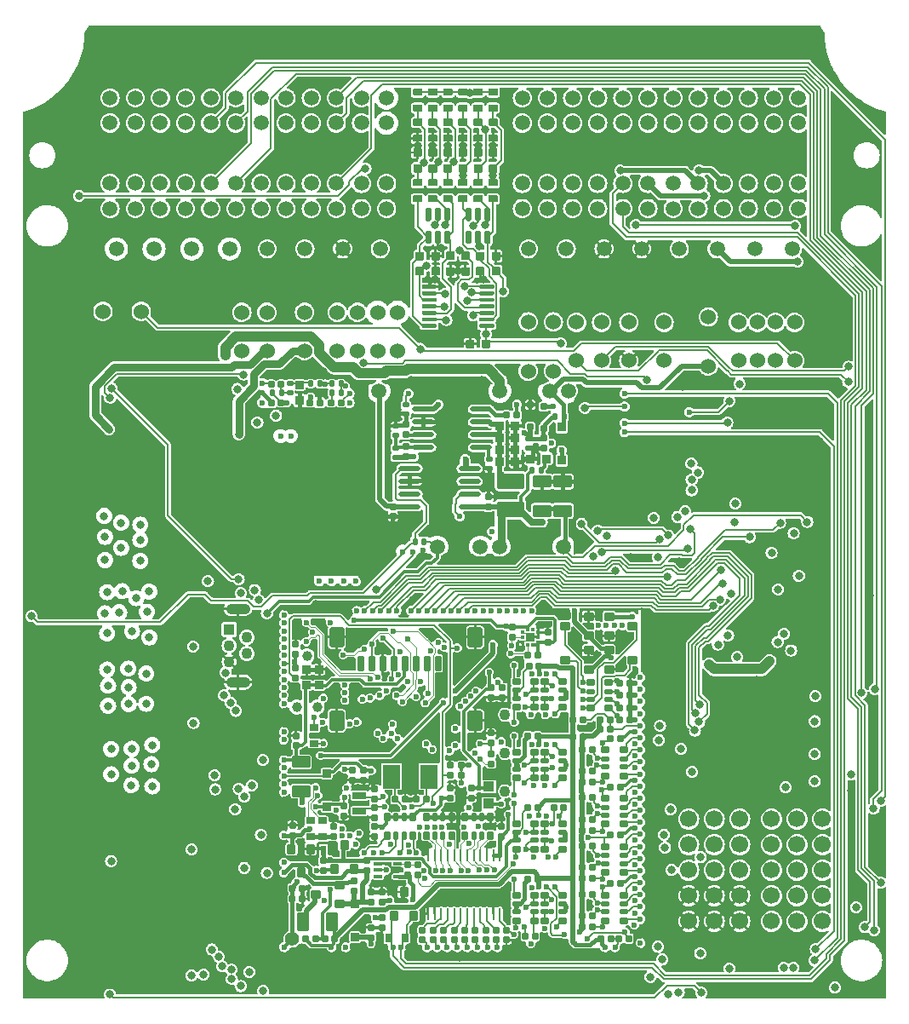
<source format=gbl>
G75*
G70*
%OFA0B0*%
%FSLAX25Y25*%
%IPPOS*%
%LPD*%
%AMOC8*
5,1,8,0,0,1.08239X$1,22.5*
%
%AMM100*
21,1,0.033470,0.026770,-0.000000,0.000000,90.000000*
21,1,0.026770,0.033470,-0.000000,0.000000,90.000000*
1,1,0.006690,0.013390,0.013390*
1,1,0.006690,0.013390,-0.013390*
1,1,0.006690,-0.013390,-0.013390*
1,1,0.006690,-0.013390,0.013390*
%
%AMM139*
21,1,0.019680,0.019680,-0.000000,-0.000000,180.000000*
21,1,0.015750,0.023620,-0.000000,-0.000000,180.000000*
1,1,0.003940,-0.007870,0.009840*
1,1,0.003940,0.007870,0.009840*
1,1,0.003940,0.007870,-0.009840*
1,1,0.003940,-0.007870,-0.009840*
%
%AMM140*
21,1,0.019680,0.019680,-0.000000,-0.000000,90.000000*
21,1,0.015750,0.023620,-0.000000,-0.000000,90.000000*
1,1,0.003940,0.009840,0.007870*
1,1,0.003940,0.009840,-0.007870*
1,1,0.003940,-0.009840,-0.007870*
1,1,0.003940,-0.009840,0.007870*
%
%AMM155*
21,1,0.033470,0.026770,-0.000000,-0.000000,90.000000*
21,1,0.026770,0.033470,-0.000000,-0.000000,90.000000*
1,1,0.006690,0.013390,0.013390*
1,1,0.006690,0.013390,-0.013390*
1,1,0.006690,-0.013390,-0.013390*
1,1,0.006690,-0.013390,0.013390*
%
%AMM156*
21,1,0.023620,0.018900,-0.000000,-0.000000,0.000000*
21,1,0.018900,0.023620,-0.000000,-0.000000,0.000000*
1,1,0.004720,0.009450,-0.009450*
1,1,0.004720,-0.009450,-0.009450*
1,1,0.004720,-0.009450,0.009450*
1,1,0.004720,0.009450,0.009450*
%
%AMM170*
21,1,0.035830,0.026770,0.000000,-0.000000,270.000000*
21,1,0.029130,0.033470,0.000000,-0.000000,270.000000*
1,1,0.006690,-0.013390,-0.014570*
1,1,0.006690,-0.013390,0.014570*
1,1,0.006690,0.013390,0.014570*
1,1,0.006690,0.013390,-0.014570*
%
%AMM171*
21,1,0.070870,0.036220,0.000000,-0.000000,0.000000*
21,1,0.061810,0.045280,0.000000,-0.000000,0.000000*
1,1,0.009060,0.030910,-0.018110*
1,1,0.009060,-0.030910,-0.018110*
1,1,0.009060,-0.030910,0.018110*
1,1,0.009060,0.030910,0.018110*
%
%AMM174*
21,1,0.023620,0.018900,0.000000,-0.000000,0.000000*
21,1,0.018900,0.023620,0.000000,-0.000000,0.000000*
1,1,0.004720,0.009450,-0.009450*
1,1,0.004720,-0.009450,-0.009450*
1,1,0.004720,-0.009450,0.009450*
1,1,0.004720,0.009450,0.009450*
%
%AMM175*
21,1,0.019680,0.019680,0.000000,-0.000000,270.000000*
21,1,0.015750,0.023620,0.000000,-0.000000,270.000000*
1,1,0.003940,-0.009840,-0.007870*
1,1,0.003940,-0.009840,0.007870*
1,1,0.003940,0.009840,0.007870*
1,1,0.003940,0.009840,-0.007870*
%
%AMM176*
21,1,0.019680,0.019680,0.000000,-0.000000,180.000000*
21,1,0.015750,0.023620,0.000000,-0.000000,180.000000*
1,1,0.003940,-0.007870,0.009840*
1,1,0.003940,0.007870,0.009840*
1,1,0.003940,0.007870,-0.009840*
1,1,0.003940,-0.007870,-0.009840*
%
%AMM190*
21,1,0.106300,0.050390,0.000000,-0.000000,0.000000*
21,1,0.093700,0.062990,0.000000,-0.000000,0.000000*
1,1,0.012600,0.046850,-0.025200*
1,1,0.012600,-0.046850,-0.025200*
1,1,0.012600,-0.046850,0.025200*
1,1,0.012600,0.046850,0.025200*
%
%AMM191*
21,1,0.033470,0.026770,0.000000,-0.000000,180.000000*
21,1,0.026770,0.033470,0.000000,-0.000000,180.000000*
1,1,0.006690,-0.013390,0.013390*
1,1,0.006690,0.013390,0.013390*
1,1,0.006690,0.013390,-0.013390*
1,1,0.006690,-0.013390,-0.013390*
%
%AMM192*
21,1,0.023620,0.018900,0.000000,-0.000000,90.000000*
21,1,0.018900,0.023620,0.000000,-0.000000,90.000000*
1,1,0.004720,0.009450,0.009450*
1,1,0.004720,0.009450,-0.009450*
1,1,0.004720,-0.009450,-0.009450*
1,1,0.004720,-0.009450,0.009450*
%
%AMM193*
21,1,0.122050,0.075590,0.000000,-0.000000,90.000000*
21,1,0.103150,0.094490,0.000000,-0.000000,90.000000*
1,1,0.018900,0.037800,0.051580*
1,1,0.018900,0.037800,-0.051580*
1,1,0.018900,-0.037800,-0.051580*
1,1,0.018900,-0.037800,0.051580*
%
%AMM194*
21,1,0.118110,0.083460,0.000000,-0.000000,270.000000*
21,1,0.097240,0.104330,0.000000,-0.000000,270.000000*
1,1,0.020870,-0.041730,-0.048620*
1,1,0.020870,-0.041730,0.048620*
1,1,0.020870,0.041730,0.048620*
1,1,0.020870,0.041730,-0.048620*
%
%AMM202*
21,1,0.027560,0.018900,-0.000000,0.000000,180.000000*
21,1,0.022840,0.023620,-0.000000,0.000000,180.000000*
1,1,0.004720,-0.011420,0.009450*
1,1,0.004720,0.011420,0.009450*
1,1,0.004720,0.011420,-0.009450*
1,1,0.004720,-0.011420,-0.009450*
%
%AMM203*
21,1,0.025590,0.026380,-0.000000,0.000000,0.000000*
21,1,0.020470,0.031500,-0.000000,0.000000,0.000000*
1,1,0.005120,0.010240,-0.013190*
1,1,0.005120,-0.010240,-0.013190*
1,1,0.005120,-0.010240,0.013190*
1,1,0.005120,0.010240,0.013190*
%
%AMM204*
21,1,0.017720,0.027950,-0.000000,0.000000,0.000000*
21,1,0.014170,0.031500,-0.000000,0.000000,0.000000*
1,1,0.003540,0.007090,-0.013980*
1,1,0.003540,-0.007090,-0.013980*
1,1,0.003540,-0.007090,0.013980*
1,1,0.003540,0.007090,0.013980*
%
%AMM205*
21,1,0.027560,0.030710,-0.000000,0.000000,90.000000*
21,1,0.022050,0.036220,-0.000000,0.000000,90.000000*
1,1,0.005510,0.015350,0.011020*
1,1,0.005510,0.015350,-0.011020*
1,1,0.005510,-0.015350,-0.011020*
1,1,0.005510,-0.015350,0.011020*
%
%AMM206*
21,1,0.027560,0.018900,-0.000000,0.000000,270.000000*
21,1,0.022840,0.023620,-0.000000,0.000000,270.000000*
1,1,0.004720,-0.009450,-0.011420*
1,1,0.004720,-0.009450,0.011420*
1,1,0.004720,0.009450,0.011420*
1,1,0.004720,0.009450,-0.011420*
%
%AMM211*
21,1,0.035430,0.030320,-0.000000,0.000000,0.000000*
21,1,0.028350,0.037400,-0.000000,0.000000,0.000000*
1,1,0.007090,0.014170,-0.015160*
1,1,0.007090,-0.014170,-0.015160*
1,1,0.007090,-0.014170,0.015160*
1,1,0.007090,0.014170,0.015160*
%
%AMM232*
21,1,0.027560,0.049610,-0.000000,0.000000,90.000000*
21,1,0.022050,0.055120,-0.000000,0.000000,90.000000*
1,1,0.005510,0.024800,0.011020*
1,1,0.005510,0.024800,-0.011020*
1,1,0.005510,-0.024800,-0.011020*
1,1,0.005510,-0.024800,0.011020*
%
%AMM233*
21,1,0.070870,0.036220,-0.000000,0.000000,90.000000*
21,1,0.061810,0.045280,-0.000000,0.000000,90.000000*
1,1,0.009060,0.018110,0.030910*
1,1,0.009060,0.018110,-0.030910*
1,1,0.009060,-0.018110,-0.030910*
1,1,0.009060,-0.018110,0.030910*
%
%AMM234*
21,1,0.059060,0.020470,-0.000000,0.000000,270.000000*
21,1,0.053940,0.025590,-0.000000,0.000000,270.000000*
1,1,0.005120,-0.010240,-0.026970*
1,1,0.005120,-0.010240,0.026970*
1,1,0.005120,0.010240,0.026970*
1,1,0.005120,0.010240,-0.026970*
%
%AMM235*
21,1,0.078740,0.045670,-0.000000,0.000000,270.000000*
21,1,0.067320,0.057090,-0.000000,0.000000,270.000000*
1,1,0.011420,-0.022840,-0.033660*
1,1,0.011420,-0.022840,0.033660*
1,1,0.011420,0.022840,0.033660*
1,1,0.011420,0.022840,-0.033660*
%
%AMM236*
21,1,0.025590,0.026380,-0.000000,0.000000,270.000000*
21,1,0.020470,0.031500,-0.000000,0.000000,270.000000*
1,1,0.005120,-0.013190,-0.010240*
1,1,0.005120,-0.013190,0.010240*
1,1,0.005120,0.013190,0.010240*
1,1,0.005120,0.013190,-0.010240*
%
%AMM237*
21,1,0.017720,0.027950,-0.000000,0.000000,270.000000*
21,1,0.014170,0.031500,-0.000000,0.000000,270.000000*
1,1,0.003540,-0.013980,-0.007090*
1,1,0.003540,-0.013980,0.007090*
1,1,0.003540,0.013980,0.007090*
1,1,0.003540,0.013980,-0.007090*
%
%AMM238*
21,1,0.027560,0.030710,-0.000000,0.000000,180.000000*
21,1,0.022050,0.036220,-0.000000,0.000000,180.000000*
1,1,0.005510,-0.011020,0.015350*
1,1,0.005510,0.011020,0.015350*
1,1,0.005510,0.011020,-0.015350*
1,1,0.005510,-0.011020,-0.015350*
%
%AMM239*
21,1,0.035430,0.030320,-0.000000,0.000000,90.000000*
21,1,0.028350,0.037400,-0.000000,0.000000,90.000000*
1,1,0.007090,0.015160,0.014170*
1,1,0.007090,0.015160,-0.014170*
1,1,0.007090,-0.015160,-0.014170*
1,1,0.007090,-0.015160,0.014170*
%
%AMM240*
21,1,0.012600,0.028980,-0.000000,0.000000,270.000000*
21,1,0.010080,0.031500,-0.000000,0.000000,270.000000*
1,1,0.002520,-0.014490,-0.005040*
1,1,0.002520,-0.014490,0.005040*
1,1,0.002520,0.014490,0.005040*
1,1,0.002520,0.014490,-0.005040*
%
%AMM98*
21,1,0.035830,0.026770,-0.000000,0.000000,90.000000*
21,1,0.029130,0.033470,-0.000000,0.000000,90.000000*
1,1,0.006690,0.013390,0.014570*
1,1,0.006690,0.013390,-0.014570*
1,1,0.006690,-0.013390,-0.014570*
1,1,0.006690,-0.013390,0.014570*
%
%AMM99*
21,1,0.070870,0.036220,-0.000000,0.000000,180.000000*
21,1,0.061810,0.045280,-0.000000,0.000000,180.000000*
1,1,0.009060,-0.030910,0.018110*
1,1,0.009060,0.030910,0.018110*
1,1,0.009060,0.030910,-0.018110*
1,1,0.009060,-0.030910,-0.018110*
%
%ADD10C,0.00787*%
%ADD13C,0.05906*%
%ADD14C,0.06000*%
%ADD15C,0.06693*%
%ADD172C,0.00492*%
%ADD173C,0.01260*%
%ADD174C,0.03900*%
%ADD175C,0.05512*%
%ADD18R,0.04331X0.04331*%
%ADD19C,0.04331*%
%ADD20O,0.09449X0.04331*%
%ADD203R,0.01968X0.01968*%
%ADD21C,0.02362*%
%ADD214R,0.01378X0.01476*%
%ADD215R,0.01476X0.01378*%
%ADD22O,0.00787X0.04823*%
%ADD23O,0.36614X0.00787*%
%ADD24R,0.24350X0.00984*%
%ADD25R,0.04390X0.00984*%
%ADD255M98*%
%ADD256M99*%
%ADD257M100*%
%ADD26R,0.00984X0.56201*%
%ADD262O,0.40158X0.00787*%
%ADD27R,0.00984X0.59449*%
%ADD279O,0.08661X0.01968*%
%ADD28R,0.20374X0.00984*%
%ADD29R,0.09055X0.00787*%
%ADD299M139*%
%ADD30R,0.14567X0.00787*%
%ADD300M140*%
%ADD31R,0.01575X0.00787*%
%ADD315M155*%
%ADD316M156*%
%ADD32R,0.06299X0.00787*%
%ADD33R,0.38189X0.00787*%
%ADD330M170*%
%ADD331M171*%
%ADD334M174*%
%ADD335M175*%
%ADD336M176*%
%ADD34R,0.00787X0.05512*%
%ADD35R,0.00787X0.25197*%
%ADD350M190*%
%ADD351M191*%
%ADD352M192*%
%ADD353M193*%
%ADD354M194*%
%ADD36R,0.00787X0.06693*%
%ADD365M202*%
%ADD366M203*%
%ADD367M204*%
%ADD368M205*%
%ADD369M206*%
%ADD37R,0.00787X0.12992*%
%ADD375M211*%
%ADD38R,0.00787X0.03937*%
%ADD39R,0.00787X0.07087*%
%ADD398R,0.06693X0.09449*%
%ADD399M232*%
%ADD40R,0.27559X0.00787*%
%ADD400M233*%
%ADD401M234*%
%ADD402M235*%
%ADD403M236*%
%ADD404M237*%
%ADD405M238*%
%ADD406O,0.00984X0.04961*%
%ADD407M239*%
%ADD408M240*%
%ADD409R,0.04331X0.03937*%
%ADD41R,0.12992X0.00787*%
%ADD42R,0.24803X0.00787*%
%ADD43O,0.12992X0.00787*%
%ADD44O,0.40157X0.00787*%
%ADD45O,0.01181X0.00787*%
%ADD46O,0.00787X0.66929*%
%ADD47O,0.00787X0.60630*%
%ADD48O,0.18898X0.00787*%
%ADD49O,0.10236X0.00787*%
%ADD50O,0.03937X0.00787*%
%ADD51O,0.05906X0.00787*%
%ADD58C,0.03150*%
%ADD59C,0.01969*%
%ADD60C,0.03937*%
%ADD61C,0.02756*%
%ADD62C,0.00591*%
%ADD63C,0.01181*%
%ADD67C,0.00984*%
%ADD77C,0.01968*%
%ADD78C,0.01575*%
X0000000Y0000000D02*
%LPD*%
G01*
D13*
X0304741Y0353214D03*
X0294899Y0353214D03*
X0285056Y0353214D03*
X0275214Y0353214D03*
X0265371Y0353214D03*
X0255529Y0353214D03*
X0245686Y0353214D03*
X0235844Y0353214D03*
X0226001Y0353214D03*
X0216159Y0353214D03*
X0206316Y0353214D03*
X0196473Y0353214D03*
X0304741Y0343372D03*
X0294899Y0343372D03*
X0285056Y0343372D03*
X0275214Y0343372D03*
X0265371Y0343372D03*
X0255529Y0343372D03*
X0245686Y0343372D03*
X0235844Y0343372D03*
X0226001Y0343372D03*
X0216159Y0343372D03*
X0206316Y0343372D03*
X0196473Y0343372D03*
X0304741Y0319750D03*
X0294899Y0319750D03*
X0285056Y0319750D03*
X0275214Y0319750D03*
X0265371Y0319750D03*
X0255529Y0319750D03*
X0245686Y0319750D03*
X0235844Y0319750D03*
X0226001Y0319750D03*
X0216159Y0319750D03*
X0206316Y0319750D03*
X0196473Y0319750D03*
X0304741Y0309907D03*
X0294899Y0309907D03*
X0285056Y0309907D03*
X0275214Y0309907D03*
X0265371Y0309907D03*
X0255529Y0309907D03*
X0245686Y0309907D03*
X0235844Y0309907D03*
X0226001Y0309907D03*
X0216159Y0309907D03*
X0206316Y0309907D03*
X0196473Y0309907D03*
X0302281Y0294159D03*
X0287517Y0294159D03*
X0272753Y0294159D03*
X0257989Y0294159D03*
X0243225Y0294159D03*
X0228462Y0294159D03*
X0213698Y0294159D03*
X0198934Y0294159D03*
X0143324Y0353214D03*
X0133481Y0353214D03*
X0123639Y0353214D03*
X0113796Y0353214D03*
X0103954Y0353214D03*
X0094111Y0353214D03*
X0084269Y0353214D03*
X0074426Y0353214D03*
X0064584Y0353214D03*
X0054741Y0353214D03*
X0044899Y0353214D03*
X0035056Y0353214D03*
X0143324Y0343372D03*
X0133481Y0343372D03*
X0123639Y0343372D03*
X0113796Y0343372D03*
X0103954Y0343372D03*
X0094111Y0343372D03*
X0084269Y0343372D03*
X0074426Y0343372D03*
X0064584Y0343372D03*
X0054741Y0343372D03*
X0044899Y0343372D03*
X0035056Y0343372D03*
X0143324Y0319750D03*
X0133481Y0319750D03*
X0123639Y0319750D03*
X0113796Y0319750D03*
X0103954Y0319750D03*
X0094111Y0319750D03*
X0084269Y0319750D03*
X0074426Y0319750D03*
X0064584Y0319750D03*
X0054741Y0319750D03*
X0044899Y0319750D03*
X0035056Y0319750D03*
X0143324Y0309907D03*
X0133481Y0309907D03*
X0123639Y0309907D03*
X0113796Y0309907D03*
X0103954Y0309907D03*
X0094111Y0309907D03*
X0084269Y0309907D03*
X0074426Y0309907D03*
X0064584Y0309907D03*
X0054741Y0309907D03*
X0044899Y0309907D03*
X0035056Y0309907D03*
X0140863Y0294159D03*
X0126099Y0294159D03*
X0111336Y0294159D03*
X0096572Y0294159D03*
X0081808Y0294159D03*
X0067044Y0294159D03*
X0052281Y0294159D03*
X0037517Y0294159D03*
D14*
X0131890Y0269311D03*
X0131890Y0254311D03*
D15*
X0294063Y0031024D03*
X0294063Y0041024D03*
X0294063Y0051024D03*
X0294063Y0061024D03*
X0294063Y0071024D03*
X0304063Y0031024D03*
X0304063Y0041024D03*
X0304063Y0051024D03*
X0304063Y0061024D03*
X0304063Y0071024D03*
X0314063Y0031024D03*
X0314063Y0041024D03*
X0314063Y0051024D03*
X0314063Y0061024D03*
X0314063Y0071024D03*
D14*
X0032244Y0269685D03*
X0047244Y0269685D03*
X0124016Y0269311D03*
X0124016Y0254311D03*
X0086614Y0269311D03*
X0086614Y0254311D03*
X0208661Y0265551D03*
X0208661Y0246260D03*
X0111220Y0269311D03*
X0111220Y0254311D03*
X0269291Y0267520D03*
X0269291Y0248228D03*
X0198819Y0265551D03*
X0198819Y0246260D03*
X0251969Y0265374D03*
X0251969Y0250374D03*
D15*
X0261654Y0031024D03*
X0261654Y0041024D03*
X0261654Y0051024D03*
X0261654Y0061024D03*
X0261654Y0071024D03*
X0271654Y0031024D03*
X0271654Y0041024D03*
X0271654Y0051024D03*
X0271654Y0061024D03*
X0271654Y0071024D03*
X0281654Y0031024D03*
X0281654Y0041024D03*
X0281654Y0051024D03*
X0281654Y0061024D03*
X0281654Y0071024D03*
D14*
X0147638Y0269311D03*
X0147638Y0254311D03*
X0303150Y0265374D03*
X0303150Y0250374D03*
D18*
X0081693Y0145276D03*
D19*
X0088583Y0142126D03*
X0081693Y0138976D03*
X0088583Y0135827D03*
X0081693Y0132677D03*
D20*
X0085138Y0153346D03*
X0085138Y0124606D03*
D21*
X0094587Y0233957D03*
D22*
X0129626Y0241732D03*
D23*
X0111713Y0231594D03*
X0111713Y0243799D03*
D21*
X0094587Y0237697D03*
X0094587Y0241437D03*
X0128839Y0237500D03*
X0128839Y0233957D03*
D14*
X0281102Y0265374D03*
X0281102Y0250374D03*
X0288583Y0265374D03*
X0288583Y0250374D03*
X0139764Y0269311D03*
X0139764Y0254311D03*
D21*
X0121752Y0164075D03*
X0117028Y0164075D03*
X0126476Y0164075D03*
X0131201Y0164075D03*
D24*
X0120699Y0221752D03*
D25*
X0096880Y0221752D03*
D26*
X0132382Y0194144D03*
D27*
X0095177Y0192520D03*
D28*
X0104872Y0163287D03*
D21*
X0105768Y0220866D03*
X0101831Y0220866D03*
D14*
X0295669Y0265374D03*
X0295669Y0250374D03*
X0096457Y0269311D03*
X0096457Y0254311D03*
D21*
X0217028Y0152461D03*
X0200098Y0152461D03*
X0196949Y0152461D03*
X0193799Y0152461D03*
X0190650Y0152461D03*
X0187500Y0152461D03*
X0184350Y0152461D03*
X0181201Y0152461D03*
X0178051Y0152461D03*
X0174902Y0152461D03*
X0171752Y0152461D03*
X0168602Y0152461D03*
X0165453Y0152461D03*
X0162303Y0152461D03*
X0159154Y0152461D03*
X0156004Y0152461D03*
X0152854Y0152461D03*
X0147342Y0152461D03*
X0144193Y0152461D03*
X0141043Y0152461D03*
X0137894Y0152461D03*
X0134744Y0152461D03*
X0131594Y0152461D03*
D29*
X0239272Y0020177D03*
D30*
X0112500Y0020177D03*
D31*
X0124508Y0020177D03*
D30*
X0136516Y0020177D03*
D32*
X0154035Y0020177D03*
D33*
X0207776Y0020177D03*
D34*
X0243406Y0027264D03*
D35*
X0102461Y0035531D03*
D36*
X0102461Y0059350D03*
D37*
X0102461Y0073130D03*
D38*
X0102461Y0098130D03*
D39*
X0102461Y0110728D03*
D35*
X0243406Y0141043D03*
D40*
X0115846Y0153248D03*
D31*
X0150098Y0153248D03*
D41*
X0208563Y0153248D03*
D42*
X0231398Y0153248D03*
D21*
X0103248Y0150886D03*
X0103248Y0147736D03*
X0103248Y0144587D03*
X0103248Y0141437D03*
X0103248Y0138287D03*
X0103248Y0135138D03*
X0103248Y0131988D03*
X0103248Y0128839D03*
X0103248Y0125689D03*
X0103248Y0122539D03*
X0103248Y0119390D03*
X0103248Y0116240D03*
X0103248Y0105217D03*
X0103248Y0102067D03*
X0103248Y0094193D03*
X0103248Y0091043D03*
X0103248Y0087894D03*
X0103248Y0084744D03*
X0103248Y0081594D03*
X0103248Y0064665D03*
X0103248Y0054035D03*
X0103248Y0050098D03*
X0103248Y0020965D03*
X0242618Y0126476D03*
X0242618Y0121752D03*
X0242618Y0117028D03*
X0242618Y0112303D03*
X0242618Y0107579D03*
X0242618Y0102854D03*
X0242618Y0098130D03*
X0242618Y0093406D03*
X0242618Y0088681D03*
X0242618Y0083957D03*
X0242618Y0079232D03*
X0242618Y0074508D03*
X0242618Y0069783D03*
X0242618Y0065059D03*
X0242618Y0060335D03*
X0242618Y0055610D03*
X0242618Y0050886D03*
X0242618Y0046161D03*
X0242618Y0041437D03*
X0242618Y0036713D03*
X0242618Y0031988D03*
X0242618Y0022539D03*
X0232776Y0020965D03*
X0228839Y0020965D03*
X0186713Y0020965D03*
X0182776Y0020965D03*
X0178839Y0020965D03*
X0174902Y0020965D03*
X0170965Y0020965D03*
X0167028Y0020965D03*
X0163091Y0020965D03*
X0159154Y0020965D03*
X0148917Y0020965D03*
X0145768Y0020965D03*
X0127264Y0020965D03*
X0121752Y0020965D03*
D13*
X0212697Y0177461D03*
X0187500Y0177461D03*
X0180020Y0177461D03*
X0163091Y0177461D03*
D21*
X0153642Y0175689D03*
X0149705Y0175689D03*
D43*
X0197539Y0241043D03*
D44*
X0164075Y0241043D03*
D45*
X0136122Y0241043D03*
D46*
X0135925Y0207972D03*
D47*
X0217028Y0204823D03*
D13*
X0138484Y0177461D03*
D45*
X0216831Y0174902D03*
D48*
X0200295Y0174902D03*
D49*
X0171358Y0174902D03*
D50*
X0157579Y0174902D03*
D51*
X0144587Y0174902D03*
D13*
X0214469Y0238484D03*
X0207185Y0238484D03*
X0187697Y0238484D03*
X0140256Y0238484D03*
D14*
X0227559Y0265374D03*
X0227559Y0250374D03*
X0238189Y0265374D03*
X0238189Y0250374D03*
X0217717Y0265374D03*
X0217717Y0250374D03*
D21*
X0261811Y0230315D03*
X0236516Y0237520D03*
X0236516Y0232500D03*
X0236516Y0226004D03*
X0236516Y0222461D03*
G36*
G01*
X0171693Y0345079D02*
X0174764Y0345079D01*
G75*
G02*
X0175039Y0344803I0000000J-000276D01*
G01*
X0175039Y0342598D01*
G75*
G02*
X0174764Y0342323I-000276J0000000D01*
G01*
X0171693Y0342323D01*
G75*
G02*
X0171417Y0342598I0000000J0000276D01*
G01*
X0171417Y0344803D01*
G75*
G02*
X0171693Y0345079I0000276J0000000D01*
G01*
G37*
G36*
G01*
X0171693Y0338780D02*
X0174764Y0338780D01*
G75*
G02*
X0175039Y0338504I0000000J-000276D01*
G01*
X0175039Y0336299D01*
G75*
G02*
X0174764Y0336024I-000276J0000000D01*
G01*
X0171693Y0336024D01*
G75*
G02*
X0171417Y0336299I0000000J0000276D01*
G01*
X0171417Y0338504D01*
G75*
G02*
X0171693Y0338780I0000276J0000000D01*
G01*
G37*
G36*
G01*
X0154173Y0333524D02*
X0156850Y0333524D01*
G75*
G02*
X0157185Y0333189I0000000J-000335D01*
G01*
X0157185Y0330512D01*
G75*
G02*
X0156850Y0330177I-000335J0000000D01*
G01*
X0154173Y0330177D01*
G75*
G02*
X0153839Y0330512I0000000J0000335D01*
G01*
X0153839Y0333189D01*
G75*
G02*
X0154173Y0333524I0000335J0000000D01*
G01*
G37*
G36*
G01*
X0154173Y0327303D02*
X0156850Y0327303D01*
G75*
G02*
X0157185Y0326968I0000000J-000335D01*
G01*
X0157185Y0324291D01*
G75*
G02*
X0156850Y0323957I-000335J0000000D01*
G01*
X0154173Y0323957D01*
G75*
G02*
X0153839Y0324291I0000000J0000335D01*
G01*
X0153839Y0326968D01*
G75*
G02*
X0154173Y0327303I0000335J0000000D01*
G01*
G37*
G36*
G01*
X0165984Y0333524D02*
X0168661Y0333524D01*
G75*
G02*
X0168996Y0333189I0000000J-000335D01*
G01*
X0168996Y0330512D01*
G75*
G02*
X0168661Y0330177I-000335J0000000D01*
G01*
X0165984Y0330177D01*
G75*
G02*
X0165650Y0330512I0000000J0000335D01*
G01*
X0165650Y0333189D01*
G75*
G02*
X0165984Y0333524I0000335J0000000D01*
G01*
G37*
G36*
G01*
X0165984Y0327303D02*
X0168661Y0327303D01*
G75*
G02*
X0168996Y0326968I0000000J-000335D01*
G01*
X0168996Y0324291D01*
G75*
G02*
X0168661Y0323957I-000335J0000000D01*
G01*
X0165984Y0323957D01*
G75*
G02*
X0165650Y0324291I0000000J0000335D01*
G01*
X0165650Y0326968D01*
G75*
G02*
X0165984Y0327303I0000335J0000000D01*
G01*
G37*
G36*
G01*
X0174764Y0312402D02*
X0171693Y0312402D01*
G75*
G02*
X0171417Y0312677I0000000J0000276D01*
G01*
X0171417Y0314882D01*
G75*
G02*
X0171693Y0315157I0000276J0000000D01*
G01*
X0174764Y0315157D01*
G75*
G02*
X0175039Y0314882I0000000J-000276D01*
G01*
X0175039Y0312677D01*
G75*
G02*
X0174764Y0312402I-000276J0000000D01*
G01*
G37*
G36*
G01*
X0174764Y0318701D02*
X0171693Y0318701D01*
G75*
G02*
X0171417Y0318976I0000000J0000276D01*
G01*
X0171417Y0321181D01*
G75*
G02*
X0171693Y0321457I0000276J0000000D01*
G01*
X0174764Y0321457D01*
G75*
G02*
X0175039Y0321181I0000000J-000276D01*
G01*
X0175039Y0318976D01*
G75*
G02*
X0174764Y0318701I-000276J0000000D01*
G01*
G37*
G36*
G01*
X0160079Y0333524D02*
X0162756Y0333524D01*
G75*
G02*
X0163091Y0333189I0000000J-000335D01*
G01*
X0163091Y0330512D01*
G75*
G02*
X0162756Y0330177I-000335J0000000D01*
G01*
X0160079Y0330177D01*
G75*
G02*
X0159744Y0330512I0000000J0000335D01*
G01*
X0159744Y0333189D01*
G75*
G02*
X0160079Y0333524I0000335J0000000D01*
G01*
G37*
G36*
G01*
X0160079Y0327303D02*
X0162756Y0327303D01*
G75*
G02*
X0163091Y0326968I0000000J-000335D01*
G01*
X0163091Y0324291D01*
G75*
G02*
X0162756Y0323957I-000335J0000000D01*
G01*
X0160079Y0323957D01*
G75*
G02*
X0159744Y0324291I0000000J0000335D01*
G01*
X0159744Y0326968D01*
G75*
G02*
X0160079Y0327303I0000335J0000000D01*
G01*
G37*
G36*
G01*
X0177598Y0345079D02*
X0180669Y0345079D01*
G75*
G02*
X0180945Y0344803I0000000J-000276D01*
G01*
X0180945Y0342598D01*
G75*
G02*
X0180669Y0342323I-000276J0000000D01*
G01*
X0177598Y0342323D01*
G75*
G02*
X0177323Y0342598I0000000J0000276D01*
G01*
X0177323Y0344803D01*
G75*
G02*
X0177598Y0345079I0000276J0000000D01*
G01*
G37*
G36*
G01*
X0177598Y0338780D02*
X0180669Y0338780D01*
G75*
G02*
X0180945Y0338504I0000000J-000276D01*
G01*
X0180945Y0336299D01*
G75*
G02*
X0180669Y0336024I-000276J0000000D01*
G01*
X0177598Y0336024D01*
G75*
G02*
X0177323Y0336299I0000000J0000276D01*
G01*
X0177323Y0338504D01*
G75*
G02*
X0177598Y0338780I0000276J0000000D01*
G01*
G37*
G36*
G01*
X0157087Y0263583D02*
X0157087Y0264370D01*
G75*
G02*
X0157480Y0264764I0000394J0000000D01*
G01*
X0162500Y0264764D01*
G75*
G02*
X0162894Y0264370I0000000J-000394D01*
G01*
X0162894Y0263583D01*
G75*
G02*
X0162500Y0263189I-000394J0000000D01*
G01*
X0157480Y0263189D01*
G75*
G02*
X0157087Y0263583I0000000J0000394D01*
G01*
G37*
G36*
G01*
X0157087Y0266142D02*
X0157087Y0266929D01*
G75*
G02*
X0157480Y0267323I0000394J0000000D01*
G01*
X0162500Y0267323D01*
G75*
G02*
X0162894Y0266929I0000000J-000394D01*
G01*
X0162894Y0266142D01*
G75*
G02*
X0162500Y0265748I-000394J0000000D01*
G01*
X0157480Y0265748D01*
G75*
G02*
X0157087Y0266142I0000000J0000394D01*
G01*
G37*
G36*
G01*
X0157087Y0268701D02*
X0157087Y0269488D01*
G75*
G02*
X0157480Y0269882I0000394J0000000D01*
G01*
X0162500Y0269882D01*
G75*
G02*
X0162894Y0269488I0000000J-000394D01*
G01*
X0162894Y0268701D01*
G75*
G02*
X0162500Y0268307I-000394J0000000D01*
G01*
X0157480Y0268307D01*
G75*
G02*
X0157087Y0268701I0000000J0000394D01*
G01*
G37*
G36*
G01*
X0157087Y0271260D02*
X0157087Y0272047D01*
G75*
G02*
X0157480Y0272441I0000394J0000000D01*
G01*
X0162500Y0272441D01*
G75*
G02*
X0162894Y0272047I0000000J-000394D01*
G01*
X0162894Y0271260D01*
G75*
G02*
X0162500Y0270866I-000394J0000000D01*
G01*
X0157480Y0270866D01*
G75*
G02*
X0157087Y0271260I0000000J0000394D01*
G01*
G37*
G36*
G01*
X0157087Y0273819D02*
X0157087Y0274606D01*
G75*
G02*
X0157480Y0275000I0000394J0000000D01*
G01*
X0162500Y0275000D01*
G75*
G02*
X0162894Y0274606I0000000J-000394D01*
G01*
X0162894Y0273819D01*
G75*
G02*
X0162500Y0273425I-000394J0000000D01*
G01*
X0157480Y0273425D01*
G75*
G02*
X0157087Y0273819I0000000J0000394D01*
G01*
G37*
G36*
G01*
X0157087Y0276378D02*
X0157087Y0277165D01*
G75*
G02*
X0157480Y0277559I0000394J0000000D01*
G01*
X0162500Y0277559D01*
G75*
G02*
X0162894Y0277165I0000000J-000394D01*
G01*
X0162894Y0276378D01*
G75*
G02*
X0162500Y0275984I-000394J0000000D01*
G01*
X0157480Y0275984D01*
G75*
G02*
X0157087Y0276378I0000000J0000394D01*
G01*
G37*
G36*
G01*
X0157087Y0278937D02*
X0157087Y0279724D01*
G75*
G02*
X0157480Y0280118I0000394J0000000D01*
G01*
X0162500Y0280118D01*
G75*
G02*
X0162894Y0279724I0000000J-000394D01*
G01*
X0162894Y0278937D01*
G75*
G02*
X0162500Y0278543I-000394J0000000D01*
G01*
X0157480Y0278543D01*
G75*
G02*
X0157087Y0278937I0000000J0000394D01*
G01*
G37*
G36*
G01*
X0179626Y0278937D02*
X0179626Y0279724D01*
G75*
G02*
X0180020Y0280118I0000394J0000000D01*
G01*
X0185039Y0280118D01*
G75*
G02*
X0185433Y0279724I0000000J-000394D01*
G01*
X0185433Y0278937D01*
G75*
G02*
X0185039Y0278543I-000394J0000000D01*
G01*
X0180020Y0278543D01*
G75*
G02*
X0179626Y0278937I0000000J0000394D01*
G01*
G37*
G36*
G01*
X0179626Y0276378D02*
X0179626Y0277165D01*
G75*
G02*
X0180020Y0277559I0000394J0000000D01*
G01*
X0185039Y0277559D01*
G75*
G02*
X0185433Y0277165I0000000J-000394D01*
G01*
X0185433Y0276378D01*
G75*
G02*
X0185039Y0275984I-000394J0000000D01*
G01*
X0180020Y0275984D01*
G75*
G02*
X0179626Y0276378I0000000J0000394D01*
G01*
G37*
G36*
G01*
X0179626Y0273819D02*
X0179626Y0274606D01*
G75*
G02*
X0180020Y0275000I0000394J0000000D01*
G01*
X0185039Y0275000D01*
G75*
G02*
X0185433Y0274606I0000000J-000394D01*
G01*
X0185433Y0273819D01*
G75*
G02*
X0185039Y0273425I-000394J0000000D01*
G01*
X0180020Y0273425D01*
G75*
G02*
X0179626Y0273819I0000000J0000394D01*
G01*
G37*
G36*
G01*
X0179626Y0271260D02*
X0179626Y0272047D01*
G75*
G02*
X0180020Y0272441I0000394J0000000D01*
G01*
X0185039Y0272441D01*
G75*
G02*
X0185433Y0272047I0000000J-000394D01*
G01*
X0185433Y0271260D01*
G75*
G02*
X0185039Y0270866I-000394J0000000D01*
G01*
X0180020Y0270866D01*
G75*
G02*
X0179626Y0271260I0000000J0000394D01*
G01*
G37*
G36*
G01*
X0179626Y0268701D02*
X0179626Y0269488D01*
G75*
G02*
X0180020Y0269882I0000394J0000000D01*
G01*
X0185039Y0269882D01*
G75*
G02*
X0185433Y0269488I0000000J-000394D01*
G01*
X0185433Y0268701D01*
G75*
G02*
X0185039Y0268307I-000394J0000000D01*
G01*
X0180020Y0268307D01*
G75*
G02*
X0179626Y0268701I0000000J0000394D01*
G01*
G37*
G36*
G01*
X0179626Y0266142D02*
X0179626Y0266929D01*
G75*
G02*
X0180020Y0267323I0000394J0000000D01*
G01*
X0185039Y0267323D01*
G75*
G02*
X0185433Y0266929I0000000J-000394D01*
G01*
X0185433Y0266142D01*
G75*
G02*
X0185039Y0265748I-000394J0000000D01*
G01*
X0180020Y0265748D01*
G75*
G02*
X0179626Y0266142I0000000J0000394D01*
G01*
G37*
G36*
G01*
X0179626Y0263583D02*
X0179626Y0264370D01*
G75*
G02*
X0180020Y0264764I0000394J0000000D01*
G01*
X0185039Y0264764D01*
G75*
G02*
X0185433Y0264370I0000000J-000394D01*
G01*
X0185433Y0263583D01*
G75*
G02*
X0185039Y0263189I-000394J0000000D01*
G01*
X0180020Y0263189D01*
G75*
G02*
X0179626Y0263583I0000000J0000394D01*
G01*
G37*
G36*
G01*
X0175551Y0283602D02*
X0172874Y0283602D01*
G75*
G02*
X0172539Y0283937I0000000J0000335D01*
G01*
X0172539Y0286614D01*
G75*
G02*
X0172874Y0286949I0000335J0000000D01*
G01*
X0175551Y0286949D01*
G75*
G02*
X0175886Y0286614I0000000J-000335D01*
G01*
X0175886Y0283937D01*
G75*
G02*
X0175551Y0283602I-000335J0000000D01*
G01*
G37*
G36*
G01*
X0175551Y0289823D02*
X0172874Y0289823D01*
G75*
G02*
X0172539Y0290157I0000000J0000335D01*
G01*
X0172539Y0292835D01*
G75*
G02*
X0172874Y0293169I0000335J0000000D01*
G01*
X0175551Y0293169D01*
G75*
G02*
X0175886Y0292835I0000000J-000335D01*
G01*
X0175886Y0290157D01*
G75*
G02*
X0175551Y0289823I-000335J0000000D01*
G01*
G37*
G36*
G01*
X0162953Y0312402D02*
X0159882Y0312402D01*
G75*
G02*
X0159606Y0312677I0000000J0000276D01*
G01*
X0159606Y0314882D01*
G75*
G02*
X0159882Y0315157I0000276J0000000D01*
G01*
X0162953Y0315157D01*
G75*
G02*
X0163228Y0314882I0000000J-000276D01*
G01*
X0163228Y0312677D01*
G75*
G02*
X0162953Y0312402I-000276J0000000D01*
G01*
G37*
G36*
G01*
X0162953Y0318701D02*
X0159882Y0318701D01*
G75*
G02*
X0159606Y0318976I0000000J0000276D01*
G01*
X0159606Y0321181D01*
G75*
G02*
X0159882Y0321457I0000276J0000000D01*
G01*
X0162953Y0321457D01*
G75*
G02*
X0163228Y0321181I0000000J-000276D01*
G01*
X0163228Y0318976D01*
G75*
G02*
X0162953Y0318701I-000276J0000000D01*
G01*
G37*
G36*
G01*
X0157047Y0312402D02*
X0153976Y0312402D01*
G75*
G02*
X0153701Y0312677I0000000J0000276D01*
G01*
X0153701Y0314882D01*
G75*
G02*
X0153976Y0315157I0000276J0000000D01*
G01*
X0157047Y0315157D01*
G75*
G02*
X0157323Y0314882I0000000J-000276D01*
G01*
X0157323Y0312677D01*
G75*
G02*
X0157047Y0312402I-000276J0000000D01*
G01*
G37*
G36*
G01*
X0157047Y0318701D02*
X0153976Y0318701D01*
G75*
G02*
X0153701Y0318976I0000000J0000276D01*
G01*
X0153701Y0321181D01*
G75*
G02*
X0153976Y0321457I0000276J0000000D01*
G01*
X0157047Y0321457D01*
G75*
G02*
X0157323Y0321181I0000000J-000276D01*
G01*
X0157323Y0318976D01*
G75*
G02*
X0157047Y0318701I-000276J0000000D01*
G01*
G37*
G36*
G01*
X0180669Y0312402D02*
X0177598Y0312402D01*
G75*
G02*
X0177323Y0312677I0000000J0000276D01*
G01*
X0177323Y0314882D01*
G75*
G02*
X0177598Y0315157I0000276J0000000D01*
G01*
X0180669Y0315157D01*
G75*
G02*
X0180945Y0314882I0000000J-000276D01*
G01*
X0180945Y0312677D01*
G75*
G02*
X0180669Y0312402I-000276J0000000D01*
G01*
G37*
G36*
G01*
X0180669Y0318701D02*
X0177598Y0318701D01*
G75*
G02*
X0177323Y0318976I0000000J0000276D01*
G01*
X0177323Y0321181D01*
G75*
G02*
X0177598Y0321457I0000276J0000000D01*
G01*
X0180669Y0321457D01*
G75*
G02*
X0180945Y0321181I0000000J-000276D01*
G01*
X0180945Y0318976D01*
G75*
G02*
X0180669Y0318701I-000276J0000000D01*
G01*
G37*
G36*
G01*
X0171890Y0333524D02*
X0174567Y0333524D01*
G75*
G02*
X0174902Y0333189I0000000J-000335D01*
G01*
X0174902Y0330512D01*
G75*
G02*
X0174567Y0330177I-000335J0000000D01*
G01*
X0171890Y0330177D01*
G75*
G02*
X0171555Y0330512I0000000J0000335D01*
G01*
X0171555Y0333189D01*
G75*
G02*
X0171890Y0333524I0000335J0000000D01*
G01*
G37*
G36*
G01*
X0171890Y0327303D02*
X0174567Y0327303D01*
G75*
G02*
X0174902Y0326968I0000000J-000335D01*
G01*
X0174902Y0324291D01*
G75*
G02*
X0174567Y0323957I-000335J0000000D01*
G01*
X0171890Y0323957D01*
G75*
G02*
X0171555Y0324291I0000000J0000335D01*
G01*
X0171555Y0326968D01*
G75*
G02*
X0171890Y0327303I0000335J0000000D01*
G01*
G37*
G36*
G01*
X0183465Y0296063D02*
X0182283Y0296063D01*
G75*
G02*
X0181693Y0296654I0000000J0000591D01*
G01*
X0181693Y0300689D01*
G75*
G02*
X0182283Y0301280I0000591J0000000D01*
G01*
X0183465Y0301280D01*
G75*
G02*
X0184055Y0300689I0000000J-000591D01*
G01*
X0184055Y0296654D01*
G75*
G02*
X0183465Y0296063I-000591J0000000D01*
G01*
G37*
G36*
G01*
X0179724Y0296063D02*
X0178543Y0296063D01*
G75*
G02*
X0177953Y0296654I0000000J0000591D01*
G01*
X0177953Y0300689D01*
G75*
G02*
X0178543Y0301280I0000591J0000000D01*
G01*
X0179724Y0301280D01*
G75*
G02*
X0180315Y0300689I0000000J-000591D01*
G01*
X0180315Y0296654D01*
G75*
G02*
X0179724Y0296063I-000591J0000000D01*
G01*
G37*
G36*
G01*
X0175984Y0296063D02*
X0174803Y0296063D01*
G75*
G02*
X0174213Y0296654I0000000J0000591D01*
G01*
X0174213Y0300689D01*
G75*
G02*
X0174803Y0301280I0000591J0000000D01*
G01*
X0175984Y0301280D01*
G75*
G02*
X0176575Y0300689I0000000J-000591D01*
G01*
X0176575Y0296654D01*
G75*
G02*
X0175984Y0296063I-000591J0000000D01*
G01*
G37*
G36*
G01*
X0175984Y0305020D02*
X0174803Y0305020D01*
G75*
G02*
X0174213Y0305610I0000000J0000591D01*
G01*
X0174213Y0309646D01*
G75*
G02*
X0174803Y0310236I0000591J0000000D01*
G01*
X0175984Y0310236D01*
G75*
G02*
X0176575Y0309646I0000000J-000591D01*
G01*
X0176575Y0305610D01*
G75*
G02*
X0175984Y0305020I-000591J0000000D01*
G01*
G37*
G36*
G01*
X0179724Y0305020D02*
X0178543Y0305020D01*
G75*
G02*
X0177953Y0305610I0000000J0000591D01*
G01*
X0177953Y0309646D01*
G75*
G02*
X0178543Y0310236I0000591J0000000D01*
G01*
X0179724Y0310236D01*
G75*
G02*
X0180315Y0309646I0000000J-000591D01*
G01*
X0180315Y0305610D01*
G75*
G02*
X0179724Y0305020I-000591J0000000D01*
G01*
G37*
G36*
G01*
X0183465Y0305020D02*
X0182283Y0305020D01*
G75*
G02*
X0181693Y0305610I0000000J0000591D01*
G01*
X0181693Y0309646D01*
G75*
G02*
X0182283Y0310236I0000591J0000000D01*
G01*
X0183465Y0310236D01*
G75*
G02*
X0184055Y0309646I0000000J-000591D01*
G01*
X0184055Y0305610D01*
G75*
G02*
X0183465Y0305020I-000591J0000000D01*
G01*
G37*
G36*
G01*
X0164232Y0286772D02*
X0164232Y0284094D01*
G75*
G02*
X0163898Y0283760I-000335J0000000D01*
G01*
X0161220Y0283760D01*
G75*
G02*
X0160886Y0284094I0000000J0000335D01*
G01*
X0160886Y0286772D01*
G75*
G02*
X0161220Y0287106I0000335J0000000D01*
G01*
X0163898Y0287106D01*
G75*
G02*
X0164232Y0286772I0000000J-000335D01*
G01*
G37*
G36*
G01*
X0158012Y0286772D02*
X0158012Y0284094D01*
G75*
G02*
X0157677Y0283760I-000335J0000000D01*
G01*
X0155000Y0283760D01*
G75*
G02*
X0154665Y0284094I0000000J0000335D01*
G01*
X0154665Y0286772D01*
G75*
G02*
X0155000Y0287106I0000335J0000000D01*
G01*
X0157677Y0287106D01*
G75*
G02*
X0158012Y0286772I0000000J-000335D01*
G01*
G37*
G36*
G01*
X0153976Y0345079D02*
X0157047Y0345079D01*
G75*
G02*
X0157323Y0344803I0000000J-000276D01*
G01*
X0157323Y0342598D01*
G75*
G02*
X0157047Y0342323I-000276J0000000D01*
G01*
X0153976Y0342323D01*
G75*
G02*
X0153701Y0342598I0000000J0000276D01*
G01*
X0153701Y0344803D01*
G75*
G02*
X0153976Y0345079I0000276J0000000D01*
G01*
G37*
G36*
G01*
X0153976Y0338780D02*
X0157047Y0338780D01*
G75*
G02*
X0157323Y0338504I0000000J-000276D01*
G01*
X0157323Y0336299D01*
G75*
G02*
X0157047Y0336024I-000276J0000000D01*
G01*
X0153976Y0336024D01*
G75*
G02*
X0153701Y0336299I0000000J0000276D01*
G01*
X0153701Y0338504D01*
G75*
G02*
X0153976Y0338780I0000276J0000000D01*
G01*
G37*
G36*
G01*
X0183701Y0333524D02*
X0186378Y0333524D01*
G75*
G02*
X0186713Y0333189I0000000J-000335D01*
G01*
X0186713Y0330512D01*
G75*
G02*
X0186378Y0330177I-000335J0000000D01*
G01*
X0183701Y0330177D01*
G75*
G02*
X0183366Y0330512I0000000J0000335D01*
G01*
X0183366Y0333189D01*
G75*
G02*
X0183701Y0333524I0000335J0000000D01*
G01*
G37*
G36*
G01*
X0183701Y0327303D02*
X0186378Y0327303D01*
G75*
G02*
X0186713Y0326968I0000000J-000335D01*
G01*
X0186713Y0324291D01*
G75*
G02*
X0186378Y0323957I-000335J0000000D01*
G01*
X0183701Y0323957D01*
G75*
G02*
X0183366Y0324291I0000000J0000335D01*
G01*
X0183366Y0326968D01*
G75*
G02*
X0183701Y0327303I0000335J0000000D01*
G01*
G37*
G36*
G01*
X0153980Y0356890D02*
X0157051Y0356890D01*
G75*
G02*
X0157327Y0356614I0000000J-000276D01*
G01*
X0157327Y0354409D01*
G75*
G02*
X0157051Y0354134I-000276J0000000D01*
G01*
X0153980Y0354134D01*
G75*
G02*
X0153705Y0354409I0000000J0000276D01*
G01*
X0153705Y0356614D01*
G75*
G02*
X0153980Y0356890I0000276J0000000D01*
G01*
G37*
G36*
G01*
X0153980Y0350591D02*
X0157051Y0350591D01*
G75*
G02*
X0157327Y0350315I0000000J-000276D01*
G01*
X0157327Y0348110D01*
G75*
G02*
X0157051Y0347835I-000276J0000000D01*
G01*
X0153980Y0347835D01*
G75*
G02*
X0153705Y0348110I0000000J0000276D01*
G01*
X0153705Y0350315D01*
G75*
G02*
X0153980Y0350591I0000276J0000000D01*
G01*
G37*
G36*
G01*
X0174350Y0255551D02*
X0174350Y0258228D01*
G75*
G02*
X0174685Y0258563I0000335J0000000D01*
G01*
X0177362Y0258563D01*
G75*
G02*
X0177697Y0258228I0000000J-000335D01*
G01*
X0177697Y0255551D01*
G75*
G02*
X0177362Y0255217I-000335J0000000D01*
G01*
X0174685Y0255217D01*
G75*
G02*
X0174350Y0255551I0000000J0000335D01*
G01*
G37*
G36*
G01*
X0180571Y0255551D02*
X0180571Y0258228D01*
G75*
G02*
X0180906Y0258563I0000335J0000000D01*
G01*
X0183583Y0258563D01*
G75*
G02*
X0183917Y0258228I0000000J-000335D01*
G01*
X0183917Y0255551D01*
G75*
G02*
X0183583Y0255217I-000335J0000000D01*
G01*
X0180906Y0255217D01*
G75*
G02*
X0180571Y0255551I0000000J0000335D01*
G01*
G37*
G36*
G01*
X0165787Y0345079D02*
X0168858Y0345079D01*
G75*
G02*
X0169134Y0344803I0000000J-000276D01*
G01*
X0169134Y0342598D01*
G75*
G02*
X0168858Y0342323I-000276J0000000D01*
G01*
X0165787Y0342323D01*
G75*
G02*
X0165512Y0342598I0000000J0000276D01*
G01*
X0165512Y0344803D01*
G75*
G02*
X0165787Y0345079I0000276J0000000D01*
G01*
G37*
G36*
G01*
X0165787Y0338780D02*
X0168858Y0338780D01*
G75*
G02*
X0169134Y0338504I0000000J-000276D01*
G01*
X0169134Y0336299D01*
G75*
G02*
X0168858Y0336024I-000276J0000000D01*
G01*
X0165787Y0336024D01*
G75*
G02*
X0165512Y0336299I0000000J0000276D01*
G01*
X0165512Y0338504D01*
G75*
G02*
X0165787Y0338780I0000276J0000000D01*
G01*
G37*
G36*
G01*
X0177795Y0333524D02*
X0180472Y0333524D01*
G75*
G02*
X0180807Y0333189I0000000J-000335D01*
G01*
X0180807Y0330512D01*
G75*
G02*
X0180472Y0330177I-000335J0000000D01*
G01*
X0177795Y0330177D01*
G75*
G02*
X0177461Y0330512I0000000J0000335D01*
G01*
X0177461Y0333189D01*
G75*
G02*
X0177795Y0333524I0000335J0000000D01*
G01*
G37*
G36*
G01*
X0177795Y0327303D02*
X0180472Y0327303D01*
G75*
G02*
X0180807Y0326968I0000000J-000335D01*
G01*
X0180807Y0324291D01*
G75*
G02*
X0180472Y0323957I-000335J0000000D01*
G01*
X0177795Y0323957D01*
G75*
G02*
X0177461Y0324291I0000000J0000335D01*
G01*
X0177461Y0326968D01*
G75*
G02*
X0177795Y0327303I0000335J0000000D01*
G01*
G37*
G36*
G01*
X0159882Y0356890D02*
X0162953Y0356890D01*
G75*
G02*
X0163228Y0356614I0000000J-000276D01*
G01*
X0163228Y0354409D01*
G75*
G02*
X0162953Y0354134I-000276J0000000D01*
G01*
X0159882Y0354134D01*
G75*
G02*
X0159606Y0354409I0000000J0000276D01*
G01*
X0159606Y0356614D01*
G75*
G02*
X0159882Y0356890I0000276J0000000D01*
G01*
G37*
G36*
G01*
X0159882Y0350591D02*
X0162953Y0350591D01*
G75*
G02*
X0163228Y0350315I0000000J-000276D01*
G01*
X0163228Y0348110D01*
G75*
G02*
X0162953Y0347835I-000276J0000000D01*
G01*
X0159882Y0347835D01*
G75*
G02*
X0159606Y0348110I0000000J0000276D01*
G01*
X0159606Y0350315D01*
G75*
G02*
X0159882Y0350591I0000276J0000000D01*
G01*
G37*
G36*
G01*
X0187854Y0292677D02*
X0187854Y0290000D01*
G75*
G02*
X0187520Y0289665I-000335J0000000D01*
G01*
X0184843Y0289665D01*
G75*
G02*
X0184508Y0290000I0000000J0000335D01*
G01*
X0184508Y0292677D01*
G75*
G02*
X0184843Y0293012I0000335J0000000D01*
G01*
X0187520Y0293012D01*
G75*
G02*
X0187854Y0292677I0000000J-000335D01*
G01*
G37*
G36*
G01*
X0181634Y0292677D02*
X0181634Y0290000D01*
G75*
G02*
X0181299Y0289665I-000335J0000000D01*
G01*
X0178622Y0289665D01*
G75*
G02*
X0178287Y0290000I0000000J0000335D01*
G01*
X0178287Y0292677D01*
G75*
G02*
X0178622Y0293012I0000335J0000000D01*
G01*
X0181299Y0293012D01*
G75*
G02*
X0181634Y0292677I0000000J-000335D01*
G01*
G37*
G36*
G01*
X0168858Y0312402D02*
X0165787Y0312402D01*
G75*
G02*
X0165512Y0312677I0000000J0000276D01*
G01*
X0165512Y0314882D01*
G75*
G02*
X0165787Y0315157I0000276J0000000D01*
G01*
X0168858Y0315157D01*
G75*
G02*
X0169134Y0314882I0000000J-000276D01*
G01*
X0169134Y0312677D01*
G75*
G02*
X0168858Y0312402I-000276J0000000D01*
G01*
G37*
G36*
G01*
X0168858Y0318701D02*
X0165787Y0318701D01*
G75*
G02*
X0165512Y0318976I0000000J0000276D01*
G01*
X0165512Y0321181D01*
G75*
G02*
X0165787Y0321457I0000276J0000000D01*
G01*
X0168858Y0321457D01*
G75*
G02*
X0169134Y0321181I0000000J-000276D01*
G01*
X0169134Y0318976D01*
G75*
G02*
X0168858Y0318701I-000276J0000000D01*
G01*
G37*
G36*
G01*
X0178287Y0284094D02*
X0178287Y0286772D01*
G75*
G02*
X0178622Y0287106I0000335J0000000D01*
G01*
X0181299Y0287106D01*
G75*
G02*
X0181634Y0286772I0000000J-000335D01*
G01*
X0181634Y0284094D01*
G75*
G02*
X0181299Y0283760I-000335J0000000D01*
G01*
X0178622Y0283760D01*
G75*
G02*
X0178287Y0284094I0000000J0000335D01*
G01*
G37*
G36*
G01*
X0184508Y0284094D02*
X0184508Y0286772D01*
G75*
G02*
X0184843Y0287106I0000335J0000000D01*
G01*
X0187520Y0287106D01*
G75*
G02*
X0187854Y0286772I0000000J-000335D01*
G01*
X0187854Y0284094D01*
G75*
G02*
X0187520Y0283760I-000335J0000000D01*
G01*
X0184843Y0283760D01*
G75*
G02*
X0184508Y0284094I0000000J0000335D01*
G01*
G37*
G36*
G01*
X0167717Y0296063D02*
X0166535Y0296063D01*
G75*
G02*
X0165945Y0296654I0000000J0000591D01*
G01*
X0165945Y0300689D01*
G75*
G02*
X0166535Y0301280I0000591J0000000D01*
G01*
X0167717Y0301280D01*
G75*
G02*
X0168307Y0300689I0000000J-000591D01*
G01*
X0168307Y0296654D01*
G75*
G02*
X0167717Y0296063I-000591J0000000D01*
G01*
G37*
G36*
G01*
X0163976Y0296063D02*
X0162795Y0296063D01*
G75*
G02*
X0162205Y0296654I0000000J0000591D01*
G01*
X0162205Y0300689D01*
G75*
G02*
X0162795Y0301280I0000591J0000000D01*
G01*
X0163976Y0301280D01*
G75*
G02*
X0164567Y0300689I0000000J-000591D01*
G01*
X0164567Y0296654D01*
G75*
G02*
X0163976Y0296063I-000591J0000000D01*
G01*
G37*
G36*
G01*
X0160236Y0296063D02*
X0159055Y0296063D01*
G75*
G02*
X0158465Y0296654I0000000J0000591D01*
G01*
X0158465Y0300689D01*
G75*
G02*
X0159055Y0301280I0000591J0000000D01*
G01*
X0160236Y0301280D01*
G75*
G02*
X0160827Y0300689I0000000J-000591D01*
G01*
X0160827Y0296654D01*
G75*
G02*
X0160236Y0296063I-000591J0000000D01*
G01*
G37*
G36*
G01*
X0160236Y0305020D02*
X0159055Y0305020D01*
G75*
G02*
X0158465Y0305610I0000000J0000591D01*
G01*
X0158465Y0309646D01*
G75*
G02*
X0159055Y0310236I0000591J0000000D01*
G01*
X0160236Y0310236D01*
G75*
G02*
X0160827Y0309646I0000000J-000591D01*
G01*
X0160827Y0305610D01*
G75*
G02*
X0160236Y0305020I-000591J0000000D01*
G01*
G37*
G36*
G01*
X0163976Y0305020D02*
X0162795Y0305020D01*
G75*
G02*
X0162205Y0305610I0000000J0000591D01*
G01*
X0162205Y0309646D01*
G75*
G02*
X0162795Y0310236I0000591J0000000D01*
G01*
X0163976Y0310236D01*
G75*
G02*
X0164567Y0309646I0000000J-000591D01*
G01*
X0164567Y0305610D01*
G75*
G02*
X0163976Y0305020I-000591J0000000D01*
G01*
G37*
G36*
G01*
X0167717Y0305020D02*
X0166535Y0305020D01*
G75*
G02*
X0165945Y0305610I0000000J0000591D01*
G01*
X0165945Y0309646D01*
G75*
G02*
X0166535Y0310236I0000591J0000000D01*
G01*
X0167717Y0310236D01*
G75*
G02*
X0168307Y0309646I0000000J-000591D01*
G01*
X0168307Y0305610D01*
G75*
G02*
X0167717Y0305020I-000591J0000000D01*
G01*
G37*
G36*
G01*
X0177598Y0356890D02*
X0180669Y0356890D01*
G75*
G02*
X0180945Y0356614I0000000J-000276D01*
G01*
X0180945Y0354409D01*
G75*
G02*
X0180669Y0354134I-000276J0000000D01*
G01*
X0177598Y0354134D01*
G75*
G02*
X0177323Y0354409I0000000J0000276D01*
G01*
X0177323Y0356614D01*
G75*
G02*
X0177598Y0356890I0000276J0000000D01*
G01*
G37*
G36*
G01*
X0177598Y0350591D02*
X0180669Y0350591D01*
G75*
G02*
X0180945Y0350315I0000000J-000276D01*
G01*
X0180945Y0348110D01*
G75*
G02*
X0180669Y0347835I-000276J0000000D01*
G01*
X0177598Y0347835D01*
G75*
G02*
X0177323Y0348110I0000000J0000276D01*
G01*
X0177323Y0350315D01*
G75*
G02*
X0177598Y0350591I0000276J0000000D01*
G01*
G37*
G36*
G01*
X0183504Y0356890D02*
X0186575Y0356890D01*
G75*
G02*
X0186850Y0356614I0000000J-000276D01*
G01*
X0186850Y0354409D01*
G75*
G02*
X0186575Y0354134I-000276J0000000D01*
G01*
X0183504Y0354134D01*
G75*
G02*
X0183228Y0354409I0000000J0000276D01*
G01*
X0183228Y0356614D01*
G75*
G02*
X0183504Y0356890I0000276J0000000D01*
G01*
G37*
G36*
G01*
X0183504Y0350591D02*
X0186575Y0350591D01*
G75*
G02*
X0186850Y0350315I0000000J-000276D01*
G01*
X0186850Y0348110D01*
G75*
G02*
X0186575Y0347835I-000276J0000000D01*
G01*
X0183504Y0347835D01*
G75*
G02*
X0183228Y0348110I0000000J0000276D01*
G01*
X0183228Y0350315D01*
G75*
G02*
X0183504Y0350591I0000276J0000000D01*
G01*
G37*
G36*
G01*
X0159882Y0345079D02*
X0162953Y0345079D01*
G75*
G02*
X0163228Y0344803I0000000J-000276D01*
G01*
X0163228Y0342598D01*
G75*
G02*
X0162953Y0342323I-000276J0000000D01*
G01*
X0159882Y0342323D01*
G75*
G02*
X0159606Y0342598I0000000J0000276D01*
G01*
X0159606Y0344803D01*
G75*
G02*
X0159882Y0345079I0000276J0000000D01*
G01*
G37*
G36*
G01*
X0159882Y0338780D02*
X0162953Y0338780D01*
G75*
G02*
X0163228Y0338504I0000000J-000276D01*
G01*
X0163228Y0336299D01*
G75*
G02*
X0162953Y0336024I-000276J0000000D01*
G01*
X0159882Y0336024D01*
G75*
G02*
X0159606Y0336299I0000000J0000276D01*
G01*
X0159606Y0338504D01*
G75*
G02*
X0159882Y0338780I0000276J0000000D01*
G01*
G37*
G36*
G01*
X0186575Y0312402D02*
X0183504Y0312402D01*
G75*
G02*
X0183228Y0312677I0000000J0000276D01*
G01*
X0183228Y0314882D01*
G75*
G02*
X0183504Y0315157I0000276J0000000D01*
G01*
X0186575Y0315157D01*
G75*
G02*
X0186850Y0314882I0000000J-000276D01*
G01*
X0186850Y0312677D01*
G75*
G02*
X0186575Y0312402I-000276J0000000D01*
G01*
G37*
G36*
G01*
X0186575Y0318701D02*
X0183504Y0318701D01*
G75*
G02*
X0183228Y0318976I0000000J0000276D01*
G01*
X0183228Y0321181D01*
G75*
G02*
X0183504Y0321457I0000276J0000000D01*
G01*
X0186575Y0321457D01*
G75*
G02*
X0186850Y0321181I0000000J-000276D01*
G01*
X0186850Y0318976D01*
G75*
G02*
X0186575Y0318701I-000276J0000000D01*
G01*
G37*
G36*
G01*
X0183504Y0345079D02*
X0186575Y0345079D01*
G75*
G02*
X0186850Y0344803I0000000J-000276D01*
G01*
X0186850Y0342598D01*
G75*
G02*
X0186575Y0342323I-000276J0000000D01*
G01*
X0183504Y0342323D01*
G75*
G02*
X0183228Y0342598I0000000J0000276D01*
G01*
X0183228Y0344803D01*
G75*
G02*
X0183504Y0345079I0000276J0000000D01*
G01*
G37*
G36*
G01*
X0183504Y0338780D02*
X0186575Y0338780D01*
G75*
G02*
X0186850Y0338504I0000000J-000276D01*
G01*
X0186850Y0336299D01*
G75*
G02*
X0186575Y0336024I-000276J0000000D01*
G01*
X0183504Y0336024D01*
G75*
G02*
X0183228Y0336299I0000000J0000276D01*
G01*
X0183228Y0338504D01*
G75*
G02*
X0183504Y0338780I0000276J0000000D01*
G01*
G37*
G36*
G01*
X0165787Y0356890D02*
X0168858Y0356890D01*
G75*
G02*
X0169134Y0356614I0000000J-000276D01*
G01*
X0169134Y0354409D01*
G75*
G02*
X0168858Y0354134I-000276J0000000D01*
G01*
X0165787Y0354134D01*
G75*
G02*
X0165512Y0354409I0000000J0000276D01*
G01*
X0165512Y0356614D01*
G75*
G02*
X0165787Y0356890I0000276J0000000D01*
G01*
G37*
G36*
G01*
X0165787Y0350591D02*
X0168858Y0350591D01*
G75*
G02*
X0169134Y0350315I0000000J-000276D01*
G01*
X0169134Y0348110D01*
G75*
G02*
X0168858Y0347835I-000276J0000000D01*
G01*
X0165787Y0347835D01*
G75*
G02*
X0165512Y0348110I0000000J0000276D01*
G01*
X0165512Y0350315D01*
G75*
G02*
X0165787Y0350591I0000276J0000000D01*
G01*
G37*
G36*
G01*
X0169646Y0283602D02*
X0166969Y0283602D01*
G75*
G02*
X0166634Y0283937I0000000J0000335D01*
G01*
X0166634Y0286614D01*
G75*
G02*
X0166969Y0286949I0000335J0000000D01*
G01*
X0169646Y0286949D01*
G75*
G02*
X0169980Y0286614I0000000J-000335D01*
G01*
X0169980Y0283937D01*
G75*
G02*
X0169646Y0283602I-000335J0000000D01*
G01*
G37*
G36*
G01*
X0169646Y0289823D02*
X0166969Y0289823D01*
G75*
G02*
X0166634Y0290157I0000000J0000335D01*
G01*
X0166634Y0292835D01*
G75*
G02*
X0166969Y0293169I0000335J0000000D01*
G01*
X0169646Y0293169D01*
G75*
G02*
X0169980Y0292835I0000000J-000335D01*
G01*
X0169980Y0290157D01*
G75*
G02*
X0169646Y0289823I-000335J0000000D01*
G01*
G37*
G36*
G01*
X0164232Y0292677D02*
X0164232Y0290000D01*
G75*
G02*
X0163898Y0289665I-000335J0000000D01*
G01*
X0161220Y0289665D01*
G75*
G02*
X0160886Y0290000I0000000J0000335D01*
G01*
X0160886Y0292677D01*
G75*
G02*
X0161220Y0293012I0000335J0000000D01*
G01*
X0163898Y0293012D01*
G75*
G02*
X0164232Y0292677I0000000J-000335D01*
G01*
G37*
G36*
G01*
X0158012Y0292677D02*
X0158012Y0290000D01*
G75*
G02*
X0157677Y0289665I-000335J0000000D01*
G01*
X0155000Y0289665D01*
G75*
G02*
X0154665Y0290000I0000000J0000335D01*
G01*
X0154665Y0292677D01*
G75*
G02*
X0155000Y0293012I0000335J0000000D01*
G01*
X0157677Y0293012D01*
G75*
G02*
X0158012Y0292677I0000000J-000335D01*
G01*
G37*
G36*
G01*
X0171693Y0356890D02*
X0174764Y0356890D01*
G75*
G02*
X0175039Y0356614I0000000J-000276D01*
G01*
X0175039Y0354409D01*
G75*
G02*
X0174764Y0354134I-000276J0000000D01*
G01*
X0171693Y0354134D01*
G75*
G02*
X0171417Y0354409I0000000J0000276D01*
G01*
X0171417Y0356614D01*
G75*
G02*
X0171693Y0356890I0000276J0000000D01*
G01*
G37*
G36*
G01*
X0171693Y0350591D02*
X0174764Y0350591D01*
G75*
G02*
X0175039Y0350315I0000000J-000276D01*
G01*
X0175039Y0348110D01*
G75*
G02*
X0174764Y0347835I-000276J0000000D01*
G01*
X0171693Y0347835D01*
G75*
G02*
X0171417Y0348110I0000000J0000276D01*
G01*
X0171417Y0350315D01*
G75*
G02*
X0171693Y0350591I0000276J0000000D01*
G01*
G37*
D58*
X0034596Y0223622D03*
X0085433Y0221614D03*
X0182244Y0260690D03*
X0266142Y0018504D03*
X0176025Y0355118D03*
X0266535Y0003150D03*
X0177356Y0303222D03*
X0035039Y0002362D03*
X0221016Y0231951D03*
X0211451Y0257191D03*
X0035433Y0054626D03*
X0162205Y0303543D03*
X0224264Y0173747D03*
X0279845Y0194448D03*
X0302756Y0182825D03*
X0304248Y0289099D03*
X0278189Y0159211D03*
X0296654Y0160955D03*
X0279664Y0187280D03*
X0267717Y0314961D03*
X0296457Y0140354D03*
X0273116Y0139344D03*
X0095010Y0003738D03*
X0094882Y0094094D03*
X0257743Y0003346D03*
X0156496Y0255003D03*
X0257160Y0189295D03*
X0265752Y0324852D03*
X0234843Y0324803D03*
X0229645Y0181890D03*
X0225984Y0183858D03*
X0253679Y0182024D03*
X0254528Y0074803D03*
X0261220Y0176740D03*
X0227623Y0175394D03*
X0262953Y0089502D03*
X0258661Y0098425D03*
X0250259Y0180510D03*
X0219654Y0186626D03*
X0303346Y0303150D03*
X0240945Y0303543D03*
X0250000Y0101969D03*
X0181841Y0340815D03*
X0276772Y0226181D03*
X0334527Y0121930D03*
X0157781Y0327948D03*
X0169675Y0328125D03*
X0163729Y0328042D03*
X0265926Y0115814D03*
X0264238Y0112477D03*
X0265748Y0109055D03*
X0264075Y0105710D03*
X0185036Y0322835D03*
X0336833Y0046161D03*
X0334257Y0027557D03*
X0334077Y0075204D03*
X0336810Y0078149D03*
X0330709Y0028740D03*
X0329331Y0120472D03*
X0311158Y0119094D03*
X0311024Y0109311D03*
X0311024Y0096457D03*
X0311024Y0085827D03*
X0249563Y0021080D03*
X0103150Y0161319D03*
X0332283Y0228346D03*
X0179134Y0334646D03*
X0108268Y0377165D03*
X0192913Y0172835D03*
X0124409Y0302362D03*
X0112205Y0301575D03*
X0066929Y0148031D03*
X0285827Y0376772D03*
X0262205Y0003150D03*
X0011024Y0276378D03*
X0306299Y0212598D03*
X0103937Y0276378D03*
X0228740Y0215354D03*
X0072712Y0195869D03*
X0332283Y0137795D03*
X0161417Y0334646D03*
X0064961Y0095669D03*
X0035039Y0374409D03*
X0045276Y0062205D03*
X0297638Y0226378D03*
X0002756Y0240157D03*
X0098819Y0037402D03*
X0162598Y0377165D03*
X0236811Y0206299D03*
X0155512Y0334646D03*
X0048819Y0264173D03*
X0078983Y0260387D03*
X0284252Y0143701D03*
X0127165Y0229921D03*
X0031496Y0068110D03*
X0073228Y0228346D03*
X0294094Y0271654D03*
X0061024Y0242126D03*
X0222343Y0237008D03*
X0296457Y0156693D03*
X0096417Y0229938D03*
X0039764Y0048819D03*
X0100000Y0098031D03*
X0292913Y0115354D03*
X0061024Y0235433D03*
X0060236Y0182677D03*
X0274803Y0083311D03*
X0155512Y0172047D03*
X0007480Y0031102D03*
X0053150Y0044882D03*
X0308661Y0163386D03*
X0192913Y0243307D03*
X0311024Y0080709D03*
X0074803Y0300787D03*
X0162267Y0282281D03*
X0100394Y0073228D03*
X0081496Y0200787D03*
X0091339Y0301969D03*
X0100000Y0059449D03*
X0056299Y0329921D03*
X0026378Y0062992D03*
X0333858Y0113780D03*
X0065354Y0125591D03*
X0060630Y0190551D03*
X0332677Y0158661D03*
X0044882Y0332677D03*
X0092520Y0214567D03*
X0222441Y0223228D03*
X0287402Y0020079D03*
X0118504Y0246063D03*
X0061024Y0217323D03*
X0245669Y0026378D03*
X0210236Y0335433D03*
X0170472Y0172835D03*
X0073228Y0224409D03*
X0287795Y0055512D03*
X0335827Y0055118D03*
X0262598Y0083858D03*
X0288189Y0125591D03*
X0246457Y0150394D03*
X0185816Y0295118D03*
X0222343Y0204878D03*
X0171260Y0285433D03*
X0326378Y0031496D03*
X0061024Y0229528D03*
X0100000Y0110630D03*
X0227165Y0331890D03*
X0014961Y0004724D03*
X0181199Y0282354D03*
X0170472Y0257874D03*
X0087598Y0056299D03*
X0287795Y0041732D03*
X0141339Y0172047D03*
X0115748Y0155118D03*
X0124409Y0017717D03*
X0302362Y0272441D03*
X0167323Y0334646D03*
X0075984Y0375984D03*
X0003937Y0288189D03*
X0188976Y0299606D03*
X0262598Y0332283D03*
X0179709Y0295206D03*
X0258043Y0171847D03*
X0325197Y0082283D03*
X0172047Y0016929D03*
X0296457Y0166535D03*
X0225984Y0018110D03*
X0138976Y0278346D03*
X0311024Y0114173D03*
X0039764Y0204331D03*
X0154724Y0017323D03*
X0311417Y0103937D03*
X0312992Y0229125D03*
X0152928Y0242777D03*
X0060236Y0104724D03*
X0114173Y0333858D03*
X0063189Y0137131D03*
X0266180Y0215928D03*
X0204762Y0155118D03*
X0038976Y0216535D03*
X0144488Y0331496D03*
X0312992Y0218898D03*
X0127165Y0333858D03*
X0063386Y0152362D03*
X0060501Y0196457D03*
X0006693Y0073622D03*
X0292520Y0093307D03*
X0334646Y0289764D03*
X0043307Y0264173D03*
X0103487Y0246009D03*
X0287795Y0066535D03*
X0060236Y0098031D03*
X0097632Y0224013D03*
X0060630Y0129528D03*
X0055906Y0302756D03*
X0251480Y0377073D03*
X0257087Y0118504D03*
X0172047Y0264961D03*
X0285827Y0002756D03*
X0078740Y0266535D03*
X0070079Y0095669D03*
X0071358Y0155118D03*
X0046850Y0051181D03*
X0075197Y0095669D03*
X0288189Y0033071D03*
X0246457Y0130315D03*
X0029528Y0331496D03*
X0238976Y0018898D03*
X0110212Y0223451D03*
X0309843Y0201181D03*
X0201181Y0377559D03*
X0060630Y0123622D03*
X0305118Y0131102D03*
X0336220Y0068898D03*
X0020472Y0352362D03*
X0311417Y0091339D03*
X0284646Y0212598D03*
X0030709Y0212205D03*
X0259261Y0240097D03*
X0173228Y0334646D03*
X0136614Y0017323D03*
X0073228Y0184646D03*
X0333858Y0085827D03*
X0331952Y0340020D03*
X0270472Y0020472D03*
X0310629Y0375499D03*
X0092126Y0192126D03*
X0012992Y0230315D03*
X0306299Y0153543D03*
X0030709Y0301969D03*
X0089764Y0024409D03*
X0180709Y0242913D03*
X0331102Y0317717D03*
X0070866Y0333465D03*
X0134449Y0168990D03*
X0282352Y0175266D03*
X0037402Y0259449D03*
X0308465Y0143307D03*
X0063189Y0147244D03*
X0239010Y0173433D03*
X0302756Y0282677D03*
X0060236Y0170079D03*
X0191339Y0261811D03*
X0074016Y0190157D03*
X0061024Y0223622D03*
X0297638Y0198425D03*
X0153543Y0156693D03*
X0034252Y0232185D03*
X0334646Y0004724D03*
X0118110Y0229528D03*
X0248425Y0198032D03*
X0227528Y0198711D03*
X0305512Y0175591D03*
X0039370Y0199213D03*
X0103937Y0229134D03*
X0248425Y0211417D03*
X0297244Y0241339D03*
X0164743Y0294563D03*
X0091732Y0171654D03*
X0295669Y0330709D03*
X0112598Y0017717D03*
X0073228Y0232283D03*
X0130704Y0223425D03*
X0002756Y0199606D03*
X0310236Y0191339D03*
X0304724Y0332283D03*
X0206299Y0301181D03*
X0192126Y0018110D03*
X0144094Y0301575D03*
X0185039Y0334646D03*
X0082283Y0277559D03*
X0073379Y0164136D03*
X0082469Y0012184D03*
X0077501Y0017317D03*
X0067717Y0108661D03*
X0078897Y0013504D03*
X0067520Y0138601D03*
X0042323Y0122638D03*
X0042126Y0129921D03*
X0049213Y0116142D03*
X0034252Y0115354D03*
X0042323Y0116043D03*
X0033858Y0129528D03*
X0049213Y0127953D03*
X0034252Y0123228D03*
X0033071Y0151575D03*
X0039764Y0160236D03*
X0045276Y0157480D03*
X0038583Y0151969D03*
X0033858Y0143701D03*
X0043657Y0144488D03*
X0050362Y0160079D03*
X0033858Y0159843D03*
X0049508Y0152165D03*
X0050394Y0142126D03*
X0076161Y0082677D03*
X0074898Y0020003D03*
X0032743Y0189654D03*
X0033071Y0181496D03*
X0039370Y0177165D03*
X0033071Y0172441D03*
X0046850Y0172047D03*
X0039370Y0187008D03*
X0046850Y0180315D03*
X0046850Y0186220D03*
X0277559Y0234646D03*
X0260236Y0191422D03*
X0096457Y0151575D03*
X0096457Y0050000D03*
X0093226Y0156774D03*
X0094094Y0064947D03*
X0139402Y0160754D03*
X0080315Y0128346D03*
X0177165Y0268110D03*
X0293307Y0132809D03*
X0281496Y0241339D03*
X0294094Y0175131D03*
X0269685Y0131496D03*
X0080090Y0252356D03*
X0035433Y0088583D03*
X0035433Y0098425D03*
X0043504Y0091929D03*
X0043307Y0084252D03*
X0051575Y0100000D03*
X0043504Y0098524D03*
X0051181Y0092520D03*
X0051575Y0083858D03*
X0249606Y0173487D03*
X0251969Y0064961D03*
X0271109Y0154422D03*
X0262795Y0199701D03*
X0273874Y0156981D03*
X0265297Y0206653D03*
X0262795Y0203873D03*
X0275013Y0163290D03*
X0274091Y0168408D03*
X0262708Y0210102D03*
X0084843Y0239325D03*
X0086220Y0159449D03*
X0318898Y0005118D03*
X0071654Y0010236D03*
X0308071Y0187353D03*
X0075984Y0088189D03*
X0091732Y0160688D03*
X0092701Y0226208D03*
X0253221Y0165699D03*
X0233076Y0168209D03*
X0285560Y0181384D03*
X0297441Y0187008D03*
X0301745Y0137003D03*
X0280638Y0134464D03*
X0262205Y0184417D03*
X0311024Y0015748D03*
X0086183Y0005708D03*
X0090551Y0084252D03*
X0087598Y0051969D03*
X0035043Y0235841D03*
X0087598Y0079862D03*
X0087418Y0245012D03*
X0311417Y0020079D03*
X0082717Y0008454D03*
X0085413Y0082897D03*
X0134250Y0249677D03*
X0245276Y0242911D03*
X0250394Y0107579D03*
X0324116Y0242097D03*
X0325197Y0088583D03*
X0299606Y0083465D03*
X0252362Y0059843D03*
X0246676Y0009252D03*
X0089539Y0011228D03*
X0266355Y0056086D03*
X0254921Y0051154D03*
X0067006Y0059113D03*
X0066929Y0009843D03*
X0253482Y0002669D03*
X0327165Y0036614D03*
X0324260Y0248031D03*
X0251307Y0016055D03*
X0247956Y0188901D03*
X0299016Y0143511D03*
X0298873Y0012833D03*
X0277053Y0142950D03*
X0277558Y0012598D03*
X0302613Y0012905D03*
X0304783Y0166238D03*
X0084055Y0074898D03*
X0035621Y0239558D03*
X0085387Y0164915D03*
X0173225Y0322835D03*
X0022835Y0314961D03*
X0135039Y0325591D03*
X0004331Y0150394D03*
X0166104Y0303409D03*
X0158825Y0287611D03*
X0181848Y0303408D03*
X0172043Y0293536D03*
X0165905Y0271457D03*
X0100023Y0228945D03*
X0166732Y0266339D03*
X0079721Y0119423D03*
X0166142Y0276575D03*
X0173810Y0279536D03*
X0082270Y0116557D03*
X0175032Y0273696D03*
X0084252Y0113386D03*
X0176629Y0277079D03*
X0188976Y0277559D03*
D58*
X0029163Y0229055D02*
X0034596Y0223622D01*
X0082421Y0247835D02*
X0036660Y0247835D01*
X0089847Y0249007D02*
X0083593Y0249007D01*
X0029163Y0240338D02*
X0029163Y0229055D01*
X0095152Y0254311D02*
X0089847Y0249007D01*
X0036660Y0247835D02*
X0029163Y0240338D01*
X0083593Y0249007D02*
X0082421Y0247835D01*
X0096457Y0254311D02*
X0095152Y0254311D01*
X0106502Y0254311D02*
X0101337Y0249146D01*
X0111220Y0254311D02*
X0106502Y0254311D01*
X0091240Y0240433D02*
X0085433Y0234626D01*
X0085433Y0234626D02*
X0085433Y0221614D01*
X0101337Y0249146D02*
X0095276Y0249146D01*
X0095276Y0249146D02*
X0091240Y0245110D01*
X0091240Y0245110D02*
X0091240Y0240433D01*
D10*
X0176419Y0355512D02*
X0176025Y0355118D01*
X0185039Y0355512D02*
X0176419Y0355512D01*
X0183228Y0257874D02*
X0182244Y0256890D01*
X0155516Y0355512D02*
X0175632Y0355512D01*
X0210768Y0257874D02*
X0183228Y0257874D01*
X0177356Y0303222D02*
X0179134Y0305000D01*
X0211451Y0257191D02*
X0210768Y0257874D01*
X0182244Y0263691D02*
X0182530Y0263976D01*
X0163386Y0304724D02*
X0162205Y0303543D01*
X0263780Y0005906D02*
X0266535Y0003150D01*
X0036220Y0001181D02*
X0248375Y0001181D01*
X0182244Y0256890D02*
X0182244Y0260690D01*
X0236516Y0232500D02*
X0221565Y0232500D01*
X0163386Y0307628D02*
X0163386Y0304724D01*
X0182244Y0260690D02*
X0182244Y0263691D01*
X0179134Y0305000D02*
X0179134Y0307628D01*
X0253099Y0005906D02*
X0263780Y0005906D01*
X0175632Y0355512D02*
X0176025Y0355118D01*
X0035039Y0002362D02*
X0036220Y0001181D01*
X0221565Y0232500D02*
X0221016Y0231951D01*
X0248375Y0001181D02*
X0253099Y0005906D01*
D59*
X0272753Y0294159D02*
X0277814Y0289099D01*
X0277814Y0289099D02*
X0304248Y0289099D01*
X0250475Y0314961D02*
X0267717Y0314961D01*
X0245686Y0319750D02*
X0250475Y0314961D01*
D10*
X0219610Y0257114D02*
X0216728Y0254232D01*
X0216728Y0254232D02*
X0157267Y0254232D01*
X0157267Y0254232D02*
X0156496Y0255003D01*
X0296409Y0257114D02*
X0219610Y0257114D01*
X0053589Y0263340D02*
X0148159Y0263340D01*
X0303150Y0250374D02*
X0296409Y0257114D01*
X0148159Y0263340D02*
X0156496Y0255003D01*
X0047244Y0269685D02*
X0053589Y0263340D01*
D59*
X0270112Y0324852D02*
X0275214Y0319750D01*
X0265752Y0324852D02*
X0270112Y0324852D01*
X0260318Y0324803D02*
X0234843Y0324803D01*
X0265371Y0319750D02*
X0260318Y0324803D01*
D10*
X0326969Y0240669D02*
X0326969Y0275926D01*
X0231907Y0304081D02*
X0231907Y0315813D01*
X0237267Y0298720D02*
X0231907Y0304081D01*
X0304174Y0298720D02*
X0237267Y0298720D01*
X0148917Y0020965D02*
X0148917Y0016437D01*
X0315551Y0016414D02*
X0315551Y0018327D01*
X0231907Y0315813D02*
X0235844Y0319750D01*
X0321260Y0024036D02*
X0321260Y0234960D01*
X0247815Y0014370D02*
X0252342Y0009843D01*
X0148917Y0016437D02*
X0150984Y0014370D01*
X0150984Y0014370D02*
X0247815Y0014370D01*
X0321260Y0234960D02*
X0326969Y0240669D01*
X0252342Y0009843D02*
X0308979Y0009843D01*
X0308979Y0009843D02*
X0315551Y0016414D01*
X0315551Y0018327D02*
X0321260Y0024036D01*
X0326969Y0275926D02*
X0304174Y0298720D01*
X0226575Y0184449D02*
X0251254Y0184449D01*
X0225984Y0183858D02*
X0226575Y0184449D01*
X0251254Y0184449D02*
X0253679Y0182024D01*
X0328346Y0276497D02*
X0304351Y0300492D01*
X0247244Y0012992D02*
X0251772Y0008465D01*
X0238091Y0300492D02*
X0235844Y0302739D01*
X0316929Y0017756D02*
X0322638Y0023465D01*
X0309646Y0008465D02*
X0316929Y0015748D01*
X0322638Y0023465D02*
X0322638Y0234389D01*
X0145768Y0017546D02*
X0150322Y0012992D01*
X0304351Y0300492D02*
X0238091Y0300492D01*
X0316929Y0015748D02*
X0316929Y0017756D01*
X0145768Y0020965D02*
X0145768Y0017546D01*
X0150322Y0012992D02*
X0247244Y0012992D01*
X0322638Y0234389D02*
X0328346Y0240098D01*
X0251772Y0008465D02*
X0309646Y0008465D01*
X0235844Y0302739D02*
X0235844Y0309907D01*
X0328346Y0240098D02*
X0328346Y0276497D01*
X0228410Y0176181D02*
X0260662Y0176181D01*
X0227623Y0175394D02*
X0228410Y0176181D01*
X0260662Y0176181D02*
X0261220Y0176740D01*
X0226555Y0179331D02*
X0249080Y0179331D01*
X0249080Y0179331D02*
X0250259Y0180510D01*
X0219654Y0186232D02*
X0226555Y0179331D01*
X0219654Y0186626D02*
X0219654Y0186232D01*
X0302953Y0303543D02*
X0303346Y0303150D01*
X0240945Y0303543D02*
X0302953Y0303543D01*
X0182111Y0340719D02*
X0182111Y0328611D01*
X0179134Y0349213D02*
X0179134Y0343705D01*
X0179130Y0343701D02*
X0182111Y0340719D01*
X0179130Y0325630D02*
X0179130Y0320079D01*
X0182111Y0328611D02*
X0179130Y0325630D01*
X0179134Y0343705D02*
X0179130Y0343701D01*
X0236516Y0226004D02*
X0276595Y0226004D01*
X0276595Y0226004D02*
X0276772Y0226181D01*
X0090174Y0354845D02*
X0099305Y0363976D01*
X0307717Y0363976D02*
X0314764Y0356929D01*
X0074426Y0319750D02*
X0090174Y0335498D01*
X0314764Y0299823D02*
X0335236Y0279350D01*
X0335236Y0279350D02*
X0335236Y0122640D01*
X0090174Y0335498D02*
X0090174Y0354845D01*
X0099305Y0363976D02*
X0307717Y0363976D01*
X0335236Y0122640D02*
X0334527Y0121930D01*
X0314764Y0356929D02*
X0314764Y0299823D01*
X0155512Y0343701D02*
X0158307Y0340906D01*
X0155516Y0349213D02*
X0155516Y0343705D01*
X0158307Y0340906D02*
X0158307Y0328425D01*
X0158307Y0328425D02*
X0155512Y0325630D01*
X0155516Y0343705D02*
X0155512Y0343701D01*
X0155512Y0325630D02*
X0155512Y0320079D01*
X0167323Y0349213D02*
X0167323Y0343705D01*
X0170268Y0328579D02*
X0167319Y0325630D01*
X0170268Y0340752D02*
X0170268Y0328579D01*
X0167319Y0325630D02*
X0167319Y0320079D01*
X0167323Y0343705D02*
X0167319Y0343701D01*
X0167319Y0343701D02*
X0170268Y0340752D01*
X0161417Y0343705D02*
X0161414Y0343701D01*
X0161417Y0349213D02*
X0161417Y0343705D01*
X0164329Y0340785D02*
X0164329Y0328546D01*
X0161414Y0325630D02*
X0161414Y0320079D01*
X0164329Y0328546D02*
X0161414Y0325630D01*
X0161414Y0343701D02*
X0164329Y0340785D01*
D62*
X0284843Y0165965D02*
X0284843Y0158051D01*
X0255539Y0161088D02*
X0257443Y0162992D01*
X0284843Y0158051D02*
X0268721Y0141929D01*
X0270079Y0172284D02*
X0270079Y0172481D01*
X0255535Y0161088D02*
X0255539Y0161088D01*
X0257443Y0162992D02*
X0260787Y0162992D01*
X0156004Y0152461D02*
X0166043Y0162500D01*
X0212697Y0162894D02*
X0250468Y0162894D01*
X0264370Y0138760D02*
X0264370Y0117371D01*
X0267539Y0141929D02*
X0264370Y0138760D01*
X0268721Y0141929D02*
X0267539Y0141929D01*
X0270079Y0172481D02*
X0271417Y0173819D01*
X0255535Y0161088D02*
X0255535Y0161088D01*
X0210433Y0165157D02*
X0212697Y0162894D01*
X0250468Y0162894D02*
X0252273Y0161088D01*
X0271417Y0173819D02*
X0276988Y0173819D01*
X0166043Y0162500D02*
X0197262Y0162500D01*
X0260787Y0162992D02*
X0270079Y0172284D01*
X0264370Y0117371D02*
X0265926Y0115814D01*
X0197262Y0162500D02*
X0199919Y0165157D01*
X0276988Y0173819D02*
X0284843Y0165965D01*
X0199919Y0165157D02*
X0210433Y0165157D01*
X0252273Y0161088D02*
X0255535Y0161088D01*
X0261358Y0161614D02*
X0271457Y0171713D01*
X0268937Y0145276D02*
X0262992Y0139331D01*
X0271457Y0171910D02*
X0271988Y0172441D01*
X0276206Y0172441D02*
X0283465Y0165182D01*
X0271457Y0171713D02*
X0271457Y0171910D01*
X0270118Y0145276D02*
X0268937Y0145276D01*
X0262992Y0113723D02*
X0264238Y0112477D01*
X0262992Y0139331D02*
X0262992Y0113723D01*
X0159154Y0152461D02*
X0168012Y0161319D01*
X0271988Y0172441D02*
X0276206Y0172441D01*
X0200310Y0163878D02*
X0209744Y0163878D01*
X0197751Y0161319D02*
X0200310Y0163878D01*
X0283465Y0158622D02*
X0270118Y0145276D01*
X0256110Y0159710D02*
X0258014Y0161614D01*
X0209744Y0163878D02*
X0212106Y0161516D01*
X0251702Y0159710D02*
X0256110Y0159710D01*
X0249897Y0161516D02*
X0251702Y0159710D01*
X0212106Y0161516D02*
X0249897Y0161516D01*
X0168012Y0161319D02*
X0197751Y0161319D01*
X0283465Y0165182D02*
X0283465Y0158622D01*
X0258014Y0161614D02*
X0261358Y0161614D01*
X0211024Y0166535D02*
X0213287Y0164272D01*
X0251029Y0164272D02*
X0252835Y0162466D01*
X0265748Y0119685D02*
X0268898Y0116535D01*
X0199627Y0166535D02*
X0211024Y0166535D01*
X0265748Y0138189D02*
X0265748Y0119685D01*
X0260216Y0164370D02*
X0268701Y0172855D01*
X0286220Y0166535D02*
X0286220Y0157480D01*
X0269291Y0140551D02*
X0268110Y0140551D01*
X0268898Y0112205D02*
X0265748Y0109055D01*
X0213287Y0164272D02*
X0251029Y0164272D01*
X0270846Y0175197D02*
X0277559Y0175197D01*
X0252835Y0162466D02*
X0254968Y0162466D01*
X0196772Y0163681D02*
X0199627Y0166535D01*
X0164075Y0163681D02*
X0196772Y0163681D01*
X0152854Y0152461D02*
X0164075Y0163681D01*
X0277559Y0175197D02*
X0286220Y0166535D01*
X0254968Y0162466D02*
X0256872Y0164370D01*
X0256872Y0164370D02*
X0260216Y0164370D01*
X0268110Y0140551D02*
X0265748Y0138189D01*
X0268701Y0172855D02*
X0268701Y0173051D01*
X0268701Y0173051D02*
X0270846Y0175197D01*
X0286220Y0157480D02*
X0269291Y0140551D01*
X0268898Y0116535D02*
X0268898Y0112205D01*
X0261614Y0139901D02*
X0261614Y0108171D01*
X0256681Y0158332D02*
X0258584Y0160236D01*
X0261614Y0108171D02*
X0264075Y0105710D01*
X0268366Y0146654D02*
X0261614Y0139901D01*
X0198386Y0160138D02*
X0200945Y0162697D01*
X0208917Y0162697D02*
X0211476Y0160138D01*
X0275635Y0171063D02*
X0281496Y0165202D01*
X0251132Y0158332D02*
X0256681Y0158332D01*
X0272755Y0171063D02*
X0275635Y0171063D01*
X0281496Y0165202D02*
X0281496Y0158602D01*
X0211476Y0160138D02*
X0249326Y0160138D01*
X0200945Y0162697D02*
X0208917Y0162697D01*
X0258584Y0160236D02*
X0261928Y0160236D01*
X0169980Y0160138D02*
X0198386Y0160138D01*
X0261928Y0160236D02*
X0272755Y0171063D01*
X0269548Y0146654D02*
X0268366Y0146654D01*
X0162303Y0152461D02*
X0169980Y0160138D01*
X0249326Y0160138D02*
X0251132Y0158332D01*
X0281496Y0158602D02*
X0269548Y0146654D01*
D10*
X0185039Y0349213D02*
X0185039Y0343705D01*
X0185036Y0322835D02*
X0185036Y0320079D01*
X0185039Y0343705D02*
X0185036Y0343701D01*
X0188189Y0340547D02*
X0188189Y0328783D01*
X0185036Y0325630D02*
X0185036Y0322835D01*
X0185036Y0343701D02*
X0188189Y0340547D01*
X0188189Y0328783D02*
X0185036Y0325630D01*
X0312008Y0298681D02*
X0332480Y0278209D01*
X0312008Y0355728D02*
X0312008Y0298681D01*
X0332480Y0278209D02*
X0332480Y0238386D01*
X0330709Y0115475D02*
X0330709Y0052285D01*
X0123639Y0353214D02*
X0131645Y0361220D01*
X0326772Y0119412D02*
X0330709Y0115475D01*
X0330709Y0052285D02*
X0336833Y0046161D01*
X0306516Y0361220D02*
X0312008Y0355728D01*
X0326772Y0232677D02*
X0326772Y0119412D01*
X0131645Y0361220D02*
X0306516Y0361220D01*
X0332480Y0238386D02*
X0326772Y0232677D01*
X0305886Y0359843D02*
X0310630Y0355098D01*
X0310630Y0355098D02*
X0310630Y0298111D01*
X0310630Y0298111D02*
X0331102Y0277638D01*
X0334257Y0046789D02*
X0334257Y0027557D01*
X0329331Y0114905D02*
X0329331Y0051715D01*
X0331102Y0238957D02*
X0325394Y0233248D01*
X0123639Y0343372D02*
X0127576Y0347309D01*
X0329331Y0051715D02*
X0334257Y0046789D01*
X0134252Y0359843D02*
X0305886Y0359843D01*
X0325394Y0118842D02*
X0329331Y0114905D01*
X0127576Y0353166D02*
X0134252Y0359843D01*
X0325394Y0233248D02*
X0325394Y0118842D01*
X0127576Y0347309D02*
X0127576Y0353166D01*
X0331102Y0277638D02*
X0331102Y0238957D01*
X0308288Y0365354D02*
X0316142Y0357500D01*
X0084269Y0343372D02*
X0088796Y0347900D01*
X0316142Y0300394D02*
X0337086Y0279450D01*
X0088796Y0347900D02*
X0088796Y0355416D01*
X0337086Y0279450D02*
X0337086Y0082041D01*
X0337086Y0082041D02*
X0333858Y0078814D01*
X0098735Y0365354D02*
X0308288Y0365354D01*
X0333858Y0078814D02*
X0333858Y0075423D01*
X0088796Y0355416D02*
X0098735Y0365354D01*
X0333858Y0075423D02*
X0334077Y0075204D01*
X0316142Y0357500D02*
X0316142Y0300394D01*
X0338583Y0337008D02*
X0308661Y0366929D01*
X0308661Y0366929D02*
X0092126Y0366929D01*
X0080332Y0355135D02*
X0080332Y0349277D01*
X0080332Y0349277D02*
X0074426Y0343372D01*
X0336810Y0078149D02*
X0338583Y0079922D01*
X0338583Y0079922D02*
X0338583Y0337008D01*
X0092126Y0366929D02*
X0080332Y0355135D01*
X0305315Y0358465D02*
X0309252Y0354528D01*
X0324016Y0118271D02*
X0327953Y0114334D01*
X0309252Y0297540D02*
X0329724Y0277067D01*
X0137418Y0354269D02*
X0141614Y0358465D01*
X0332677Y0030709D02*
X0330709Y0028740D01*
X0329724Y0239527D02*
X0324016Y0233819D01*
X0327953Y0051144D02*
X0332677Y0046420D01*
X0332677Y0046420D02*
X0332677Y0030709D01*
X0324016Y0233819D02*
X0324016Y0118271D01*
X0141614Y0358465D02*
X0305315Y0358465D01*
X0327953Y0114334D02*
X0327953Y0051144D01*
X0137418Y0333529D02*
X0137418Y0354269D01*
X0123639Y0319750D02*
X0137418Y0333529D01*
X0329724Y0277067D02*
X0329724Y0239527D01*
X0309252Y0354528D02*
X0309252Y0297540D01*
X0333858Y0237402D02*
X0329331Y0232874D01*
X0329331Y0232874D02*
X0329331Y0120472D01*
X0333858Y0278780D02*
X0333858Y0237402D01*
X0313386Y0299252D02*
X0333858Y0278780D01*
X0084269Y0319750D02*
X0098048Y0333529D01*
X0313386Y0356359D02*
X0313386Y0299252D01*
X0307146Y0362598D02*
X0313386Y0356359D01*
X0098048Y0333529D02*
X0098048Y0352877D01*
X0098048Y0352877D02*
X0107770Y0362598D01*
X0107770Y0362598D02*
X0307146Y0362598D01*
D62*
X0173228Y0331850D02*
X0173228Y0334646D01*
D10*
X0179961Y0285433D02*
X0179961Y0283592D01*
X0162559Y0285433D02*
X0162559Y0291339D01*
X0162559Y0282573D02*
X0162267Y0282281D01*
X0159990Y0280004D02*
X0162267Y0282281D01*
X0179709Y0295206D02*
X0179134Y0295782D01*
D62*
X0167323Y0337402D02*
X0167323Y0334646D01*
X0155512Y0337402D02*
X0155512Y0334646D01*
D10*
X0179961Y0283592D02*
X0181199Y0282354D01*
X0171102Y0285276D02*
X0171260Y0285433D01*
D62*
X0167323Y0331850D02*
X0167323Y0334646D01*
D10*
X0186181Y0294753D02*
X0185816Y0295118D01*
D62*
X0173228Y0337402D02*
X0173228Y0334646D01*
D10*
X0186181Y0291339D02*
X0186181Y0294753D01*
D62*
X0185039Y0337402D02*
X0185039Y0334646D01*
X0161417Y0331850D02*
X0161417Y0334646D01*
D10*
X0162559Y0285433D02*
X0162559Y0282573D01*
X0159990Y0279331D02*
X0159990Y0280004D01*
D62*
X0179134Y0337402D02*
X0179134Y0334646D01*
X0155512Y0331850D02*
X0155512Y0334646D01*
D10*
X0171417Y0285276D02*
X0171260Y0285433D01*
D62*
X0161417Y0337402D02*
X0161417Y0334646D01*
X0185039Y0331850D02*
X0185039Y0334646D01*
D10*
X0179134Y0295782D02*
X0179134Y0298671D01*
D62*
X0179134Y0331850D02*
X0179134Y0334646D01*
D10*
X0174213Y0285276D02*
X0171417Y0285276D01*
X0168307Y0285276D02*
X0171102Y0285276D01*
X0163386Y0298671D02*
X0163386Y0295920D01*
X0163386Y0295920D02*
X0164743Y0294563D01*
X0273228Y0230315D02*
X0277559Y0234646D01*
X0261811Y0230315D02*
X0273228Y0230315D01*
D63*
X0163091Y0173285D02*
X0161066Y0171260D01*
X0101181Y0156299D02*
X0096457Y0151575D01*
X0155512Y0167717D02*
X0150262Y0167717D01*
X0159055Y0171260D02*
X0155512Y0167717D01*
X0163091Y0177461D02*
X0163091Y0173285D01*
X0161066Y0171260D02*
X0159055Y0171260D01*
X0150262Y0167717D02*
X0140420Y0157874D01*
X0140420Y0157874D02*
X0114606Y0157874D01*
X0114606Y0157874D02*
X0113032Y0156299D01*
X0113032Y0156299D02*
X0101181Y0156299D01*
D10*
X0153642Y0175689D02*
X0153642Y0174114D01*
X0140282Y0160754D02*
X0139402Y0160754D01*
X0153642Y0174114D02*
X0140282Y0160754D01*
X0182530Y0269094D02*
X0178150Y0269094D01*
X0178150Y0269094D02*
X0177165Y0268110D01*
D60*
X0293307Y0132809D02*
X0290223Y0129724D01*
X0143300Y0246390D02*
X0142453Y0245544D01*
X0187697Y0242660D02*
X0183310Y0247047D01*
X0150919Y0246390D02*
X0143300Y0246390D01*
X0116780Y0256614D02*
X0113523Y0259870D01*
X0130306Y0247775D02*
X0122638Y0247775D01*
X0084312Y0259870D02*
X0080090Y0255649D01*
X0132538Y0245544D02*
X0130306Y0247775D01*
X0187697Y0238484D02*
X0187697Y0242660D01*
X0271457Y0129724D02*
X0269685Y0131496D01*
X0113523Y0259870D02*
X0084312Y0259870D01*
X0116780Y0253634D02*
X0116780Y0256614D01*
X0142453Y0245544D02*
X0132538Y0245544D01*
X0080090Y0255649D02*
X0080090Y0252356D01*
X0183310Y0247047D02*
X0151576Y0247047D01*
X0122638Y0247775D02*
X0116780Y0253634D01*
X0290223Y0129724D02*
X0271457Y0129724D01*
X0151576Y0247047D02*
X0150919Y0246390D01*
D59*
X0243307Y0239764D02*
X0250394Y0239764D01*
X0221626Y0241732D02*
X0241339Y0241732D01*
X0241339Y0241732D02*
X0243307Y0239764D01*
X0250394Y0239764D02*
X0258858Y0248228D01*
X0258858Y0248228D02*
X0269291Y0248228D01*
X0220231Y0243127D02*
X0221626Y0241732D01*
X0207185Y0238484D02*
X0208066Y0238484D01*
X0208066Y0238484D02*
X0212708Y0243127D01*
X0212708Y0243127D02*
X0220231Y0243127D01*
D62*
X0200396Y0154626D02*
X0203743Y0157972D01*
X0203743Y0157972D02*
X0205781Y0157972D01*
X0205781Y0157972D02*
X0209128Y0154626D01*
X0177067Y0154626D02*
X0200396Y0154626D01*
X0247034Y0154626D02*
X0248840Y0152820D01*
X0174902Y0152461D02*
X0177067Y0154626D01*
X0269507Y0152820D02*
X0271109Y0154422D01*
X0248840Y0152820D02*
X0269507Y0152820D01*
X0209128Y0154626D02*
X0247034Y0154626D01*
X0249419Y0154198D02*
X0266777Y0154198D01*
X0203254Y0159154D02*
X0206604Y0159154D01*
X0266777Y0154198D02*
X0269560Y0156981D01*
X0200104Y0156004D02*
X0203254Y0159154D01*
X0247614Y0156004D02*
X0249419Y0154198D01*
X0171752Y0152461D02*
X0175295Y0156004D01*
X0209754Y0156004D02*
X0247614Y0156004D01*
X0269560Y0156981D02*
X0273874Y0156981D01*
X0206604Y0159154D02*
X0209754Y0156004D01*
X0175295Y0156004D02*
X0200104Y0156004D01*
X0168602Y0152461D02*
X0173524Y0157382D01*
X0248184Y0157382D02*
X0249990Y0155576D01*
X0210335Y0157382D02*
X0248184Y0157382D01*
X0199812Y0157382D02*
X0202764Y0160335D01*
X0202764Y0160335D02*
X0207382Y0160335D01*
X0207382Y0160335D02*
X0210335Y0157382D01*
X0266206Y0155576D02*
X0273920Y0163290D01*
X0173524Y0157382D02*
X0199812Y0157382D01*
X0273920Y0163290D02*
X0275013Y0163290D01*
X0249990Y0155576D02*
X0266206Y0155576D01*
X0210905Y0158760D02*
X0248755Y0158760D01*
X0171752Y0158760D02*
X0198957Y0158760D01*
X0208150Y0161516D02*
X0210905Y0158760D01*
X0165453Y0152461D02*
X0171752Y0158760D01*
X0250561Y0156954D02*
X0262637Y0156954D01*
X0248755Y0158760D02*
X0250561Y0156954D01*
X0201713Y0161516D02*
X0208150Y0161516D01*
X0262637Y0156954D02*
X0274091Y0168408D01*
X0198957Y0158760D02*
X0201713Y0161516D01*
D10*
X0253543Y0177953D02*
X0259646Y0184055D01*
X0259646Y0184055D02*
X0259646Y0186024D01*
X0305584Y0189839D02*
X0308071Y0187353D01*
X0212697Y0176890D02*
X0216063Y0173524D01*
X0224803Y0177953D02*
X0253543Y0177953D01*
X0212697Y0177461D02*
X0212697Y0176890D01*
X0263462Y0189839D02*
X0305584Y0189839D01*
X0259646Y0186024D02*
X0263462Y0189839D01*
X0220374Y0173524D02*
X0224803Y0177953D01*
X0216063Y0173524D02*
X0220374Y0173524D01*
D62*
X0196283Y0164862D02*
X0199334Y0167913D01*
X0158447Y0160630D02*
X0162679Y0164862D01*
X0153841Y0160630D02*
X0158447Y0160630D01*
X0147342Y0154131D02*
X0153841Y0160630D01*
X0211614Y0167913D02*
X0213828Y0165699D01*
X0213828Y0165699D02*
X0253221Y0165699D01*
X0199334Y0167913D02*
X0211614Y0167913D01*
X0147342Y0152461D02*
X0147342Y0154131D01*
X0162679Y0164862D02*
X0196283Y0164862D01*
X0161912Y0166043D02*
X0195794Y0166043D01*
X0144193Y0152461D02*
X0144193Y0152910D01*
X0195794Y0166043D02*
X0199042Y0169291D01*
X0144193Y0152910D02*
X0153290Y0162008D01*
X0231895Y0167028D02*
X0233076Y0168209D01*
X0214469Y0167028D02*
X0231895Y0167028D01*
X0153290Y0162008D02*
X0157876Y0162008D01*
X0199042Y0169291D02*
X0212205Y0169291D01*
X0157876Y0162008D02*
X0161912Y0166043D01*
X0212205Y0169291D02*
X0214469Y0167028D01*
X0257235Y0166734D02*
X0260631Y0166734D01*
X0234136Y0170768D02*
X0237418Y0167486D01*
X0275085Y0181384D02*
X0285560Y0181384D01*
X0251388Y0167486D02*
X0252838Y0168935D01*
X0141043Y0152461D02*
X0151969Y0163386D01*
X0212775Y0170669D02*
X0215039Y0168406D01*
X0151969Y0163386D02*
X0157306Y0163386D01*
X0237418Y0167486D02*
X0251388Y0167486D01*
X0260631Y0166734D02*
X0266535Y0172638D01*
X0266535Y0172638D02*
X0266535Y0172835D01*
X0215039Y0168406D02*
X0229654Y0168406D01*
X0266535Y0172835D02*
X0275085Y0181384D01*
X0195305Y0167224D02*
X0198750Y0170669D01*
X0255034Y0168935D02*
X0257235Y0166734D01*
X0232016Y0170768D02*
X0234136Y0170768D01*
X0157306Y0163386D02*
X0161144Y0167224D01*
X0198750Y0170669D02*
X0212775Y0170669D01*
X0229654Y0168406D02*
X0232016Y0170768D01*
X0252838Y0168935D02*
X0255034Y0168935D01*
X0161144Y0167224D02*
X0195305Y0167224D01*
X0160377Y0168406D02*
X0194816Y0168406D01*
X0265157Y0173405D02*
X0276004Y0184252D01*
X0231446Y0172146D02*
X0234707Y0172146D01*
X0257966Y0168112D02*
X0260061Y0168112D01*
X0276004Y0184252D02*
X0294685Y0184252D01*
X0151485Y0164764D02*
X0156735Y0164764D01*
X0251048Y0169094D02*
X0252267Y0170313D01*
X0294685Y0184252D02*
X0297441Y0187008D01*
X0141347Y0154626D02*
X0151485Y0164764D01*
X0265157Y0173209D02*
X0265157Y0173405D01*
X0260061Y0168112D02*
X0265157Y0173209D01*
X0194816Y0168406D02*
X0198556Y0172146D01*
X0213287Y0172146D02*
X0215650Y0169783D01*
X0198556Y0172146D02*
X0213287Y0172146D01*
X0234707Y0172146D02*
X0237758Y0169094D01*
X0237758Y0169094D02*
X0251048Y0169094D01*
X0140059Y0154626D02*
X0141347Y0154626D01*
X0156735Y0164764D02*
X0160377Y0168406D01*
X0137894Y0152461D02*
X0140059Y0154626D01*
X0229083Y0169783D02*
X0231446Y0172146D01*
X0252267Y0170313D02*
X0255765Y0170313D01*
X0215650Y0169783D02*
X0229083Y0169783D01*
X0255765Y0170313D02*
X0257966Y0168112D01*
X0250477Y0170472D02*
X0254411Y0174406D01*
X0194326Y0169587D02*
X0198263Y0173524D01*
X0259103Y0174406D02*
X0259230Y0174279D01*
X0259230Y0174279D02*
X0262862Y0174279D01*
X0216213Y0171188D02*
X0228604Y0171188D01*
X0235278Y0173524D02*
X0238329Y0170472D01*
X0262862Y0174279D02*
X0263780Y0175197D01*
X0263780Y0182842D02*
X0262205Y0184417D01*
X0228604Y0171188D02*
X0230939Y0173524D01*
X0254411Y0174406D02*
X0259103Y0174406D01*
X0150914Y0166142D02*
X0156164Y0166142D01*
X0198263Y0173524D02*
X0213878Y0173524D01*
X0263780Y0175197D02*
X0263780Y0182842D01*
X0140777Y0156004D02*
X0150914Y0166142D01*
X0238329Y0170472D02*
X0250477Y0170472D01*
X0230939Y0173524D02*
X0235278Y0173524D01*
X0156164Y0166142D02*
X0159609Y0169587D01*
X0213878Y0173524D02*
X0216213Y0171188D01*
X0134744Y0152461D02*
X0138287Y0156004D01*
X0138287Y0156004D02*
X0140777Y0156004D01*
X0159609Y0169587D02*
X0194326Y0169587D01*
D10*
X0319882Y0233956D02*
X0319882Y0024606D01*
X0236516Y0237520D02*
X0316318Y0237520D01*
X0316318Y0237520D02*
X0319882Y0233956D01*
X0319882Y0024606D02*
X0311024Y0015748D01*
X0087418Y0245012D02*
X0087214Y0245216D01*
X0032874Y0240430D02*
X0032874Y0238010D01*
X0037660Y0245216D02*
X0032874Y0240430D01*
X0087214Y0245216D02*
X0037660Y0245216D01*
X0032874Y0238010D02*
X0035043Y0235841D01*
X0318504Y0217005D02*
X0318504Y0027165D01*
X0318504Y0027165D02*
X0311417Y0020079D01*
X0236516Y0222461D02*
X0313048Y0222461D01*
X0313048Y0222461D02*
X0318504Y0217005D01*
X0150747Y0250394D02*
X0149696Y0249343D01*
X0210162Y0250394D02*
X0150747Y0250394D01*
X0222047Y0244094D02*
X0220854Y0245288D01*
X0149696Y0249343D02*
X0134585Y0249343D01*
X0215268Y0245288D02*
X0210162Y0250394D01*
X0220854Y0245288D02*
X0215268Y0245288D01*
X0245276Y0242911D02*
X0244093Y0244094D01*
X0244093Y0244094D02*
X0222047Y0244094D01*
X0134585Y0249343D02*
X0134250Y0249677D01*
X0249606Y0253937D02*
X0250028Y0254358D01*
X0321330Y0244882D02*
X0324116Y0242097D01*
X0268796Y0254358D02*
X0276698Y0246457D01*
X0250028Y0254358D02*
X0268796Y0254358D01*
X0278217Y0245012D02*
X0286484Y0245012D01*
X0217717Y0250374D02*
X0221701Y0246390D01*
X0286484Y0245012D02*
X0286614Y0244882D01*
X0276772Y0246457D02*
X0278217Y0245012D01*
X0221701Y0246390D02*
X0242059Y0246390D01*
X0286614Y0244882D02*
X0321330Y0244882D01*
X0276698Y0246457D02*
X0276772Y0246457D01*
X0242059Y0246390D02*
X0249606Y0253937D01*
X0322618Y0246390D02*
X0278787Y0246390D01*
X0324260Y0248031D02*
X0322618Y0246390D01*
X0277342Y0247835D02*
X0277268Y0247835D01*
X0278787Y0246390D02*
X0277342Y0247835D01*
X0277268Y0247835D02*
X0269367Y0255736D01*
X0269367Y0255736D02*
X0232921Y0255736D01*
X0232921Y0255736D02*
X0227559Y0250374D01*
X0035621Y0239558D02*
X0057677Y0217502D01*
X0057677Y0217502D02*
X0057677Y0189885D01*
X0057677Y0189885D02*
X0082647Y0164915D01*
X0082647Y0164915D02*
X0085387Y0164915D01*
X0091364Y0154134D02*
X0089001Y0156496D01*
X0072255Y0158938D02*
X0065631Y0158938D01*
X0094204Y0154134D02*
X0091364Y0154134D01*
X0134199Y0159449D02*
X0113386Y0159449D01*
X0089001Y0156496D02*
X0074697Y0156496D01*
X0112402Y0158465D02*
X0098535Y0158465D01*
X0022835Y0314961D02*
X0124417Y0314961D01*
X0074697Y0156496D02*
X0072255Y0158938D01*
X0173225Y0343701D02*
X0176138Y0340788D01*
X0128740Y0319283D02*
X0128740Y0320576D01*
X0173228Y0349213D02*
X0173228Y0343705D01*
X0176138Y0340788D02*
X0176138Y0328543D01*
X0006693Y0148031D02*
X0004331Y0150394D01*
X0113386Y0159449D02*
X0112402Y0158465D01*
X0173225Y0325630D02*
X0173225Y0322835D01*
X0173228Y0343705D02*
X0173225Y0343701D01*
X0054724Y0148031D02*
X0006693Y0148031D01*
X0098535Y0158465D02*
X0094204Y0154134D01*
X0065631Y0158938D02*
X0054724Y0148031D01*
X0128740Y0320576D02*
X0133754Y0325591D01*
X0149705Y0175689D02*
X0149705Y0174955D01*
X0173225Y0322835D02*
X0173225Y0320079D01*
X0149705Y0174955D02*
X0134199Y0159449D01*
X0176138Y0328543D02*
X0173225Y0325630D01*
X0124417Y0314961D02*
X0128740Y0319283D01*
X0133754Y0325591D02*
X0135039Y0325591D01*
X0156339Y0291339D02*
X0156339Y0295364D01*
X0153681Y0267992D02*
X0157697Y0263976D01*
X0155512Y0313780D02*
X0155512Y0302805D01*
X0156339Y0291339D02*
X0153681Y0288681D01*
X0157697Y0263976D02*
X0159990Y0263976D01*
X0153681Y0288681D02*
X0153681Y0267992D01*
X0156339Y0295364D02*
X0159646Y0298671D01*
X0155512Y0302805D02*
X0159646Y0298671D01*
X0168701Y0270633D02*
X0168701Y0279082D01*
X0166965Y0268898D02*
X0168701Y0270633D01*
X0167323Y0313780D02*
X0169291Y0311811D01*
X0169291Y0311811D02*
X0169291Y0300837D01*
X0167126Y0298671D02*
X0168307Y0297490D01*
X0160187Y0268898D02*
X0166965Y0268898D01*
X0159990Y0269094D02*
X0160187Y0268898D01*
X0165354Y0282429D02*
X0165354Y0288543D01*
X0169291Y0300837D02*
X0167126Y0298671D01*
X0165354Y0288543D02*
X0168307Y0291496D01*
X0168701Y0279082D02*
X0165354Y0282429D01*
X0168307Y0297490D02*
X0168307Y0291496D01*
X0167126Y0309252D02*
X0162598Y0313780D01*
X0158516Y0287611D02*
X0158825Y0287611D01*
X0156102Y0285197D02*
X0156102Y0275807D01*
X0166104Y0303409D02*
X0167126Y0304431D01*
X0167126Y0307628D02*
X0167126Y0309252D01*
X0156339Y0285433D02*
X0158516Y0287611D01*
X0156102Y0275807D02*
X0157697Y0274213D01*
X0162598Y0313780D02*
X0161417Y0313780D01*
X0157697Y0274213D02*
X0159990Y0274213D01*
X0167126Y0304431D02*
X0167126Y0307628D01*
X0156339Y0285433D02*
X0156102Y0285197D01*
X0174083Y0291496D02*
X0172043Y0293536D01*
X0182874Y0304434D02*
X0182874Y0307628D01*
X0171251Y0280616D02*
X0171251Y0273798D01*
X0173912Y0271137D02*
X0182012Y0271137D01*
X0174213Y0291496D02*
X0176890Y0288819D01*
X0182874Y0310039D02*
X0182874Y0307628D01*
X0176890Y0288819D02*
X0176890Y0283264D01*
X0175731Y0282106D02*
X0172740Y0282106D01*
X0174213Y0291496D02*
X0174083Y0291496D01*
X0171251Y0273798D02*
X0173912Y0271137D01*
X0172740Y0282106D02*
X0171251Y0280616D01*
X0179134Y0313780D02*
X0182874Y0310039D01*
X0176890Y0283264D02*
X0175731Y0282106D01*
X0182012Y0271137D02*
X0182530Y0271654D01*
X0181848Y0303408D02*
X0182874Y0304434D01*
X0179961Y0289975D02*
X0183524Y0286412D01*
X0186417Y0268130D02*
X0184823Y0266535D01*
X0175394Y0307628D02*
X0173228Y0305463D01*
X0173228Y0305463D02*
X0173228Y0296001D01*
X0177146Y0294154D02*
X0179961Y0291339D01*
X0184823Y0266535D02*
X0182530Y0266535D01*
X0173228Y0309793D02*
X0175394Y0307628D01*
X0186417Y0280654D02*
X0186417Y0268130D01*
X0173228Y0296001D02*
X0175076Y0294154D01*
X0183524Y0286412D02*
X0183524Y0283548D01*
X0173228Y0313780D02*
X0173228Y0309793D01*
X0183524Y0283548D02*
X0186417Y0280654D01*
X0175076Y0294154D02*
X0177146Y0294154D01*
X0179961Y0291339D02*
X0179961Y0289975D01*
X0165708Y0271654D02*
X0165905Y0271457D01*
X0159990Y0271654D02*
X0165708Y0271654D01*
X0166535Y0266535D02*
X0166732Y0266339D01*
X0159990Y0266535D02*
X0166535Y0266535D01*
X0159990Y0276772D02*
X0165945Y0276772D01*
X0165945Y0276772D02*
X0166142Y0276575D01*
X0178422Y0279362D02*
X0178144Y0279362D01*
X0178076Y0279430D02*
X0177935Y0279430D01*
X0177935Y0279430D02*
X0177834Y0279532D01*
X0178427Y0279358D02*
X0178422Y0279362D01*
X0175560Y0279648D02*
X0175270Y0279358D01*
X0175270Y0279358D02*
X0173988Y0279358D01*
X0177680Y0279648D02*
X0175560Y0279648D01*
X0182530Y0279331D02*
X0182502Y0279358D01*
X0182502Y0279358D02*
X0178427Y0279358D01*
X0177834Y0279532D02*
X0177796Y0279532D01*
X0177796Y0279532D02*
X0177680Y0279648D01*
X0178144Y0279362D02*
X0178076Y0279430D01*
X0173988Y0279358D02*
X0173810Y0279536D01*
X0175549Y0274213D02*
X0175032Y0273696D01*
X0182530Y0274213D02*
X0175549Y0274213D01*
X0186181Y0285704D02*
X0186181Y0285433D01*
X0186181Y0285433D02*
X0186181Y0285704D01*
X0182874Y0289011D02*
X0184761Y0287123D01*
X0185039Y0300837D02*
X0182874Y0298671D01*
X0188976Y0282638D02*
X0188976Y0277559D01*
X0182530Y0276772D02*
X0176936Y0276772D01*
X0186181Y0285704D02*
X0184761Y0287123D01*
X0182874Y0298671D02*
X0182874Y0289011D01*
X0186181Y0285433D02*
X0188976Y0282638D01*
X0184761Y0287123D02*
X0186181Y0285704D01*
X0176936Y0276772D02*
X0176629Y0277079D01*
X0185039Y0313780D02*
X0185039Y0300837D01*
G36*
X0161975Y0341459D02*
G01*
X0162022Y0341419D01*
X0163032Y0340409D01*
X0163142Y0340194D01*
X0163146Y0340133D01*
X0163146Y0339957D01*
X0163072Y0339728D01*
X0162877Y0339586D01*
X0162757Y0339567D01*
X0161909Y0339567D01*
X0161909Y0339567D01*
X0161909Y0335236D01*
X0161909Y0335236D01*
X0162757Y0335236D01*
X0162986Y0335162D01*
X0163127Y0334967D01*
X0163146Y0334846D01*
X0163146Y0334701D01*
X0163072Y0334472D01*
X0162877Y0334330D01*
X0162757Y0334311D01*
X0161909Y0334311D01*
X0161909Y0334311D01*
X0161909Y0329687D01*
X0161835Y0329458D01*
X0161829Y0329450D01*
X0161664Y0329235D01*
X0161652Y0329215D01*
X0161556Y0329129D01*
X0161571Y0329038D01*
X0161546Y0328950D01*
X0161425Y0328659D01*
X0161425Y0328659D01*
X0161395Y0328431D01*
X0161292Y0328214D01*
X0161080Y0328099D01*
X0161009Y0328093D01*
X0160488Y0328093D01*
X0160259Y0328167D01*
X0160117Y0328362D01*
X0160101Y0328431D01*
X0160094Y0328487D01*
X0160084Y0328565D01*
X0160053Y0328639D01*
X0159965Y0328851D01*
X0159946Y0329091D01*
X0160072Y0329296D01*
X0160295Y0329389D01*
X0160325Y0329390D01*
X0160926Y0329390D01*
X0160925Y0329410D01*
X0160925Y0334311D01*
X0160925Y0334311D01*
X0159911Y0334311D01*
X0159902Y0334311D01*
X0159900Y0334311D01*
X0159900Y0334311D01*
X0159900Y0334311D01*
X0159669Y0334372D01*
X0159517Y0334558D01*
X0159490Y0334700D01*
X0159490Y0334846D01*
X0159565Y0335076D01*
X0159759Y0335217D01*
X0159880Y0335236D01*
X0160925Y0335236D01*
X0160925Y0335236D01*
X0160925Y0339567D01*
X0159880Y0339567D01*
X0159651Y0339641D01*
X0159509Y0339836D01*
X0159490Y0339957D01*
X0159490Y0340298D01*
X0159490Y0340649D01*
X0159499Y0340703D01*
X0159494Y0340703D01*
X0159499Y0340739D01*
X0159490Y0340928D01*
X0159490Y0340937D01*
X0159490Y0341015D01*
X0159490Y0341015D01*
X0159488Y0341029D01*
X0159484Y0341056D01*
X0159481Y0341126D01*
X0159545Y0341358D01*
X0159733Y0341508D01*
X0159871Y0341533D01*
X0161746Y0341533D01*
X0161975Y0341459D01*
G37*
G36*
X0167881Y0341459D02*
G01*
X0167927Y0341419D01*
X0168971Y0340376D01*
X0169080Y0340161D01*
X0169085Y0340100D01*
X0169085Y0339957D01*
X0169011Y0339728D01*
X0168816Y0339586D01*
X0168695Y0339567D01*
X0167815Y0339567D01*
X0167815Y0335236D01*
X0167815Y0335236D01*
X0168695Y0335236D01*
X0168924Y0335162D01*
X0169066Y0334967D01*
X0169085Y0334846D01*
X0169085Y0334701D01*
X0169011Y0334472D01*
X0168816Y0334330D01*
X0168695Y0334311D01*
X0167815Y0334311D01*
X0167815Y0334311D01*
X0167815Y0329716D01*
X0167741Y0329487D01*
X0167735Y0329479D01*
X0167652Y0329371D01*
X0167610Y0329317D01*
X0167581Y0329245D01*
X0167476Y0329123D01*
X0167488Y0329050D01*
X0167463Y0328962D01*
X0167372Y0328742D01*
X0167372Y0328742D01*
X0167331Y0328431D01*
X0167227Y0328214D01*
X0167016Y0328099D01*
X0166945Y0328093D01*
X0166449Y0328093D01*
X0166219Y0328167D01*
X0166078Y0328362D01*
X0166062Y0328431D01*
X0166045Y0328562D01*
X0166032Y0328659D01*
X0166032Y0328659D01*
X0165953Y0328851D01*
X0165934Y0329091D01*
X0166060Y0329296D01*
X0166282Y0329389D01*
X0166313Y0329390D01*
X0166831Y0329390D01*
X0166831Y0329394D01*
X0166831Y0334311D01*
X0166831Y0334311D01*
X0165902Y0334311D01*
X0165673Y0334385D01*
X0165532Y0334580D01*
X0165513Y0334701D01*
X0165513Y0334846D01*
X0165587Y0335076D01*
X0165782Y0335217D01*
X0165902Y0335236D01*
X0166831Y0335236D01*
X0166831Y0335236D01*
X0166831Y0339567D01*
X0166831Y0339567D01*
X0165902Y0339567D01*
X0165673Y0339641D01*
X0165532Y0339836D01*
X0165513Y0339957D01*
X0165513Y0340528D01*
X0165521Y0340582D01*
X0165517Y0340583D01*
X0165522Y0340619D01*
X0165517Y0340725D01*
X0165513Y0340808D01*
X0165513Y0340817D01*
X0165513Y0340894D01*
X0165513Y0340894D01*
X0165510Y0340908D01*
X0165507Y0340935D01*
X0165501Y0341060D01*
X0165501Y0341060D01*
X0165499Y0341097D01*
X0165506Y0341097D01*
X0165522Y0341295D01*
X0165680Y0341477D01*
X0165882Y0341533D01*
X0167652Y0341533D01*
X0167881Y0341459D01*
G37*
G36*
X0173786Y0341459D02*
G01*
X0173833Y0341419D01*
X0174840Y0340412D01*
X0174950Y0340197D01*
X0174955Y0340136D01*
X0174955Y0339957D01*
X0174880Y0339728D01*
X0174685Y0339586D01*
X0174565Y0339567D01*
X0173720Y0339567D01*
X0173720Y0339567D01*
X0173720Y0335236D01*
X0173720Y0335236D01*
X0174565Y0335236D01*
X0174794Y0335162D01*
X0174936Y0334967D01*
X0174955Y0334846D01*
X0174955Y0334701D01*
X0174880Y0334472D01*
X0174685Y0334330D01*
X0174565Y0334311D01*
X0173720Y0334311D01*
X0173720Y0334311D01*
X0173720Y0329390D01*
X0173720Y0329390D01*
X0174370Y0329390D01*
X0174599Y0329315D01*
X0174741Y0329120D01*
X0174741Y0328880D01*
X0174646Y0328724D01*
X0174128Y0328207D01*
X0173914Y0328097D01*
X0173853Y0328093D01*
X0172406Y0328093D01*
X0172177Y0328167D01*
X0172035Y0328362D01*
X0172020Y0328431D01*
X0172012Y0328487D01*
X0171979Y0328742D01*
X0171979Y0328742D01*
X0171933Y0328851D01*
X0171915Y0329091D01*
X0172040Y0329296D01*
X0172263Y0329389D01*
X0172294Y0329390D01*
X0172736Y0329390D01*
X0172736Y0329390D01*
X0172736Y0334311D01*
X0172736Y0334311D01*
X0171841Y0334311D01*
X0171612Y0334385D01*
X0171470Y0334580D01*
X0171451Y0334701D01*
X0171451Y0334846D01*
X0171526Y0335076D01*
X0171720Y0335217D01*
X0171841Y0335236D01*
X0172736Y0335236D01*
X0172736Y0335236D01*
X0172736Y0339567D01*
X0172736Y0339567D01*
X0171841Y0339567D01*
X0171612Y0339641D01*
X0171470Y0339836D01*
X0171451Y0339957D01*
X0171451Y0340495D01*
X0171460Y0340549D01*
X0171455Y0340550D01*
X0171460Y0340585D01*
X0171451Y0340775D01*
X0171451Y0340784D01*
X0171451Y0340861D01*
X0171451Y0340861D01*
X0171449Y0340875D01*
X0171445Y0340902D01*
X0171440Y0341027D01*
X0171440Y0341027D01*
X0171440Y0341027D01*
X0171433Y0341054D01*
X0171453Y0341295D01*
X0171611Y0341477D01*
X0171813Y0341533D01*
X0173557Y0341533D01*
X0173786Y0341459D01*
G37*
G36*
X0179335Y0341459D02*
G01*
X0179477Y0341264D01*
X0179493Y0341093D01*
X0179456Y0340815D01*
X0179456Y0340815D01*
X0179537Y0340197D01*
X0179537Y0340197D01*
X0179648Y0339929D01*
X0179667Y0339689D01*
X0179626Y0339616D01*
X0179626Y0335236D01*
X0179626Y0335236D01*
X0180539Y0335236D01*
X0180768Y0335162D01*
X0180909Y0334967D01*
X0180928Y0334846D01*
X0180928Y0334701D01*
X0180854Y0334472D01*
X0180659Y0334330D01*
X0180539Y0334311D01*
X0179626Y0334311D01*
X0179626Y0334311D01*
X0179626Y0329390D01*
X0179626Y0329390D01*
X0180276Y0329390D01*
X0180505Y0329315D01*
X0180647Y0329120D01*
X0180647Y0328880D01*
X0180551Y0328724D01*
X0180034Y0328207D01*
X0179819Y0328097D01*
X0179758Y0328093D01*
X0177730Y0328093D01*
X0177501Y0328167D01*
X0177359Y0328362D01*
X0177347Y0328452D01*
X0177345Y0328452D01*
X0177323Y0328612D01*
X0177321Y0328639D01*
X0177321Y0329000D01*
X0177395Y0329229D01*
X0177590Y0329371D01*
X0177711Y0329390D01*
X0178642Y0329390D01*
X0178642Y0329390D01*
X0178642Y0334311D01*
X0178642Y0334311D01*
X0177711Y0334311D01*
X0177481Y0334385D01*
X0177340Y0334580D01*
X0177321Y0334701D01*
X0177321Y0334846D01*
X0177395Y0335076D01*
X0177590Y0335217D01*
X0177711Y0335236D01*
X0178642Y0335236D01*
X0178642Y0335236D01*
X0178642Y0339567D01*
X0178642Y0339567D01*
X0177711Y0339567D01*
X0177481Y0339641D01*
X0177340Y0339836D01*
X0177321Y0339957D01*
X0177321Y0340531D01*
X0177330Y0340585D01*
X0177325Y0340586D01*
X0177330Y0340621D01*
X0177323Y0340775D01*
X0177321Y0340811D01*
X0177321Y0340820D01*
X0177321Y0340897D01*
X0177321Y0340897D01*
X0177318Y0340911D01*
X0177315Y0340938D01*
X0177309Y0341063D01*
X0177309Y0341063D01*
X0177308Y0341099D01*
X0177315Y0341100D01*
X0177331Y0341295D01*
X0177489Y0341477D01*
X0177691Y0341533D01*
X0179106Y0341533D01*
X0179335Y0341459D01*
G37*
G36*
X0185597Y0341459D02*
G01*
X0185644Y0341419D01*
X0186831Y0340232D01*
X0186940Y0340018D01*
X0186903Y0339780D01*
X0186732Y0339609D01*
X0186555Y0339567D01*
X0185531Y0339567D01*
X0185531Y0335236D01*
X0185532Y0335236D01*
X0186616Y0335236D01*
X0186845Y0335162D01*
X0186987Y0334967D01*
X0187006Y0334846D01*
X0187006Y0334695D01*
X0186931Y0334466D01*
X0186737Y0334325D01*
X0186571Y0334308D01*
X0186546Y0334311D01*
X0185532Y0334311D01*
X0185531Y0334311D01*
X0185531Y0329390D01*
X0185532Y0329390D01*
X0186181Y0329390D01*
X0186410Y0329315D01*
X0186552Y0329120D01*
X0186552Y0328880D01*
X0186457Y0328724D01*
X0185939Y0328207D01*
X0185725Y0328097D01*
X0185664Y0328093D01*
X0183697Y0328093D01*
X0183468Y0328167D01*
X0183326Y0328362D01*
X0183320Y0328519D01*
X0183312Y0328520D01*
X0183314Y0328556D01*
X0183314Y0328556D01*
X0183296Y0328680D01*
X0183295Y0328707D01*
X0183295Y0329000D01*
X0183369Y0329229D01*
X0183564Y0329371D01*
X0183684Y0329390D01*
X0184547Y0329390D01*
X0184547Y0329390D01*
X0184547Y0334311D01*
X0184547Y0334311D01*
X0183684Y0334311D01*
X0183455Y0334385D01*
X0183314Y0334580D01*
X0183295Y0334701D01*
X0183295Y0334846D01*
X0183369Y0335076D01*
X0183564Y0335217D01*
X0183684Y0335236D01*
X0184547Y0335236D01*
X0184547Y0335236D01*
X0184547Y0339567D01*
X0184547Y0339567D01*
X0184466Y0339567D01*
X0184237Y0339641D01*
X0184095Y0339836D01*
X0184095Y0340077D01*
X0184106Y0340106D01*
X0184144Y0340197D01*
X0184144Y0340197D01*
X0184144Y0340197D01*
X0184225Y0340815D01*
X0184214Y0340902D01*
X0184189Y0341093D01*
X0184232Y0341330D01*
X0184407Y0341495D01*
X0184575Y0341533D01*
X0185368Y0341533D01*
X0185597Y0341459D01*
G37*
G36*
X0313158Y0381420D02*
G01*
X0313260Y0381311D01*
X0314703Y0379002D01*
X0314762Y0378796D01*
X0314762Y0378053D01*
X0314762Y0378053D01*
X0314906Y0375896D01*
X0314906Y0375896D01*
X0314906Y0375896D01*
X0315194Y0373753D01*
X0315624Y0371634D01*
X0315624Y0371634D01*
X0316194Y0369549D01*
X0316714Y0368051D01*
X0316903Y0367506D01*
X0317746Y0365515D01*
X0317746Y0365515D01*
X0317746Y0365515D01*
X0317746Y0365515D01*
X0317813Y0365383D01*
X0318720Y0363585D01*
X0318795Y0363458D01*
X0319821Y0361724D01*
X0321043Y0359941D01*
X0321043Y0359941D01*
X0321043Y0359941D01*
X0322023Y0358699D01*
X0322382Y0358243D01*
X0323831Y0356638D01*
X0325318Y0355198D01*
X0325383Y0355134D01*
X0325383Y0355134D01*
X0326652Y0354059D01*
X0327033Y0353737D01*
X0327665Y0353270D01*
X0328772Y0352452D01*
X0328772Y0352452D01*
X0328772Y0352452D01*
X0330593Y0351287D01*
X0330593Y0351287D01*
X0330593Y0351287D01*
X0332488Y0350246D01*
X0332488Y0350246D01*
X0334448Y0349333D01*
X0334448Y0349333D01*
X0334448Y0349333D01*
X0336464Y0348553D01*
X0336464Y0348553D01*
X0338060Y0348056D01*
X0338528Y0347910D01*
X0338528Y0347910D01*
X0338563Y0347901D01*
X0338676Y0347874D01*
X0338881Y0347749D01*
X0338973Y0347526D01*
X0338974Y0347495D01*
X0338974Y0339230D01*
X0338900Y0339001D01*
X0338705Y0338860D01*
X0338464Y0338860D01*
X0338309Y0338955D01*
X0309679Y0367584D01*
X0309648Y0367629D01*
X0309644Y0367626D01*
X0309622Y0367654D01*
X0309482Y0367782D01*
X0309475Y0367788D01*
X0309420Y0367843D01*
X0309409Y0367851D01*
X0309388Y0367868D01*
X0309295Y0367952D01*
X0309259Y0367966D01*
X0309179Y0368008D01*
X0309148Y0368030D01*
X0309148Y0368030D01*
X0309025Y0368059D01*
X0309000Y0368067D01*
X0308883Y0368112D01*
X0308883Y0368112D01*
X0308883Y0368112D01*
X0308883Y0368112D01*
X0308844Y0368112D01*
X0308755Y0368123D01*
X0308717Y0368131D01*
X0308717Y0368131D01*
X0308593Y0368114D01*
X0308566Y0368112D01*
X0092383Y0368112D01*
X0092329Y0368121D01*
X0092328Y0368116D01*
X0092292Y0368121D01*
X0092133Y0368114D01*
X0092103Y0368112D01*
X0092094Y0368112D01*
X0092016Y0368112D01*
X0092003Y0368110D01*
X0091976Y0368107D01*
X0091850Y0368101D01*
X0091850Y0368101D01*
X0091815Y0368085D01*
X0091729Y0368059D01*
X0091691Y0368051D01*
X0091691Y0368051D01*
X0091585Y0367985D01*
X0091561Y0367973D01*
X0091446Y0367922D01*
X0091446Y0367922D01*
X0091418Y0367895D01*
X0091348Y0367839D01*
X0091315Y0367819D01*
X0091240Y0367718D01*
X0091222Y0367698D01*
X0079677Y0356153D01*
X0079632Y0356121D01*
X0079635Y0356117D01*
X0079606Y0356095D01*
X0079479Y0355955D01*
X0079473Y0355949D01*
X0079418Y0355894D01*
X0079418Y0355894D01*
X0079410Y0355882D01*
X0079393Y0355861D01*
X0079308Y0355769D01*
X0079308Y0355769D01*
X0079294Y0355732D01*
X0079253Y0355653D01*
X0079231Y0355621D01*
X0079231Y0355621D01*
X0079202Y0355499D01*
X0079194Y0355473D01*
X0079149Y0355356D01*
X0079149Y0355317D01*
X0079138Y0355228D01*
X0079129Y0355191D01*
X0079147Y0355066D01*
X0079149Y0355039D01*
X0079149Y0349929D01*
X0079074Y0349700D01*
X0079035Y0349653D01*
X0076305Y0346924D01*
X0076091Y0346815D01*
X0075881Y0346840D01*
X0075865Y0346846D01*
X0075865Y0346846D01*
X0075160Y0347060D01*
X0075160Y0347060D01*
X0075160Y0347060D01*
X0074426Y0347132D01*
X0074426Y0347132D01*
X0073693Y0347060D01*
X0073693Y0347060D01*
X0072987Y0346846D01*
X0072987Y0346846D01*
X0072337Y0346499D01*
X0072337Y0346498D01*
X0071767Y0346031D01*
X0071767Y0346031D01*
X0071300Y0345461D01*
X0071300Y0345461D01*
X0070952Y0344811D01*
X0070952Y0344811D01*
X0070738Y0344106D01*
X0070738Y0344106D01*
X0070666Y0343372D01*
X0070666Y0343372D01*
X0070738Y0342638D01*
X0070738Y0342638D01*
X0070952Y0341933D01*
X0070952Y0341933D01*
X0071300Y0341283D01*
X0071300Y0341283D01*
X0071300Y0341283D01*
X0071417Y0341140D01*
X0071767Y0340713D01*
X0071767Y0340713D01*
X0071989Y0340531D01*
X0072337Y0340245D01*
X0072337Y0340245D01*
X0072337Y0340245D01*
X0072858Y0339967D01*
X0072987Y0339898D01*
X0073693Y0339684D01*
X0073693Y0339684D01*
X0073693Y0339684D01*
X0074426Y0339612D01*
X0074426Y0339612D01*
X0074426Y0339612D01*
X0075160Y0339684D01*
X0075160Y0339684D01*
X0075160Y0339684D01*
X0075865Y0339898D01*
X0076515Y0340245D01*
X0077085Y0340713D01*
X0077553Y0341283D01*
X0077900Y0341933D01*
X0078114Y0342638D01*
X0078137Y0342870D01*
X0078186Y0343372D01*
X0078186Y0343372D01*
X0078114Y0344106D01*
X0078114Y0344106D01*
X0078114Y0344106D01*
X0077900Y0344811D01*
X0077900Y0344811D01*
X0077900Y0344811D01*
X0077894Y0344826D01*
X0077875Y0345066D01*
X0077978Y0345251D01*
X0080987Y0348260D01*
X0081031Y0348291D01*
X0081028Y0348295D01*
X0081057Y0348317D01*
X0081057Y0348317D01*
X0081185Y0348457D01*
X0081191Y0348463D01*
X0081246Y0348518D01*
X0081254Y0348530D01*
X0081270Y0348551D01*
X0081272Y0348553D01*
X0081355Y0348644D01*
X0081369Y0348680D01*
X0081411Y0348759D01*
X0081433Y0348791D01*
X0081462Y0348914D01*
X0081469Y0348939D01*
X0081515Y0349056D01*
X0081515Y0349095D01*
X0081525Y0349184D01*
X0081534Y0349222D01*
X0081519Y0349333D01*
X0081517Y0349346D01*
X0081515Y0349373D01*
X0081515Y0349810D01*
X0081589Y0350039D01*
X0081784Y0350180D01*
X0082025Y0350180D01*
X0082152Y0350111D01*
X0082180Y0350088D01*
X0082180Y0350088D01*
X0082180Y0350088D01*
X0082830Y0349740D01*
X0082830Y0349740D01*
X0083535Y0349527D01*
X0083535Y0349527D01*
X0083535Y0349526D01*
X0084269Y0349454D01*
X0084269Y0349454D01*
X0084269Y0349454D01*
X0085002Y0349526D01*
X0085002Y0349527D01*
X0085002Y0349527D01*
X0085708Y0349740D01*
X0086358Y0350088D01*
X0086928Y0350556D01*
X0086928Y0350556D01*
X0086941Y0350569D01*
X0086946Y0350564D01*
X0087125Y0350679D01*
X0087366Y0350665D01*
X0087552Y0350512D01*
X0087613Y0350302D01*
X0087613Y0348551D01*
X0087539Y0348322D01*
X0087499Y0348275D01*
X0086148Y0346924D01*
X0085933Y0346815D01*
X0085723Y0346840D01*
X0085708Y0346846D01*
X0085002Y0347060D01*
X0085002Y0347060D01*
X0084269Y0347132D01*
X0084269Y0347132D01*
X0083535Y0347060D01*
X0083535Y0347060D01*
X0082830Y0346846D01*
X0082830Y0346846D01*
X0082180Y0346499D01*
X0082180Y0346498D01*
X0081610Y0346031D01*
X0081610Y0346031D01*
X0081142Y0345461D01*
X0081142Y0345461D01*
X0080795Y0344811D01*
X0080795Y0344811D01*
X0080581Y0344106D01*
X0080581Y0344106D01*
X0080509Y0343372D01*
X0080509Y0343372D01*
X0080581Y0342638D01*
X0080581Y0342638D01*
X0080795Y0341933D01*
X0080795Y0341933D01*
X0081142Y0341283D01*
X0081142Y0341283D01*
X0081142Y0341283D01*
X0081260Y0341140D01*
X0081610Y0340713D01*
X0081610Y0340713D01*
X0081832Y0340531D01*
X0082180Y0340245D01*
X0082180Y0340245D01*
X0082180Y0340245D01*
X0082701Y0339967D01*
X0082830Y0339898D01*
X0083535Y0339684D01*
X0083535Y0339684D01*
X0083535Y0339684D01*
X0084269Y0339612D01*
X0084269Y0339612D01*
X0084269Y0339612D01*
X0085002Y0339684D01*
X0085002Y0339684D01*
X0085002Y0339684D01*
X0085708Y0339898D01*
X0086358Y0340245D01*
X0086928Y0340713D01*
X0087395Y0341283D01*
X0087743Y0341933D01*
X0087957Y0342638D01*
X0087980Y0342870D01*
X0088029Y0343372D01*
X0088029Y0343372D01*
X0087957Y0344106D01*
X0087957Y0344106D01*
X0087957Y0344106D01*
X0087743Y0344811D01*
X0087743Y0344811D01*
X0087736Y0344826D01*
X0087718Y0345066D01*
X0087821Y0345251D01*
X0088326Y0345756D01*
X0088540Y0345865D01*
X0088778Y0345828D01*
X0088949Y0345657D01*
X0088991Y0345480D01*
X0088991Y0336149D01*
X0088917Y0335920D01*
X0088877Y0335874D01*
X0076305Y0323302D01*
X0076091Y0323193D01*
X0075881Y0323218D01*
X0075865Y0323224D01*
X0075865Y0323224D01*
X0075160Y0323438D01*
X0075160Y0323438D01*
X0075160Y0323438D01*
X0074426Y0323510D01*
X0074426Y0323510D01*
X0073693Y0323438D01*
X0073693Y0323438D01*
X0072987Y0323224D01*
X0072987Y0323224D01*
X0072337Y0322876D01*
X0072337Y0322876D01*
X0071767Y0322409D01*
X0071767Y0322409D01*
X0071300Y0321839D01*
X0071300Y0321839D01*
X0070952Y0321189D01*
X0070952Y0321189D01*
X0070738Y0320483D01*
X0070738Y0320483D01*
X0070666Y0319750D01*
X0070666Y0319750D01*
X0070738Y0319016D01*
X0070738Y0319016D01*
X0070952Y0318311D01*
X0070952Y0318311D01*
X0071300Y0317661D01*
X0071300Y0317661D01*
X0071300Y0317661D01*
X0071301Y0317660D01*
X0071767Y0317091D01*
X0071767Y0317091D01*
X0072080Y0316835D01*
X0072210Y0316632D01*
X0072195Y0316391D01*
X0072043Y0316205D01*
X0071832Y0316144D01*
X0067178Y0316144D01*
X0066949Y0316218D01*
X0066807Y0316413D01*
X0066807Y0316654D01*
X0066930Y0316835D01*
X0067027Y0316914D01*
X0067243Y0317091D01*
X0067710Y0317661D01*
X0068058Y0318311D01*
X0068272Y0319016D01*
X0068344Y0319750D01*
X0068344Y0319750D01*
X0068272Y0320483D01*
X0068272Y0320483D01*
X0068272Y0320484D01*
X0068058Y0321189D01*
X0068058Y0321189D01*
X0068058Y0321189D01*
X0067710Y0321839D01*
X0067710Y0321839D01*
X0067710Y0321839D01*
X0067361Y0322265D01*
X0067243Y0322409D01*
X0067243Y0322409D01*
X0066872Y0322713D01*
X0066673Y0322876D01*
X0066673Y0322876D01*
X0066673Y0322876D01*
X0066023Y0323224D01*
X0066023Y0323224D01*
X0065317Y0323438D01*
X0065317Y0323438D01*
X0064584Y0323510D01*
X0064584Y0323510D01*
X0063850Y0323438D01*
X0063850Y0323438D01*
X0063145Y0323224D01*
X0063145Y0323224D01*
X0062495Y0322876D01*
X0062495Y0322876D01*
X0061925Y0322409D01*
X0061925Y0322409D01*
X0061457Y0321839D01*
X0061457Y0321839D01*
X0061110Y0321189D01*
X0061110Y0321189D01*
X0060896Y0320483D01*
X0060896Y0320483D01*
X0060823Y0319750D01*
X0060823Y0319750D01*
X0060896Y0319016D01*
X0060896Y0319016D01*
X0061110Y0318311D01*
X0061110Y0318311D01*
X0061457Y0317661D01*
X0061457Y0317661D01*
X0061457Y0317661D01*
X0061458Y0317660D01*
X0061925Y0317091D01*
X0061925Y0317091D01*
X0062237Y0316835D01*
X0062367Y0316632D01*
X0062353Y0316391D01*
X0062200Y0316205D01*
X0061990Y0316144D01*
X0057335Y0316144D01*
X0057106Y0316218D01*
X0056964Y0316413D01*
X0056964Y0316654D01*
X0057088Y0316835D01*
X0057184Y0316914D01*
X0057400Y0317091D01*
X0057868Y0317661D01*
X0058215Y0318311D01*
X0058429Y0319016D01*
X0058501Y0319750D01*
X0058501Y0319750D01*
X0058429Y0320483D01*
X0058429Y0320483D01*
X0058429Y0320484D01*
X0058215Y0321189D01*
X0058215Y0321189D01*
X0058215Y0321189D01*
X0057868Y0321839D01*
X0057868Y0321839D01*
X0057868Y0321839D01*
X0057518Y0322265D01*
X0057400Y0322409D01*
X0057400Y0322409D01*
X0057029Y0322713D01*
X0056830Y0322876D01*
X0056830Y0322876D01*
X0056830Y0322876D01*
X0056180Y0323224D01*
X0056180Y0323224D01*
X0055475Y0323438D01*
X0055475Y0323438D01*
X0054741Y0323510D01*
X0054741Y0323510D01*
X0054008Y0323438D01*
X0054008Y0323438D01*
X0053302Y0323224D01*
X0053302Y0323224D01*
X0052652Y0322876D01*
X0052652Y0322876D01*
X0052082Y0322409D01*
X0052082Y0322409D01*
X0051615Y0321839D01*
X0051615Y0321839D01*
X0051267Y0321189D01*
X0051267Y0321189D01*
X0051053Y0320483D01*
X0051053Y0320483D01*
X0050981Y0319750D01*
X0050981Y0319750D01*
X0051053Y0319016D01*
X0051053Y0319016D01*
X0051267Y0318311D01*
X0051267Y0318311D01*
X0051615Y0317661D01*
X0051615Y0317661D01*
X0051615Y0317661D01*
X0051616Y0317660D01*
X0052082Y0317091D01*
X0052082Y0317091D01*
X0052395Y0316835D01*
X0052524Y0316632D01*
X0052510Y0316391D01*
X0052357Y0316205D01*
X0052147Y0316144D01*
X0047493Y0316144D01*
X0047263Y0316218D01*
X0047122Y0316413D01*
X0047122Y0316654D01*
X0047245Y0316835D01*
X0047342Y0316914D01*
X0047558Y0317091D01*
X0048025Y0317661D01*
X0048373Y0318311D01*
X0048587Y0319016D01*
X0048659Y0319750D01*
X0048659Y0319750D01*
X0048587Y0320483D01*
X0048587Y0320483D01*
X0048587Y0320484D01*
X0048373Y0321189D01*
X0048373Y0321189D01*
X0048373Y0321189D01*
X0048025Y0321839D01*
X0048025Y0321839D01*
X0048025Y0321839D01*
X0047675Y0322265D01*
X0047558Y0322409D01*
X0047558Y0322409D01*
X0047187Y0322713D01*
X0046988Y0322876D01*
X0046988Y0322876D01*
X0046988Y0322876D01*
X0046338Y0323224D01*
X0046338Y0323224D01*
X0045632Y0323438D01*
X0045632Y0323438D01*
X0044899Y0323510D01*
X0044899Y0323510D01*
X0044165Y0323438D01*
X0044165Y0323438D01*
X0043460Y0323224D01*
X0043460Y0323224D01*
X0042810Y0322876D01*
X0042810Y0322876D01*
X0042240Y0322409D01*
X0042240Y0322409D01*
X0041772Y0321839D01*
X0041772Y0321839D01*
X0041425Y0321189D01*
X0041425Y0321189D01*
X0041211Y0320483D01*
X0041211Y0320483D01*
X0041138Y0319750D01*
X0041138Y0319750D01*
X0041211Y0319016D01*
X0041211Y0319016D01*
X0041425Y0318311D01*
X0041425Y0318311D01*
X0041772Y0317661D01*
X0041772Y0317661D01*
X0041772Y0317661D01*
X0041773Y0317660D01*
X0042240Y0317091D01*
X0042240Y0317091D01*
X0042552Y0316835D01*
X0042682Y0316632D01*
X0042668Y0316391D01*
X0042515Y0316205D01*
X0042305Y0316144D01*
X0037650Y0316144D01*
X0037421Y0316218D01*
X0037279Y0316413D01*
X0037279Y0316654D01*
X0037403Y0316835D01*
X0037499Y0316914D01*
X0037715Y0317091D01*
X0038183Y0317661D01*
X0038530Y0318311D01*
X0038744Y0319016D01*
X0038816Y0319750D01*
X0038816Y0319750D01*
X0038744Y0320483D01*
X0038744Y0320483D01*
X0038744Y0320484D01*
X0038530Y0321189D01*
X0038530Y0321189D01*
X0038530Y0321189D01*
X0038183Y0321839D01*
X0038183Y0321839D01*
X0038183Y0321839D01*
X0037833Y0322265D01*
X0037715Y0322409D01*
X0037715Y0322409D01*
X0037344Y0322713D01*
X0037145Y0322876D01*
X0037145Y0322876D01*
X0037145Y0322876D01*
X0036495Y0323224D01*
X0036495Y0323224D01*
X0035790Y0323438D01*
X0035790Y0323438D01*
X0035056Y0323510D01*
X0035056Y0323510D01*
X0034323Y0323438D01*
X0034323Y0323438D01*
X0033617Y0323224D01*
X0033617Y0323224D01*
X0032967Y0322876D01*
X0032967Y0322876D01*
X0032397Y0322409D01*
X0032397Y0322409D01*
X0031930Y0321839D01*
X0031930Y0321839D01*
X0031582Y0321189D01*
X0031582Y0321189D01*
X0031368Y0320483D01*
X0031368Y0320483D01*
X0031296Y0319750D01*
X0031296Y0319750D01*
X0031368Y0319016D01*
X0031368Y0319016D01*
X0031582Y0318311D01*
X0031582Y0318311D01*
X0031930Y0317661D01*
X0031930Y0317661D01*
X0031930Y0317661D01*
X0031931Y0317660D01*
X0032397Y0317091D01*
X0032397Y0317091D01*
X0032710Y0316835D01*
X0032839Y0316632D01*
X0032825Y0316391D01*
X0032672Y0316205D01*
X0032462Y0316144D01*
X0025099Y0316144D01*
X0024870Y0316218D01*
X0024790Y0316296D01*
X0024521Y0316647D01*
X0024521Y0316647D01*
X0024521Y0316647D01*
X0024521Y0316647D01*
X0024521Y0316647D01*
X0024173Y0316914D01*
X0024027Y0317026D01*
X0024027Y0317026D01*
X0024027Y0317026D01*
X0023452Y0317264D01*
X0023452Y0317264D01*
X0022835Y0317345D01*
X0022835Y0317345D01*
X0022217Y0317264D01*
X0022217Y0317264D01*
X0021642Y0317026D01*
X0021642Y0317026D01*
X0021149Y0316647D01*
X0021148Y0316647D01*
X0020770Y0316153D01*
X0020770Y0316153D01*
X0020531Y0315578D01*
X0020531Y0315578D01*
X0020450Y0314961D01*
X0020450Y0314961D01*
X0020531Y0314343D01*
X0020531Y0314343D01*
X0020770Y0313768D01*
X0020770Y0313768D01*
X0020770Y0313768D01*
X0020902Y0313595D01*
X0021071Y0313375D01*
X0021148Y0313274D01*
X0021642Y0312896D01*
X0021642Y0312896D01*
X0021642Y0312896D01*
X0022035Y0312733D01*
X0022217Y0312657D01*
X0022680Y0312596D01*
X0022835Y0312576D01*
X0022835Y0312576D01*
X0022835Y0312576D01*
X0022958Y0312592D01*
X0023452Y0312657D01*
X0024027Y0312896D01*
X0024521Y0313274D01*
X0024704Y0313514D01*
X0024790Y0313625D01*
X0024988Y0313762D01*
X0025099Y0313778D01*
X0032802Y0313778D01*
X0033031Y0313703D01*
X0033173Y0313508D01*
X0033173Y0313267D01*
X0033031Y0313072D01*
X0032986Y0313044D01*
X0032967Y0313034D01*
X0032967Y0313034D01*
X0032397Y0312566D01*
X0032397Y0312566D01*
X0031930Y0311996D01*
X0031930Y0311996D01*
X0031582Y0311346D01*
X0031582Y0311346D01*
X0031368Y0310641D01*
X0031368Y0310641D01*
X0031296Y0309907D01*
X0031296Y0309907D01*
X0031368Y0309174D01*
X0031368Y0309174D01*
X0031582Y0308468D01*
X0031582Y0308468D01*
X0031930Y0307818D01*
X0031930Y0307818D01*
X0031930Y0307818D01*
X0031993Y0307742D01*
X0032397Y0307249D01*
X0032397Y0307248D01*
X0032663Y0307030D01*
X0032967Y0306781D01*
X0032967Y0306781D01*
X0032967Y0306781D01*
X0033617Y0306433D01*
X0033617Y0306433D01*
X0034323Y0306219D01*
X0034323Y0306219D01*
X0034323Y0306219D01*
X0035056Y0306147D01*
X0035056Y0306147D01*
X0035056Y0306147D01*
X0035790Y0306219D01*
X0035790Y0306219D01*
X0035790Y0306219D01*
X0036495Y0306433D01*
X0037145Y0306781D01*
X0037715Y0307249D01*
X0038183Y0307818D01*
X0038530Y0308468D01*
X0038744Y0309174D01*
X0038749Y0309228D01*
X0038816Y0309907D01*
X0038816Y0309907D01*
X0038744Y0310641D01*
X0038744Y0310641D01*
X0038744Y0310641D01*
X0038530Y0311346D01*
X0038458Y0311481D01*
X0038183Y0311996D01*
X0038183Y0311996D01*
X0038183Y0311996D01*
X0037834Y0312422D01*
X0037715Y0312566D01*
X0037715Y0312566D01*
X0037367Y0312852D01*
X0037145Y0313034D01*
X0037145Y0313034D01*
X0037145Y0313034D01*
X0037126Y0313044D01*
X0036959Y0313218D01*
X0036926Y0313456D01*
X0037040Y0313669D01*
X0037257Y0313774D01*
X0037310Y0313778D01*
X0042645Y0313778D01*
X0042874Y0313703D01*
X0043016Y0313508D01*
X0043016Y0313267D01*
X0042874Y0313072D01*
X0042829Y0313044D01*
X0042810Y0313034D01*
X0042810Y0313034D01*
X0042240Y0312566D01*
X0042240Y0312566D01*
X0041772Y0311996D01*
X0041772Y0311996D01*
X0041425Y0311346D01*
X0041425Y0311346D01*
X0041211Y0310641D01*
X0041211Y0310641D01*
X0041138Y0309907D01*
X0041138Y0309907D01*
X0041211Y0309174D01*
X0041211Y0309174D01*
X0041425Y0308468D01*
X0041425Y0308468D01*
X0041772Y0307818D01*
X0041772Y0307818D01*
X0041772Y0307818D01*
X0041835Y0307742D01*
X0042240Y0307249D01*
X0042240Y0307248D01*
X0042506Y0307030D01*
X0042810Y0306781D01*
X0042810Y0306781D01*
X0042810Y0306781D01*
X0043460Y0306433D01*
X0043460Y0306433D01*
X0044165Y0306219D01*
X0044165Y0306219D01*
X0044165Y0306219D01*
X0044899Y0306147D01*
X0044899Y0306147D01*
X0044899Y0306147D01*
X0045632Y0306219D01*
X0045632Y0306219D01*
X0045632Y0306219D01*
X0046338Y0306433D01*
X0046988Y0306781D01*
X0047558Y0307249D01*
X0048025Y0307818D01*
X0048373Y0308468D01*
X0048587Y0309174D01*
X0048592Y0309228D01*
X0048659Y0309907D01*
X0048659Y0309907D01*
X0048587Y0310641D01*
X0048587Y0310641D01*
X0048587Y0310641D01*
X0048373Y0311346D01*
X0048301Y0311481D01*
X0048025Y0311996D01*
X0048025Y0311996D01*
X0048025Y0311996D01*
X0047676Y0312422D01*
X0047558Y0312566D01*
X0047558Y0312566D01*
X0047209Y0312852D01*
X0046988Y0313034D01*
X0046988Y0313034D01*
X0046988Y0313034D01*
X0046969Y0313044D01*
X0046802Y0313218D01*
X0046769Y0313456D01*
X0046882Y0313669D01*
X0047099Y0313774D01*
X0047153Y0313778D01*
X0052487Y0313778D01*
X0052716Y0313703D01*
X0052858Y0313508D01*
X0052858Y0313267D01*
X0052716Y0313072D01*
X0052671Y0313044D01*
X0052652Y0313034D01*
X0052652Y0313034D01*
X0052082Y0312566D01*
X0052082Y0312566D01*
X0051615Y0311996D01*
X0051615Y0311996D01*
X0051267Y0311346D01*
X0051267Y0311346D01*
X0051053Y0310641D01*
X0051053Y0310641D01*
X0050981Y0309907D01*
X0050981Y0309907D01*
X0051053Y0309174D01*
X0051053Y0309174D01*
X0051267Y0308468D01*
X0051267Y0308468D01*
X0051615Y0307818D01*
X0051615Y0307818D01*
X0051615Y0307818D01*
X0051678Y0307742D01*
X0052082Y0307249D01*
X0052082Y0307248D01*
X0052348Y0307030D01*
X0052652Y0306781D01*
X0052652Y0306781D01*
X0052652Y0306781D01*
X0053302Y0306433D01*
X0053302Y0306433D01*
X0054008Y0306219D01*
X0054008Y0306219D01*
X0054008Y0306219D01*
X0054741Y0306147D01*
X0054741Y0306147D01*
X0054741Y0306147D01*
X0055475Y0306219D01*
X0055475Y0306219D01*
X0055475Y0306219D01*
X0056180Y0306433D01*
X0056830Y0306781D01*
X0057400Y0307249D01*
X0057868Y0307818D01*
X0058215Y0308468D01*
X0058429Y0309174D01*
X0058435Y0309228D01*
X0058501Y0309907D01*
X0058501Y0309907D01*
X0058429Y0310641D01*
X0058429Y0310641D01*
X0058429Y0310641D01*
X0058215Y0311346D01*
X0058143Y0311481D01*
X0057868Y0311996D01*
X0057868Y0311996D01*
X0057868Y0311996D01*
X0057519Y0312422D01*
X0057400Y0312566D01*
X0057400Y0312566D01*
X0057052Y0312852D01*
X0056830Y0313034D01*
X0056830Y0313034D01*
X0056830Y0313034D01*
X0056811Y0313044D01*
X0056644Y0313218D01*
X0056611Y0313456D01*
X0056725Y0313669D01*
X0056942Y0313774D01*
X0056995Y0313778D01*
X0062330Y0313778D01*
X0062559Y0313703D01*
X0062701Y0313508D01*
X0062701Y0313267D01*
X0062559Y0313072D01*
X0062514Y0313044D01*
X0062495Y0313034D01*
X0062495Y0313034D01*
X0061925Y0312566D01*
X0061925Y0312566D01*
X0061457Y0311996D01*
X0061457Y0311996D01*
X0061110Y0311346D01*
X0061110Y0311346D01*
X0060896Y0310641D01*
X0060896Y0310641D01*
X0060823Y0309907D01*
X0060823Y0309907D01*
X0060896Y0309174D01*
X0060896Y0309174D01*
X0061110Y0308468D01*
X0061110Y0308468D01*
X0061457Y0307818D01*
X0061457Y0307818D01*
X0061457Y0307818D01*
X0061520Y0307742D01*
X0061925Y0307249D01*
X0061925Y0307248D01*
X0062191Y0307030D01*
X0062495Y0306781D01*
X0062495Y0306781D01*
X0062495Y0306781D01*
X0063145Y0306433D01*
X0063145Y0306433D01*
X0063850Y0306219D01*
X0063850Y0306219D01*
X0063850Y0306219D01*
X0064584Y0306147D01*
X0064584Y0306147D01*
X0064584Y0306147D01*
X0065317Y0306219D01*
X0065317Y0306219D01*
X0065317Y0306219D01*
X0066023Y0306433D01*
X0066673Y0306781D01*
X0067243Y0307249D01*
X0067710Y0307818D01*
X0068058Y0308468D01*
X0068272Y0309174D01*
X0068277Y0309228D01*
X0068344Y0309907D01*
X0068344Y0309907D01*
X0068272Y0310641D01*
X0068272Y0310641D01*
X0068272Y0310641D01*
X0068058Y0311346D01*
X0067986Y0311481D01*
X0067710Y0311996D01*
X0067710Y0311996D01*
X0067710Y0311996D01*
X0067361Y0312422D01*
X0067243Y0312566D01*
X0067243Y0312566D01*
X0066894Y0312852D01*
X0066673Y0313034D01*
X0066673Y0313034D01*
X0066673Y0313034D01*
X0066654Y0313044D01*
X0066487Y0313218D01*
X0066454Y0313456D01*
X0066567Y0313669D01*
X0066784Y0313774D01*
X0066838Y0313778D01*
X0072172Y0313778D01*
X0072402Y0313703D01*
X0072543Y0313508D01*
X0072543Y0313267D01*
X0072402Y0313072D01*
X0072356Y0313044D01*
X0072337Y0313034D01*
X0072337Y0313034D01*
X0071767Y0312566D01*
X0071767Y0312566D01*
X0071300Y0311996D01*
X0071300Y0311996D01*
X0070952Y0311346D01*
X0070952Y0311346D01*
X0070738Y0310641D01*
X0070738Y0310641D01*
X0070666Y0309907D01*
X0070666Y0309907D01*
X0070738Y0309174D01*
X0070738Y0309174D01*
X0070952Y0308468D01*
X0070952Y0308468D01*
X0071300Y0307818D01*
X0071300Y0307818D01*
X0071300Y0307818D01*
X0071363Y0307742D01*
X0071767Y0307249D01*
X0071767Y0307248D01*
X0072033Y0307030D01*
X0072337Y0306781D01*
X0072337Y0306781D01*
X0072337Y0306781D01*
X0072987Y0306433D01*
X0072987Y0306433D01*
X0073693Y0306219D01*
X0073693Y0306219D01*
X0073693Y0306219D01*
X0074426Y0306147D01*
X0074426Y0306147D01*
X0074426Y0306147D01*
X0075160Y0306219D01*
X0075160Y0306219D01*
X0075160Y0306219D01*
X0075865Y0306433D01*
X0076515Y0306781D01*
X0077085Y0307249D01*
X0077553Y0307818D01*
X0077900Y0308468D01*
X0078114Y0309174D01*
X0078120Y0309228D01*
X0078186Y0309907D01*
X0078186Y0309907D01*
X0078114Y0310641D01*
X0078114Y0310641D01*
X0078114Y0310641D01*
X0077900Y0311346D01*
X0077828Y0311481D01*
X0077553Y0311996D01*
X0077553Y0311996D01*
X0077553Y0311996D01*
X0077204Y0312422D01*
X0077085Y0312566D01*
X0077085Y0312566D01*
X0076737Y0312852D01*
X0076515Y0313034D01*
X0076515Y0313034D01*
X0076515Y0313034D01*
X0076496Y0313044D01*
X0076329Y0313218D01*
X0076296Y0313456D01*
X0076410Y0313669D01*
X0076627Y0313774D01*
X0076680Y0313778D01*
X0082015Y0313778D01*
X0082244Y0313703D01*
X0082386Y0313508D01*
X0082386Y0313267D01*
X0082244Y0313072D01*
X0082199Y0313044D01*
X0082180Y0313034D01*
X0082180Y0313034D01*
X0081610Y0312566D01*
X0081610Y0312566D01*
X0081142Y0311996D01*
X0081142Y0311996D01*
X0080795Y0311346D01*
X0080795Y0311346D01*
X0080581Y0310641D01*
X0080581Y0310641D01*
X0080509Y0309907D01*
X0080509Y0309907D01*
X0080581Y0309174D01*
X0080581Y0309174D01*
X0080795Y0308468D01*
X0080795Y0308468D01*
X0081142Y0307818D01*
X0081142Y0307818D01*
X0081142Y0307818D01*
X0081205Y0307742D01*
X0081610Y0307249D01*
X0081610Y0307248D01*
X0081876Y0307030D01*
X0082180Y0306781D01*
X0082180Y0306781D01*
X0082180Y0306781D01*
X0082830Y0306433D01*
X0082830Y0306433D01*
X0083535Y0306219D01*
X0083535Y0306219D01*
X0083535Y0306219D01*
X0084269Y0306147D01*
X0084269Y0306147D01*
X0084269Y0306147D01*
X0085002Y0306219D01*
X0085002Y0306219D01*
X0085002Y0306219D01*
X0085708Y0306433D01*
X0086358Y0306781D01*
X0086928Y0307249D01*
X0087395Y0307818D01*
X0087743Y0308468D01*
X0087957Y0309174D01*
X0087962Y0309228D01*
X0088029Y0309907D01*
X0088029Y0309907D01*
X0087957Y0310641D01*
X0087957Y0310641D01*
X0087957Y0310641D01*
X0087743Y0311346D01*
X0087671Y0311481D01*
X0087395Y0311996D01*
X0087395Y0311996D01*
X0087395Y0311996D01*
X0087046Y0312422D01*
X0086928Y0312566D01*
X0086928Y0312566D01*
X0086579Y0312852D01*
X0086358Y0313034D01*
X0086358Y0313034D01*
X0086358Y0313034D01*
X0086339Y0313044D01*
X0086172Y0313218D01*
X0086139Y0313456D01*
X0086252Y0313669D01*
X0086469Y0313774D01*
X0086523Y0313778D01*
X0091857Y0313778D01*
X0092087Y0313703D01*
X0092228Y0313508D01*
X0092228Y0313267D01*
X0092087Y0313072D01*
X0092041Y0313044D01*
X0092022Y0313034D01*
X0092022Y0313034D01*
X0091452Y0312566D01*
X0091452Y0312566D01*
X0090985Y0311996D01*
X0090985Y0311996D01*
X0090637Y0311346D01*
X0090637Y0311346D01*
X0090423Y0310641D01*
X0090423Y0310641D01*
X0090351Y0309907D01*
X0090351Y0309907D01*
X0090423Y0309174D01*
X0090423Y0309174D01*
X0090637Y0308468D01*
X0090637Y0308468D01*
X0090985Y0307818D01*
X0090985Y0307818D01*
X0090985Y0307818D01*
X0091048Y0307742D01*
X0091452Y0307249D01*
X0091452Y0307248D01*
X0091718Y0307030D01*
X0092022Y0306781D01*
X0092022Y0306781D01*
X0092022Y0306781D01*
X0092672Y0306433D01*
X0092672Y0306433D01*
X0093378Y0306219D01*
X0093378Y0306219D01*
X0093378Y0306219D01*
X0094111Y0306147D01*
X0094111Y0306147D01*
X0094111Y0306147D01*
X0094845Y0306219D01*
X0094845Y0306219D01*
X0094845Y0306219D01*
X0095550Y0306433D01*
X0096200Y0306781D01*
X0096770Y0307249D01*
X0097238Y0307818D01*
X0097585Y0308468D01*
X0097799Y0309174D01*
X0097805Y0309228D01*
X0097872Y0309907D01*
X0097872Y0309907D01*
X0097799Y0310641D01*
X0097799Y0310641D01*
X0097799Y0310641D01*
X0097585Y0311346D01*
X0097513Y0311481D01*
X0097238Y0311996D01*
X0097238Y0311996D01*
X0097238Y0311996D01*
X0096889Y0312422D01*
X0096770Y0312566D01*
X0096770Y0312566D01*
X0096422Y0312852D01*
X0096200Y0313034D01*
X0096200Y0313034D01*
X0096200Y0313034D01*
X0096181Y0313044D01*
X0096014Y0313218D01*
X0095981Y0313456D01*
X0096095Y0313669D01*
X0096312Y0313774D01*
X0096365Y0313778D01*
X0101700Y0313778D01*
X0101929Y0313703D01*
X0102071Y0313508D01*
X0102071Y0313267D01*
X0101929Y0313072D01*
X0101884Y0313044D01*
X0101865Y0313034D01*
X0101865Y0313034D01*
X0101295Y0312566D01*
X0101295Y0312566D01*
X0100827Y0311996D01*
X0100827Y0311996D01*
X0100480Y0311346D01*
X0100480Y0311346D01*
X0100266Y0310641D01*
X0100266Y0310641D01*
X0100194Y0309907D01*
X0100194Y0309907D01*
X0100266Y0309174D01*
X0100266Y0309174D01*
X0100480Y0308468D01*
X0100480Y0308468D01*
X0100827Y0307818D01*
X0100827Y0307818D01*
X0100827Y0307818D01*
X0100890Y0307742D01*
X0101295Y0307249D01*
X0101295Y0307248D01*
X0101561Y0307030D01*
X0101865Y0306781D01*
X0101865Y0306781D01*
X0101865Y0306781D01*
X0102515Y0306433D01*
X0102515Y0306433D01*
X0103220Y0306219D01*
X0103220Y0306219D01*
X0103220Y0306219D01*
X0103954Y0306147D01*
X0103954Y0306147D01*
X0103954Y0306147D01*
X0104687Y0306219D01*
X0104687Y0306219D01*
X0104687Y0306219D01*
X0105393Y0306433D01*
X0106043Y0306781D01*
X0106613Y0307249D01*
X0107080Y0307818D01*
X0107428Y0308468D01*
X0107642Y0309174D01*
X0107647Y0309228D01*
X0107714Y0309907D01*
X0107714Y0309907D01*
X0107642Y0310641D01*
X0107642Y0310641D01*
X0107642Y0310641D01*
X0107428Y0311346D01*
X0107356Y0311481D01*
X0107080Y0311996D01*
X0107080Y0311996D01*
X0107080Y0311996D01*
X0106731Y0312422D01*
X0106613Y0312566D01*
X0106613Y0312566D01*
X0106264Y0312852D01*
X0106043Y0313034D01*
X0106043Y0313034D01*
X0106043Y0313034D01*
X0106024Y0313044D01*
X0105857Y0313218D01*
X0105824Y0313456D01*
X0105938Y0313669D01*
X0106154Y0313774D01*
X0106208Y0313778D01*
X0111542Y0313778D01*
X0111772Y0313703D01*
X0111913Y0313508D01*
X0111913Y0313267D01*
X0111772Y0313072D01*
X0111726Y0313044D01*
X0111707Y0313034D01*
X0111707Y0313034D01*
X0111137Y0312566D01*
X0111137Y0312566D01*
X0110670Y0311996D01*
X0110670Y0311996D01*
X0110322Y0311346D01*
X0110322Y0311346D01*
X0110108Y0310641D01*
X0110108Y0310641D01*
X0110036Y0309907D01*
X0110036Y0309907D01*
X0110108Y0309174D01*
X0110108Y0309174D01*
X0110322Y0308468D01*
X0110322Y0308468D01*
X0110670Y0307818D01*
X0110670Y0307818D01*
X0110670Y0307818D01*
X0110733Y0307742D01*
X0111137Y0307249D01*
X0111137Y0307248D01*
X0111403Y0307030D01*
X0111707Y0306781D01*
X0111707Y0306781D01*
X0111707Y0306781D01*
X0112357Y0306433D01*
X0112357Y0306433D01*
X0113063Y0306219D01*
X0113063Y0306219D01*
X0113063Y0306219D01*
X0113796Y0306147D01*
X0113796Y0306147D01*
X0113796Y0306147D01*
X0114530Y0306219D01*
X0114530Y0306219D01*
X0114530Y0306219D01*
X0115235Y0306433D01*
X0115885Y0306781D01*
X0116455Y0307249D01*
X0116923Y0307818D01*
X0117270Y0308468D01*
X0117484Y0309174D01*
X0117490Y0309228D01*
X0117557Y0309907D01*
X0117557Y0309907D01*
X0117484Y0310641D01*
X0117484Y0310641D01*
X0117484Y0310641D01*
X0117270Y0311346D01*
X0117198Y0311481D01*
X0116923Y0311996D01*
X0116923Y0311996D01*
X0116923Y0311996D01*
X0116574Y0312422D01*
X0116455Y0312566D01*
X0116455Y0312566D01*
X0116107Y0312852D01*
X0115885Y0313034D01*
X0115885Y0313034D01*
X0115885Y0313034D01*
X0115866Y0313044D01*
X0115699Y0313218D01*
X0115666Y0313456D01*
X0115780Y0313669D01*
X0115997Y0313774D01*
X0116050Y0313778D01*
X0121385Y0313778D01*
X0121614Y0313703D01*
X0121756Y0313508D01*
X0121756Y0313267D01*
X0121614Y0313072D01*
X0121569Y0313044D01*
X0121550Y0313034D01*
X0121550Y0313034D01*
X0120980Y0312566D01*
X0120980Y0312566D01*
X0120512Y0311996D01*
X0120512Y0311996D01*
X0120165Y0311346D01*
X0120165Y0311346D01*
X0119951Y0310641D01*
X0119951Y0310641D01*
X0119879Y0309907D01*
X0119879Y0309907D01*
X0119951Y0309174D01*
X0119951Y0309174D01*
X0120165Y0308468D01*
X0120165Y0308468D01*
X0120512Y0307818D01*
X0120512Y0307818D01*
X0120512Y0307818D01*
X0120575Y0307742D01*
X0120980Y0307249D01*
X0120980Y0307248D01*
X0121246Y0307030D01*
X0121550Y0306781D01*
X0121550Y0306781D01*
X0121550Y0306781D01*
X0122200Y0306433D01*
X0122200Y0306433D01*
X0122905Y0306219D01*
X0122905Y0306219D01*
X0122905Y0306219D01*
X0123639Y0306147D01*
X0123639Y0306147D01*
X0123639Y0306147D01*
X0124372Y0306219D01*
X0124372Y0306219D01*
X0124372Y0306219D01*
X0125078Y0306433D01*
X0125728Y0306781D01*
X0126298Y0307249D01*
X0126765Y0307818D01*
X0127113Y0308468D01*
X0127327Y0309174D01*
X0127332Y0309228D01*
X0127399Y0309907D01*
X0129721Y0309907D01*
X0129793Y0309174D01*
X0129793Y0309174D01*
X0130007Y0308468D01*
X0130007Y0308468D01*
X0130355Y0307818D01*
X0130355Y0307818D01*
X0130355Y0307818D01*
X0130418Y0307742D01*
X0130822Y0307249D01*
X0130822Y0307248D01*
X0131088Y0307030D01*
X0131392Y0306781D01*
X0131392Y0306781D01*
X0131392Y0306781D01*
X0132042Y0306433D01*
X0132042Y0306433D01*
X0132748Y0306219D01*
X0132748Y0306219D01*
X0132748Y0306219D01*
X0133481Y0306147D01*
X0133481Y0306147D01*
X0133481Y0306147D01*
X0134215Y0306219D01*
X0134215Y0306219D01*
X0134215Y0306219D01*
X0134920Y0306433D01*
X0135570Y0306781D01*
X0136140Y0307249D01*
X0136608Y0307818D01*
X0136955Y0308468D01*
X0137169Y0309174D01*
X0137175Y0309228D01*
X0137242Y0309907D01*
X0139564Y0309907D01*
X0139636Y0309174D01*
X0139636Y0309174D01*
X0139850Y0308468D01*
X0139850Y0308468D01*
X0140197Y0307818D01*
X0140197Y0307818D01*
X0140197Y0307818D01*
X0140260Y0307742D01*
X0140665Y0307249D01*
X0140665Y0307248D01*
X0140931Y0307030D01*
X0141235Y0306781D01*
X0141235Y0306781D01*
X0141235Y0306781D01*
X0141885Y0306433D01*
X0141885Y0306433D01*
X0142590Y0306219D01*
X0142590Y0306219D01*
X0142590Y0306219D01*
X0143324Y0306147D01*
X0143324Y0306147D01*
X0143324Y0306147D01*
X0144057Y0306219D01*
X0144057Y0306219D01*
X0144057Y0306219D01*
X0144763Y0306433D01*
X0145413Y0306781D01*
X0145983Y0307249D01*
X0146450Y0307818D01*
X0146798Y0308468D01*
X0147012Y0309174D01*
X0147017Y0309228D01*
X0147084Y0309907D01*
X0147084Y0309907D01*
X0147012Y0310641D01*
X0147012Y0310641D01*
X0147012Y0310641D01*
X0146798Y0311346D01*
X0146726Y0311481D01*
X0146450Y0311996D01*
X0146450Y0311996D01*
X0146450Y0311996D01*
X0146101Y0312422D01*
X0145983Y0312566D01*
X0145983Y0312566D01*
X0145634Y0312852D01*
X0145413Y0313034D01*
X0145413Y0313034D01*
X0145413Y0313034D01*
X0144763Y0313381D01*
X0144763Y0313381D01*
X0144057Y0313595D01*
X0144057Y0313595D01*
X0143324Y0313668D01*
X0143324Y0313668D01*
X0142590Y0313595D01*
X0142590Y0313595D01*
X0141885Y0313381D01*
X0141885Y0313381D01*
X0141235Y0313034D01*
X0141235Y0313034D01*
X0140665Y0312566D01*
X0140665Y0312566D01*
X0140197Y0311996D01*
X0140197Y0311996D01*
X0139850Y0311346D01*
X0139850Y0311346D01*
X0139636Y0310641D01*
X0139636Y0310641D01*
X0139564Y0309907D01*
X0139564Y0309907D01*
X0137242Y0309907D01*
X0137242Y0309907D01*
X0137169Y0310641D01*
X0137169Y0310641D01*
X0137169Y0310641D01*
X0136955Y0311346D01*
X0136883Y0311481D01*
X0136608Y0311996D01*
X0136608Y0311996D01*
X0136608Y0311996D01*
X0136259Y0312422D01*
X0136140Y0312566D01*
X0136140Y0312566D01*
X0135792Y0312852D01*
X0135570Y0313034D01*
X0135570Y0313034D01*
X0135570Y0313034D01*
X0134920Y0313381D01*
X0134920Y0313381D01*
X0134215Y0313595D01*
X0134215Y0313595D01*
X0133481Y0313668D01*
X0133481Y0313668D01*
X0132748Y0313595D01*
X0132748Y0313595D01*
X0132042Y0313381D01*
X0132042Y0313381D01*
X0131392Y0313034D01*
X0131392Y0313034D01*
X0130822Y0312566D01*
X0130822Y0312566D01*
X0130355Y0311996D01*
X0130355Y0311996D01*
X0130007Y0311346D01*
X0130007Y0311346D01*
X0129793Y0310641D01*
X0129793Y0310641D01*
X0129721Y0309907D01*
X0129721Y0309907D01*
X0127399Y0309907D01*
X0127399Y0309907D01*
X0127327Y0310641D01*
X0127327Y0310641D01*
X0127327Y0310641D01*
X0127113Y0311346D01*
X0127041Y0311481D01*
X0126765Y0311996D01*
X0126765Y0311996D01*
X0126765Y0311996D01*
X0126416Y0312422D01*
X0126298Y0312566D01*
X0126298Y0312566D01*
X0125949Y0312852D01*
X0125728Y0313034D01*
X0125728Y0313034D01*
X0125728Y0313034D01*
X0125172Y0313331D01*
X0125005Y0313505D01*
X0124972Y0313743D01*
X0125080Y0313950D01*
X0125098Y0313968D01*
X0125125Y0313995D01*
X0125195Y0314051D01*
X0125228Y0314071D01*
X0125304Y0314171D01*
X0125322Y0314192D01*
X0127348Y0316218D01*
X0129395Y0318265D01*
X0129440Y0318297D01*
X0129437Y0318301D01*
X0129483Y0318336D01*
X0129711Y0318415D01*
X0129941Y0318345D01*
X0130062Y0318209D01*
X0130355Y0317661D01*
X0130355Y0317661D01*
X0130355Y0317661D01*
X0130356Y0317660D01*
X0130822Y0317091D01*
X0130822Y0317091D01*
X0130938Y0316996D01*
X0131392Y0316623D01*
X0131392Y0316623D01*
X0131392Y0316623D01*
X0131999Y0316299D01*
X0132042Y0316276D01*
X0132748Y0316062D01*
X0132748Y0316062D01*
X0132748Y0316062D01*
X0133481Y0315990D01*
X0133481Y0315990D01*
X0133481Y0315990D01*
X0134215Y0316062D01*
X0134215Y0316062D01*
X0134215Y0316062D01*
X0134920Y0316276D01*
X0135570Y0316623D01*
X0136140Y0317091D01*
X0136608Y0317661D01*
X0136955Y0318311D01*
X0137169Y0319016D01*
X0137242Y0319750D01*
X0139564Y0319750D01*
X0139636Y0319016D01*
X0139636Y0319016D01*
X0139850Y0318311D01*
X0139850Y0318311D01*
X0140197Y0317661D01*
X0140197Y0317661D01*
X0140197Y0317661D01*
X0140198Y0317660D01*
X0140665Y0317091D01*
X0140665Y0317091D01*
X0140781Y0316996D01*
X0141235Y0316623D01*
X0141235Y0316623D01*
X0141235Y0316623D01*
X0141842Y0316299D01*
X0141885Y0316276D01*
X0142590Y0316062D01*
X0142590Y0316062D01*
X0142590Y0316062D01*
X0143324Y0315990D01*
X0143324Y0315990D01*
X0143324Y0315990D01*
X0144057Y0316062D01*
X0144057Y0316062D01*
X0144057Y0316062D01*
X0144763Y0316276D01*
X0145413Y0316623D01*
X0145983Y0317091D01*
X0146450Y0317661D01*
X0146798Y0318311D01*
X0146968Y0318871D01*
X0152911Y0318871D01*
X0152973Y0318561D01*
X0153209Y0318209D01*
X0153561Y0317973D01*
X0153871Y0317911D01*
X0153872Y0317911D01*
X0157152Y0317911D01*
X0157152Y0317911D01*
X0157463Y0317973D01*
X0157815Y0318209D01*
X0158050Y0318561D01*
X0158082Y0318721D01*
X0158200Y0318931D01*
X0158419Y0319032D01*
X0158655Y0318985D01*
X0158819Y0318808D01*
X0158847Y0318721D01*
X0158879Y0318561D01*
X0159114Y0318209D01*
X0159466Y0317973D01*
X0159777Y0317911D01*
X0159777Y0317911D01*
X0163058Y0317911D01*
X0163058Y0317911D01*
X0163368Y0317973D01*
X0163721Y0318209D01*
X0163956Y0318561D01*
X0163988Y0318721D01*
X0164106Y0318931D01*
X0164324Y0319032D01*
X0164561Y0318985D01*
X0164724Y0318808D01*
X0164752Y0318721D01*
X0164784Y0318561D01*
X0164784Y0318561D01*
X0165020Y0318209D01*
X0165372Y0317973D01*
X0165683Y0317911D01*
X0165683Y0317911D01*
X0168963Y0317911D01*
X0168963Y0317911D01*
X0169274Y0317973D01*
X0169626Y0318209D01*
X0169861Y0318561D01*
X0169893Y0318721D01*
X0170011Y0318931D01*
X0170230Y0319032D01*
X0170466Y0318985D01*
X0170630Y0318808D01*
X0170658Y0318721D01*
X0170690Y0318561D01*
X0170925Y0318209D01*
X0171277Y0317973D01*
X0171588Y0317911D01*
X0171588Y0317911D01*
X0174869Y0317911D01*
X0174869Y0317911D01*
X0175179Y0317973D01*
X0175532Y0318209D01*
X0175767Y0318561D01*
X0175799Y0318721D01*
X0175917Y0318931D01*
X0176135Y0319032D01*
X0176372Y0318985D01*
X0176535Y0318808D01*
X0176563Y0318721D01*
X0176595Y0318561D01*
X0176595Y0318561D01*
X0176831Y0318209D01*
X0177183Y0317973D01*
X0177494Y0317911D01*
X0177494Y0317911D01*
X0180774Y0317911D01*
X0180774Y0317911D01*
X0181085Y0317973D01*
X0181437Y0318209D01*
X0181672Y0318561D01*
X0181704Y0318721D01*
X0181822Y0318931D01*
X0182041Y0319032D01*
X0182277Y0318985D01*
X0182441Y0318808D01*
X0182469Y0318721D01*
X0182501Y0318561D01*
X0182736Y0318209D01*
X0183088Y0317973D01*
X0183399Y0317911D01*
X0183399Y0317911D01*
X0186680Y0317911D01*
X0186680Y0317911D01*
X0186990Y0317973D01*
X0187343Y0318209D01*
X0187578Y0318561D01*
X0187640Y0318871D01*
X0187640Y0319750D01*
X0192713Y0319750D01*
X0192786Y0319016D01*
X0192786Y0319016D01*
X0192999Y0318311D01*
X0193000Y0318311D01*
X0193347Y0317661D01*
X0193347Y0317661D01*
X0193347Y0317661D01*
X0193348Y0317660D01*
X0193815Y0317091D01*
X0193815Y0317091D01*
X0193931Y0316996D01*
X0194384Y0316623D01*
X0194384Y0316623D01*
X0194384Y0316623D01*
X0194991Y0316299D01*
X0195035Y0316276D01*
X0195740Y0316062D01*
X0195740Y0316062D01*
X0195740Y0316062D01*
X0196473Y0315990D01*
X0196473Y0315990D01*
X0196474Y0315990D01*
X0197207Y0316062D01*
X0197207Y0316062D01*
X0197207Y0316062D01*
X0197912Y0316276D01*
X0198563Y0316623D01*
X0199132Y0317091D01*
X0199600Y0317661D01*
X0199947Y0318311D01*
X0200161Y0319016D01*
X0200234Y0319750D01*
X0202556Y0319750D01*
X0202628Y0319016D01*
X0202628Y0319016D01*
X0202842Y0318311D01*
X0202842Y0318311D01*
X0203189Y0317661D01*
X0203189Y0317661D01*
X0203189Y0317661D01*
X0203191Y0317660D01*
X0203657Y0317091D01*
X0203657Y0317091D01*
X0203773Y0316996D01*
X0204227Y0316623D01*
X0204227Y0316623D01*
X0204227Y0316623D01*
X0204834Y0316299D01*
X0204877Y0316276D01*
X0205582Y0316062D01*
X0205582Y0316062D01*
X0205582Y0316062D01*
X0206316Y0315990D01*
X0206316Y0315990D01*
X0206316Y0315990D01*
X0207050Y0316062D01*
X0207050Y0316062D01*
X0207050Y0316062D01*
X0207755Y0316276D01*
X0208405Y0316623D01*
X0208975Y0317091D01*
X0209443Y0317661D01*
X0209790Y0318311D01*
X0210004Y0319016D01*
X0210076Y0319750D01*
X0212398Y0319750D01*
X0212471Y0319016D01*
X0212471Y0319016D01*
X0212685Y0318311D01*
X0212685Y0318311D01*
X0213032Y0317661D01*
X0213032Y0317661D01*
X0213032Y0317661D01*
X0213033Y0317660D01*
X0213500Y0317091D01*
X0213500Y0317091D01*
X0213616Y0316996D01*
X0214069Y0316623D01*
X0214069Y0316623D01*
X0214069Y0316623D01*
X0214676Y0316299D01*
X0214720Y0316276D01*
X0215425Y0316062D01*
X0215425Y0316062D01*
X0215425Y0316062D01*
X0216159Y0315990D01*
X0216159Y0315990D01*
X0216159Y0315990D01*
X0216892Y0316062D01*
X0216892Y0316062D01*
X0216892Y0316062D01*
X0217598Y0316276D01*
X0218248Y0316623D01*
X0218817Y0317091D01*
X0219285Y0317661D01*
X0219633Y0318311D01*
X0219847Y0319016D01*
X0219919Y0319750D01*
X0222241Y0319750D01*
X0222313Y0319016D01*
X0222313Y0319016D01*
X0222527Y0318311D01*
X0222527Y0318311D01*
X0222875Y0317661D01*
X0222875Y0317661D01*
X0222875Y0317661D01*
X0222876Y0317660D01*
X0223342Y0317091D01*
X0223342Y0317091D01*
X0223458Y0316996D01*
X0223912Y0316623D01*
X0223912Y0316623D01*
X0223912Y0316623D01*
X0224519Y0316299D01*
X0224562Y0316276D01*
X0225267Y0316062D01*
X0225267Y0316062D01*
X0225267Y0316062D01*
X0226001Y0315990D01*
X0226001Y0315990D01*
X0226001Y0315990D01*
X0226735Y0316062D01*
X0226735Y0316062D01*
X0226735Y0316062D01*
X0227440Y0316276D01*
X0228090Y0316623D01*
X0228660Y0317091D01*
X0229128Y0317661D01*
X0229475Y0318311D01*
X0229689Y0319016D01*
X0229761Y0319750D01*
X0229761Y0319750D01*
X0229689Y0320483D01*
X0229689Y0320483D01*
X0229689Y0320484D01*
X0229475Y0321189D01*
X0229475Y0321189D01*
X0229475Y0321189D01*
X0229128Y0321839D01*
X0229128Y0321839D01*
X0229128Y0321839D01*
X0228778Y0322265D01*
X0228660Y0322409D01*
X0228660Y0322409D01*
X0228289Y0322713D01*
X0228090Y0322876D01*
X0228090Y0322876D01*
X0228090Y0322876D01*
X0227440Y0323224D01*
X0227440Y0323224D01*
X0226735Y0323438D01*
X0226735Y0323438D01*
X0226001Y0323510D01*
X0226001Y0323510D01*
X0225267Y0323438D01*
X0225267Y0323438D01*
X0224562Y0323224D01*
X0224562Y0323224D01*
X0223912Y0322876D01*
X0223912Y0322876D01*
X0223342Y0322409D01*
X0223342Y0322409D01*
X0222875Y0321839D01*
X0222875Y0321839D01*
X0222527Y0321189D01*
X0222527Y0321189D01*
X0222313Y0320483D01*
X0222313Y0320483D01*
X0222241Y0319750D01*
X0222241Y0319750D01*
X0219919Y0319750D01*
X0219919Y0319750D01*
X0219919Y0319750D01*
X0219847Y0320483D01*
X0219847Y0320483D01*
X0219847Y0320484D01*
X0219633Y0321189D01*
X0219633Y0321189D01*
X0219633Y0321189D01*
X0219285Y0321839D01*
X0219285Y0321839D01*
X0219285Y0321839D01*
X0218935Y0322265D01*
X0218817Y0322409D01*
X0218817Y0322409D01*
X0218447Y0322713D01*
X0218248Y0322876D01*
X0218248Y0322876D01*
X0218248Y0322876D01*
X0217598Y0323224D01*
X0217598Y0323224D01*
X0216892Y0323438D01*
X0216892Y0323438D01*
X0216159Y0323510D01*
X0216159Y0323510D01*
X0215425Y0323438D01*
X0215425Y0323438D01*
X0214720Y0323224D01*
X0214720Y0323224D01*
X0214069Y0322876D01*
X0214069Y0322876D01*
X0213500Y0322409D01*
X0213500Y0322409D01*
X0213032Y0321839D01*
X0213032Y0321839D01*
X0212685Y0321189D01*
X0212685Y0321189D01*
X0212471Y0320483D01*
X0212471Y0320483D01*
X0212398Y0319750D01*
X0212398Y0319750D01*
X0210076Y0319750D01*
X0210076Y0319750D01*
X0210076Y0319750D01*
X0210004Y0320483D01*
X0210004Y0320483D01*
X0210004Y0320484D01*
X0209790Y0321189D01*
X0209790Y0321189D01*
X0209790Y0321189D01*
X0209443Y0321839D01*
X0209443Y0321839D01*
X0209443Y0321839D01*
X0209093Y0322265D01*
X0208975Y0322409D01*
X0208975Y0322409D01*
X0208604Y0322713D01*
X0208405Y0322876D01*
X0208405Y0322876D01*
X0208405Y0322876D01*
X0207755Y0323224D01*
X0207755Y0323224D01*
X0207050Y0323438D01*
X0207050Y0323438D01*
X0206316Y0323510D01*
X0206316Y0323510D01*
X0205582Y0323438D01*
X0205582Y0323438D01*
X0204877Y0323224D01*
X0204877Y0323224D01*
X0204227Y0322876D01*
X0204227Y0322876D01*
X0203657Y0322409D01*
X0203657Y0322409D01*
X0203189Y0321839D01*
X0203189Y0321839D01*
X0202842Y0321189D01*
X0202842Y0321189D01*
X0202628Y0320483D01*
X0202628Y0320483D01*
X0202556Y0319750D01*
X0202556Y0319750D01*
X0200234Y0319750D01*
X0200234Y0319750D01*
X0200234Y0319750D01*
X0200161Y0320483D01*
X0200161Y0320483D01*
X0200161Y0320484D01*
X0199947Y0321189D01*
X0199947Y0321189D01*
X0199947Y0321189D01*
X0199600Y0321839D01*
X0199600Y0321839D01*
X0199600Y0321839D01*
X0199250Y0322265D01*
X0199132Y0322409D01*
X0199132Y0322409D01*
X0198761Y0322713D01*
X0198563Y0322876D01*
X0198563Y0322876D01*
X0198563Y0322876D01*
X0197912Y0323224D01*
X0197912Y0323224D01*
X0197207Y0323438D01*
X0197207Y0323438D01*
X0196474Y0323510D01*
X0196473Y0323510D01*
X0195740Y0323438D01*
X0195740Y0323438D01*
X0195034Y0323224D01*
X0195034Y0323224D01*
X0194384Y0322876D01*
X0194384Y0322876D01*
X0193815Y0322409D01*
X0193815Y0322409D01*
X0193347Y0321839D01*
X0193347Y0321839D01*
X0193000Y0321189D01*
X0192999Y0321189D01*
X0192786Y0320483D01*
X0192786Y0320483D01*
X0192713Y0319750D01*
X0192713Y0319750D01*
X0187640Y0319750D01*
X0187640Y0321286D01*
X0187578Y0321597D01*
X0187387Y0321883D01*
X0187321Y0322115D01*
X0187334Y0322200D01*
X0187339Y0322217D01*
X0187339Y0322217D01*
X0187420Y0322835D01*
X0187415Y0322876D01*
X0187339Y0323452D01*
X0187336Y0323464D01*
X0187336Y0323473D01*
X0187336Y0323477D01*
X0187336Y0323477D01*
X0187348Y0323705D01*
X0187355Y0323722D01*
X0187491Y0324030D01*
X0187502Y0324124D01*
X0187502Y0326262D01*
X0187576Y0326491D01*
X0187616Y0326537D01*
X0188844Y0327765D01*
X0188888Y0327797D01*
X0188885Y0327801D01*
X0188914Y0327823D01*
X0188914Y0327823D01*
X0189042Y0327963D01*
X0189048Y0327969D01*
X0189103Y0328024D01*
X0189111Y0328036D01*
X0189128Y0328057D01*
X0189212Y0328150D01*
X0189226Y0328186D01*
X0189268Y0328265D01*
X0189290Y0328297D01*
X0189319Y0328419D01*
X0189327Y0328445D01*
X0189372Y0328562D01*
X0189372Y0328601D01*
X0189382Y0328690D01*
X0189391Y0328728D01*
X0189378Y0328820D01*
X0189374Y0328852D01*
X0189372Y0328879D01*
X0189372Y0340291D01*
X0189381Y0340345D01*
X0189376Y0340345D01*
X0189381Y0340381D01*
X0189374Y0340528D01*
X0189372Y0340570D01*
X0189372Y0340579D01*
X0189372Y0340657D01*
X0189372Y0340657D01*
X0189369Y0340671D01*
X0189366Y0340698D01*
X0189361Y0340823D01*
X0189345Y0340858D01*
X0189318Y0340944D01*
X0189312Y0340977D01*
X0189311Y0340982D01*
X0189245Y0341089D01*
X0189233Y0341113D01*
X0189182Y0341228D01*
X0189182Y0341228D01*
X0189155Y0341255D01*
X0189099Y0341325D01*
X0189078Y0341358D01*
X0188978Y0341434D01*
X0188958Y0341452D01*
X0187754Y0342656D01*
X0187645Y0342870D01*
X0187640Y0342931D01*
X0187640Y0343372D01*
X0192713Y0343372D01*
X0192786Y0342638D01*
X0192786Y0342638D01*
X0192999Y0341933D01*
X0193000Y0341933D01*
X0193347Y0341283D01*
X0193347Y0341283D01*
X0193347Y0341283D01*
X0193464Y0341140D01*
X0193815Y0340713D01*
X0193815Y0340713D01*
X0194036Y0340531D01*
X0194384Y0340245D01*
X0194384Y0340245D01*
X0194384Y0340245D01*
X0194905Y0339967D01*
X0195035Y0339898D01*
X0195740Y0339684D01*
X0195740Y0339684D01*
X0195740Y0339684D01*
X0196473Y0339612D01*
X0196473Y0339612D01*
X0196474Y0339612D01*
X0197207Y0339684D01*
X0197207Y0339684D01*
X0197207Y0339684D01*
X0197912Y0339898D01*
X0198563Y0340245D01*
X0199132Y0340713D01*
X0199600Y0341283D01*
X0199947Y0341933D01*
X0200161Y0342638D01*
X0200184Y0342870D01*
X0200234Y0343372D01*
X0202556Y0343372D01*
X0202628Y0342638D01*
X0202628Y0342638D01*
X0202842Y0341933D01*
X0202842Y0341933D01*
X0203189Y0341283D01*
X0203189Y0341283D01*
X0203189Y0341283D01*
X0203307Y0341140D01*
X0203657Y0340713D01*
X0203657Y0340713D01*
X0203879Y0340531D01*
X0204227Y0340245D01*
X0204227Y0340245D01*
X0204227Y0340245D01*
X0204748Y0339967D01*
X0204877Y0339898D01*
X0205582Y0339684D01*
X0205582Y0339684D01*
X0205582Y0339684D01*
X0206316Y0339612D01*
X0206316Y0339612D01*
X0206316Y0339612D01*
X0207050Y0339684D01*
X0207050Y0339684D01*
X0207050Y0339684D01*
X0207755Y0339898D01*
X0208405Y0340245D01*
X0208975Y0340713D01*
X0209443Y0341283D01*
X0209790Y0341933D01*
X0210004Y0342638D01*
X0210027Y0342870D01*
X0210076Y0343372D01*
X0212398Y0343372D01*
X0212471Y0342638D01*
X0212471Y0342638D01*
X0212685Y0341933D01*
X0212685Y0341933D01*
X0213032Y0341283D01*
X0213032Y0341283D01*
X0213032Y0341283D01*
X0213149Y0341140D01*
X0213500Y0340713D01*
X0213500Y0340713D01*
X0213721Y0340531D01*
X0214069Y0340245D01*
X0214069Y0340245D01*
X0214069Y0340245D01*
X0214590Y0339967D01*
X0214720Y0339898D01*
X0215425Y0339684D01*
X0215425Y0339684D01*
X0215425Y0339684D01*
X0216159Y0339612D01*
X0216159Y0339612D01*
X0216159Y0339612D01*
X0216892Y0339684D01*
X0216892Y0339684D01*
X0216892Y0339684D01*
X0217598Y0339898D01*
X0218248Y0340245D01*
X0218817Y0340713D01*
X0219285Y0341283D01*
X0219633Y0341933D01*
X0219847Y0342638D01*
X0219869Y0342870D01*
X0219919Y0343372D01*
X0222241Y0343372D01*
X0222313Y0342638D01*
X0222313Y0342638D01*
X0222527Y0341933D01*
X0222527Y0341933D01*
X0222875Y0341283D01*
X0222875Y0341283D01*
X0222875Y0341283D01*
X0222992Y0341140D01*
X0223342Y0340713D01*
X0223342Y0340713D01*
X0223564Y0340531D01*
X0223912Y0340245D01*
X0223912Y0340245D01*
X0223912Y0340245D01*
X0224433Y0339967D01*
X0224562Y0339898D01*
X0225267Y0339684D01*
X0225267Y0339684D01*
X0225267Y0339684D01*
X0226001Y0339612D01*
X0226001Y0339612D01*
X0226001Y0339612D01*
X0226735Y0339684D01*
X0226735Y0339684D01*
X0226735Y0339684D01*
X0227440Y0339898D01*
X0228090Y0340245D01*
X0228660Y0340713D01*
X0229128Y0341283D01*
X0229475Y0341933D01*
X0229689Y0342638D01*
X0229712Y0342870D01*
X0229761Y0343372D01*
X0232083Y0343372D01*
X0232156Y0342638D01*
X0232156Y0342638D01*
X0232370Y0341933D01*
X0232370Y0341933D01*
X0232717Y0341283D01*
X0232717Y0341283D01*
X0232717Y0341283D01*
X0232834Y0341140D01*
X0233185Y0340713D01*
X0233185Y0340713D01*
X0233406Y0340531D01*
X0233754Y0340245D01*
X0233755Y0340245D01*
X0233755Y0340245D01*
X0234275Y0339967D01*
X0234405Y0339898D01*
X0235110Y0339684D01*
X0235110Y0339684D01*
X0235110Y0339684D01*
X0235844Y0339612D01*
X0235844Y0339612D01*
X0235844Y0339612D01*
X0236577Y0339684D01*
X0236577Y0339684D01*
X0236577Y0339684D01*
X0237283Y0339898D01*
X0237933Y0340245D01*
X0238502Y0340713D01*
X0238970Y0341283D01*
X0239318Y0341933D01*
X0239532Y0342638D01*
X0239554Y0342870D01*
X0239604Y0343372D01*
X0241926Y0343372D01*
X0241998Y0342638D01*
X0241998Y0342638D01*
X0242212Y0341933D01*
X0242212Y0341933D01*
X0242560Y0341283D01*
X0242560Y0341283D01*
X0242560Y0341283D01*
X0242677Y0341140D01*
X0243027Y0340713D01*
X0243027Y0340713D01*
X0243249Y0340531D01*
X0243597Y0340245D01*
X0243597Y0340245D01*
X0243597Y0340245D01*
X0244118Y0339967D01*
X0244247Y0339898D01*
X0244953Y0339684D01*
X0244953Y0339684D01*
X0244953Y0339684D01*
X0245686Y0339612D01*
X0245686Y0339612D01*
X0245686Y0339612D01*
X0246420Y0339684D01*
X0246420Y0339684D01*
X0246420Y0339684D01*
X0247125Y0339898D01*
X0247775Y0340245D01*
X0248345Y0340713D01*
X0248813Y0341283D01*
X0249160Y0341933D01*
X0249374Y0342638D01*
X0249397Y0342870D01*
X0249446Y0343372D01*
X0251768Y0343372D01*
X0251841Y0342638D01*
X0251841Y0342638D01*
X0252055Y0341933D01*
X0252055Y0341933D01*
X0252402Y0341283D01*
X0252402Y0341283D01*
X0252402Y0341283D01*
X0252519Y0341140D01*
X0252870Y0340713D01*
X0252870Y0340713D01*
X0253091Y0340531D01*
X0253440Y0340245D01*
X0253440Y0340245D01*
X0253440Y0340245D01*
X0253960Y0339967D01*
X0254090Y0339898D01*
X0254795Y0339684D01*
X0254795Y0339684D01*
X0254795Y0339684D01*
X0255529Y0339612D01*
X0255529Y0339612D01*
X0255529Y0339612D01*
X0256262Y0339684D01*
X0256262Y0339684D01*
X0256262Y0339684D01*
X0256968Y0339898D01*
X0257618Y0340245D01*
X0258187Y0340713D01*
X0258655Y0341283D01*
X0259003Y0341933D01*
X0259217Y0342638D01*
X0259239Y0342870D01*
X0259289Y0343372D01*
X0261611Y0343372D01*
X0261683Y0342638D01*
X0261683Y0342638D01*
X0261897Y0341933D01*
X0261897Y0341933D01*
X0262245Y0341283D01*
X0262245Y0341283D01*
X0262245Y0341283D01*
X0262362Y0341140D01*
X0262712Y0340713D01*
X0262712Y0340713D01*
X0262934Y0340531D01*
X0263282Y0340245D01*
X0263282Y0340245D01*
X0263282Y0340245D01*
X0263803Y0339967D01*
X0263932Y0339898D01*
X0264638Y0339684D01*
X0264638Y0339684D01*
X0264638Y0339684D01*
X0265371Y0339612D01*
X0265371Y0339612D01*
X0265371Y0339612D01*
X0266105Y0339684D01*
X0266105Y0339684D01*
X0266105Y0339684D01*
X0266810Y0339898D01*
X0267460Y0340245D01*
X0268030Y0340713D01*
X0268498Y0341283D01*
X0268845Y0341933D01*
X0269059Y0342638D01*
X0269082Y0342870D01*
X0269131Y0343372D01*
X0271453Y0343372D01*
X0271526Y0342638D01*
X0271526Y0342638D01*
X0271740Y0341933D01*
X0271740Y0341933D01*
X0272087Y0341283D01*
X0272087Y0341283D01*
X0272087Y0341283D01*
X0272204Y0341140D01*
X0272555Y0340713D01*
X0272555Y0340713D01*
X0272776Y0340531D01*
X0273125Y0340245D01*
X0273125Y0340245D01*
X0273125Y0340245D01*
X0273646Y0339967D01*
X0273775Y0339898D01*
X0274480Y0339684D01*
X0274480Y0339684D01*
X0274480Y0339684D01*
X0275214Y0339612D01*
X0275214Y0339612D01*
X0275214Y0339612D01*
X0275947Y0339684D01*
X0275947Y0339684D01*
X0275947Y0339684D01*
X0276653Y0339898D01*
X0277303Y0340245D01*
X0277873Y0340713D01*
X0278340Y0341283D01*
X0278688Y0341933D01*
X0278902Y0342638D01*
X0278924Y0342870D01*
X0278974Y0343372D01*
X0281296Y0343372D01*
X0281368Y0342638D01*
X0281368Y0342638D01*
X0281582Y0341933D01*
X0281582Y0341933D01*
X0281930Y0341283D01*
X0281930Y0341283D01*
X0281930Y0341283D01*
X0282047Y0341140D01*
X0282397Y0340713D01*
X0282397Y0340713D01*
X0282619Y0340531D01*
X0282967Y0340245D01*
X0282967Y0340245D01*
X0282967Y0340245D01*
X0283488Y0339967D01*
X0283617Y0339898D01*
X0284323Y0339684D01*
X0284323Y0339684D01*
X0284323Y0339684D01*
X0285056Y0339612D01*
X0285056Y0339612D01*
X0285056Y0339612D01*
X0285790Y0339684D01*
X0285790Y0339684D01*
X0285790Y0339684D01*
X0286495Y0339898D01*
X0287145Y0340245D01*
X0287715Y0340713D01*
X0288183Y0341283D01*
X0288530Y0341933D01*
X0288744Y0342638D01*
X0288767Y0342870D01*
X0288816Y0343372D01*
X0291138Y0343372D01*
X0291211Y0342638D01*
X0291211Y0342638D01*
X0291425Y0341933D01*
X0291425Y0341933D01*
X0291772Y0341283D01*
X0291772Y0341283D01*
X0291772Y0341283D01*
X0291889Y0341140D01*
X0292240Y0340713D01*
X0292240Y0340713D01*
X0292462Y0340531D01*
X0292810Y0340245D01*
X0292810Y0340245D01*
X0292810Y0340245D01*
X0293331Y0339967D01*
X0293460Y0339898D01*
X0294165Y0339684D01*
X0294165Y0339684D01*
X0294165Y0339684D01*
X0294899Y0339612D01*
X0294899Y0339612D01*
X0294899Y0339612D01*
X0295632Y0339684D01*
X0295632Y0339684D01*
X0295632Y0339684D01*
X0296338Y0339898D01*
X0296988Y0340245D01*
X0297558Y0340713D01*
X0298025Y0341283D01*
X0298373Y0341933D01*
X0298587Y0342638D01*
X0298610Y0342870D01*
X0298659Y0343372D01*
X0298659Y0343372D01*
X0298587Y0344106D01*
X0298587Y0344106D01*
X0298587Y0344106D01*
X0298373Y0344811D01*
X0298373Y0344811D01*
X0298373Y0344811D01*
X0298025Y0345461D01*
X0298025Y0345461D01*
X0298025Y0345461D01*
X0297638Y0345932D01*
X0297558Y0346031D01*
X0297558Y0346031D01*
X0297202Y0346323D01*
X0296988Y0346498D01*
X0296988Y0346498D01*
X0296988Y0346499D01*
X0296338Y0346846D01*
X0296338Y0346846D01*
X0295632Y0347060D01*
X0295632Y0347060D01*
X0294899Y0347132D01*
X0294899Y0347132D01*
X0294165Y0347060D01*
X0294165Y0347060D01*
X0293460Y0346846D01*
X0293460Y0346846D01*
X0292810Y0346499D01*
X0292810Y0346498D01*
X0292240Y0346031D01*
X0292240Y0346031D01*
X0291772Y0345461D01*
X0291772Y0345461D01*
X0291425Y0344811D01*
X0291425Y0344811D01*
X0291211Y0344106D01*
X0291211Y0344106D01*
X0291138Y0343372D01*
X0291138Y0343372D01*
X0288816Y0343372D01*
X0288816Y0343372D01*
X0288744Y0344106D01*
X0288744Y0344106D01*
X0288744Y0344106D01*
X0288530Y0344811D01*
X0288530Y0344811D01*
X0288530Y0344811D01*
X0288183Y0345461D01*
X0288183Y0345461D01*
X0288183Y0345461D01*
X0287796Y0345932D01*
X0287715Y0346031D01*
X0287715Y0346031D01*
X0287359Y0346323D01*
X0287145Y0346498D01*
X0287145Y0346498D01*
X0287145Y0346499D01*
X0286495Y0346846D01*
X0286495Y0346846D01*
X0285790Y0347060D01*
X0285790Y0347060D01*
X0285056Y0347132D01*
X0285056Y0347132D01*
X0284323Y0347060D01*
X0284323Y0347060D01*
X0283617Y0346846D01*
X0283617Y0346846D01*
X0282967Y0346499D01*
X0282967Y0346498D01*
X0282397Y0346031D01*
X0282397Y0346031D01*
X0281930Y0345461D01*
X0281930Y0345461D01*
X0281582Y0344811D01*
X0281582Y0344811D01*
X0281368Y0344106D01*
X0281368Y0344106D01*
X0281296Y0343372D01*
X0281296Y0343372D01*
X0278974Y0343372D01*
X0278974Y0343372D01*
X0278902Y0344106D01*
X0278902Y0344106D01*
X0278902Y0344106D01*
X0278688Y0344811D01*
X0278688Y0344811D01*
X0278688Y0344811D01*
X0278340Y0345461D01*
X0278340Y0345461D01*
X0278340Y0345461D01*
X0277953Y0345932D01*
X0277873Y0346031D01*
X0277873Y0346031D01*
X0277517Y0346323D01*
X0277303Y0346498D01*
X0277303Y0346498D01*
X0277303Y0346499D01*
X0276653Y0346846D01*
X0276653Y0346846D01*
X0275947Y0347060D01*
X0275947Y0347060D01*
X0275214Y0347132D01*
X0275214Y0347132D01*
X0274480Y0347060D01*
X0274480Y0347060D01*
X0273775Y0346846D01*
X0273775Y0346846D01*
X0273125Y0346499D01*
X0273125Y0346498D01*
X0272555Y0346031D01*
X0272555Y0346031D01*
X0272087Y0345461D01*
X0272087Y0345461D01*
X0271740Y0344811D01*
X0271740Y0344811D01*
X0271526Y0344106D01*
X0271526Y0344106D01*
X0271453Y0343372D01*
X0271453Y0343372D01*
X0269131Y0343372D01*
X0269131Y0343372D01*
X0269059Y0344106D01*
X0269059Y0344106D01*
X0269059Y0344106D01*
X0268845Y0344811D01*
X0268845Y0344811D01*
X0268845Y0344811D01*
X0268498Y0345461D01*
X0268498Y0345461D01*
X0268498Y0345461D01*
X0268111Y0345932D01*
X0268030Y0346031D01*
X0268030Y0346031D01*
X0267674Y0346323D01*
X0267460Y0346498D01*
X0267460Y0346498D01*
X0267460Y0346499D01*
X0266810Y0346846D01*
X0266810Y0346846D01*
X0266105Y0347060D01*
X0266105Y0347060D01*
X0265371Y0347132D01*
X0265371Y0347132D01*
X0264638Y0347060D01*
X0264638Y0347060D01*
X0263932Y0346846D01*
X0263932Y0346846D01*
X0263282Y0346499D01*
X0263282Y0346498D01*
X0262712Y0346031D01*
X0262712Y0346031D01*
X0262245Y0345461D01*
X0262245Y0345461D01*
X0261897Y0344811D01*
X0261897Y0344811D01*
X0261683Y0344106D01*
X0261683Y0344106D01*
X0261611Y0343372D01*
X0261611Y0343372D01*
X0259289Y0343372D01*
X0259289Y0343372D01*
X0259217Y0344106D01*
X0259217Y0344106D01*
X0259217Y0344106D01*
X0259003Y0344811D01*
X0259003Y0344811D01*
X0259003Y0344811D01*
X0258655Y0345461D01*
X0258655Y0345461D01*
X0258655Y0345461D01*
X0258268Y0345932D01*
X0258188Y0346031D01*
X0258187Y0346031D01*
X0257832Y0346323D01*
X0257618Y0346498D01*
X0257618Y0346498D01*
X0257618Y0346499D01*
X0256968Y0346846D01*
X0256968Y0346846D01*
X0256262Y0347060D01*
X0256262Y0347060D01*
X0255529Y0347132D01*
X0255529Y0347132D01*
X0254795Y0347060D01*
X0254795Y0347060D01*
X0254090Y0346846D01*
X0254090Y0346846D01*
X0253440Y0346499D01*
X0253440Y0346498D01*
X0252870Y0346031D01*
X0252870Y0346031D01*
X0252402Y0345461D01*
X0252402Y0345461D01*
X0252055Y0344811D01*
X0252055Y0344811D01*
X0251841Y0344106D01*
X0251841Y0344106D01*
X0251768Y0343372D01*
X0251768Y0343372D01*
X0249446Y0343372D01*
X0249446Y0343372D01*
X0249374Y0344106D01*
X0249374Y0344106D01*
X0249374Y0344106D01*
X0249160Y0344811D01*
X0249160Y0344811D01*
X0249160Y0344811D01*
X0248813Y0345461D01*
X0248813Y0345461D01*
X0248813Y0345461D01*
X0248426Y0345932D01*
X0248345Y0346031D01*
X0248345Y0346031D01*
X0247989Y0346323D01*
X0247775Y0346498D01*
X0247775Y0346498D01*
X0247775Y0346499D01*
X0247125Y0346846D01*
X0247125Y0346846D01*
X0246420Y0347060D01*
X0246420Y0347060D01*
X0245686Y0347132D01*
X0245686Y0347132D01*
X0244953Y0347060D01*
X0244953Y0347060D01*
X0244247Y0346846D01*
X0244247Y0346846D01*
X0243597Y0346499D01*
X0243597Y0346498D01*
X0243027Y0346031D01*
X0243027Y0346031D01*
X0242560Y0345461D01*
X0242560Y0345461D01*
X0242212Y0344811D01*
X0242212Y0344811D01*
X0241998Y0344106D01*
X0241998Y0344106D01*
X0241926Y0343372D01*
X0241926Y0343372D01*
X0239604Y0343372D01*
X0239604Y0343372D01*
X0239532Y0344106D01*
X0239532Y0344106D01*
X0239532Y0344106D01*
X0239318Y0344811D01*
X0239318Y0344811D01*
X0239318Y0344811D01*
X0238970Y0345461D01*
X0238970Y0345461D01*
X0238970Y0345461D01*
X0238583Y0345932D01*
X0238502Y0346031D01*
X0238502Y0346031D01*
X0238147Y0346323D01*
X0237933Y0346498D01*
X0237933Y0346498D01*
X0237933Y0346499D01*
X0237283Y0346846D01*
X0237283Y0346846D01*
X0236577Y0347060D01*
X0236577Y0347060D01*
X0235844Y0347132D01*
X0235844Y0347132D01*
X0235110Y0347060D01*
X0235110Y0347060D01*
X0234405Y0346846D01*
X0234405Y0346846D01*
X0233755Y0346499D01*
X0233755Y0346498D01*
X0233185Y0346031D01*
X0233185Y0346031D01*
X0232717Y0345461D01*
X0232717Y0345461D01*
X0232370Y0344811D01*
X0232370Y0344811D01*
X0232156Y0344106D01*
X0232156Y0344106D01*
X0232083Y0343372D01*
X0232083Y0343372D01*
X0229761Y0343372D01*
X0229761Y0343372D01*
X0229689Y0344106D01*
X0229689Y0344106D01*
X0229689Y0344106D01*
X0229475Y0344811D01*
X0229475Y0344811D01*
X0229475Y0344811D01*
X0229128Y0345461D01*
X0229128Y0345461D01*
X0229128Y0345461D01*
X0228741Y0345932D01*
X0228660Y0346031D01*
X0228660Y0346031D01*
X0228304Y0346323D01*
X0228090Y0346498D01*
X0228090Y0346498D01*
X0228090Y0346499D01*
X0227440Y0346846D01*
X0227440Y0346846D01*
X0226735Y0347060D01*
X0226735Y0347060D01*
X0226001Y0347132D01*
X0226001Y0347132D01*
X0225267Y0347060D01*
X0225267Y0347060D01*
X0224562Y0346846D01*
X0224562Y0346846D01*
X0223912Y0346499D01*
X0223912Y0346498D01*
X0223342Y0346031D01*
X0223342Y0346031D01*
X0222875Y0345461D01*
X0222875Y0345461D01*
X0222527Y0344811D01*
X0222527Y0344811D01*
X0222313Y0344106D01*
X0222313Y0344106D01*
X0222241Y0343372D01*
X0222241Y0343372D01*
X0219919Y0343372D01*
X0219919Y0343372D01*
X0219847Y0344106D01*
X0219847Y0344106D01*
X0219847Y0344106D01*
X0219633Y0344811D01*
X0219633Y0344811D01*
X0219633Y0344811D01*
X0219285Y0345461D01*
X0219285Y0345461D01*
X0219285Y0345461D01*
X0218898Y0345932D01*
X0218817Y0346031D01*
X0218817Y0346031D01*
X0218462Y0346323D01*
X0218248Y0346498D01*
X0218248Y0346498D01*
X0218248Y0346499D01*
X0217598Y0346846D01*
X0217598Y0346846D01*
X0216892Y0347060D01*
X0216892Y0347060D01*
X0216159Y0347132D01*
X0216159Y0347132D01*
X0215425Y0347060D01*
X0215425Y0347060D01*
X0214720Y0346846D01*
X0214720Y0346846D01*
X0214069Y0346499D01*
X0214069Y0346498D01*
X0213500Y0346031D01*
X0213500Y0346031D01*
X0213032Y0345461D01*
X0213032Y0345461D01*
X0212685Y0344811D01*
X0212685Y0344811D01*
X0212471Y0344106D01*
X0212471Y0344106D01*
X0212398Y0343372D01*
X0212398Y0343372D01*
X0210076Y0343372D01*
X0210076Y0343372D01*
X0210004Y0344106D01*
X0210004Y0344106D01*
X0210004Y0344106D01*
X0209790Y0344811D01*
X0209790Y0344811D01*
X0209790Y0344811D01*
X0209443Y0345461D01*
X0209443Y0345461D01*
X0209443Y0345461D01*
X0209056Y0345932D01*
X0208975Y0346031D01*
X0208975Y0346031D01*
X0208619Y0346323D01*
X0208405Y0346498D01*
X0208405Y0346498D01*
X0208405Y0346499D01*
X0207755Y0346846D01*
X0207755Y0346846D01*
X0207050Y0347060D01*
X0207050Y0347060D01*
X0206316Y0347132D01*
X0206316Y0347132D01*
X0205582Y0347060D01*
X0205582Y0347060D01*
X0204877Y0346846D01*
X0204877Y0346846D01*
X0204227Y0346499D01*
X0204227Y0346498D01*
X0203657Y0346031D01*
X0203657Y0346031D01*
X0203189Y0345461D01*
X0203189Y0345461D01*
X0202842Y0344811D01*
X0202842Y0344811D01*
X0202628Y0344106D01*
X0202628Y0344106D01*
X0202556Y0343372D01*
X0202556Y0343372D01*
X0200234Y0343372D01*
X0200234Y0343372D01*
X0200161Y0344106D01*
X0200161Y0344106D01*
X0200161Y0344106D01*
X0199947Y0344811D01*
X0199947Y0344811D01*
X0199947Y0344811D01*
X0199600Y0345461D01*
X0199600Y0345461D01*
X0199600Y0345461D01*
X0199213Y0345932D01*
X0199132Y0346031D01*
X0199132Y0346031D01*
X0198777Y0346323D01*
X0198563Y0346498D01*
X0198563Y0346498D01*
X0198563Y0346499D01*
X0197912Y0346846D01*
X0197912Y0346846D01*
X0197207Y0347060D01*
X0197207Y0347060D01*
X0196474Y0347132D01*
X0196473Y0347132D01*
X0195740Y0347060D01*
X0195740Y0347060D01*
X0195034Y0346846D01*
X0195034Y0346846D01*
X0194384Y0346499D01*
X0194384Y0346498D01*
X0193815Y0346031D01*
X0193815Y0346031D01*
X0193347Y0345461D01*
X0193347Y0345461D01*
X0193000Y0344811D01*
X0192999Y0344811D01*
X0192786Y0344106D01*
X0192786Y0344106D01*
X0192713Y0343372D01*
X0192713Y0343372D01*
X0187640Y0343372D01*
X0187640Y0344908D01*
X0187640Y0344908D01*
X0187578Y0345219D01*
X0187343Y0345571D01*
X0186990Y0345806D01*
X0186680Y0345868D01*
X0186612Y0345868D01*
X0186383Y0345943D01*
X0186242Y0346137D01*
X0186222Y0346258D01*
X0186222Y0346656D01*
X0186297Y0346885D01*
X0186492Y0347026D01*
X0186612Y0347045D01*
X0186680Y0347045D01*
X0186680Y0347045D01*
X0186990Y0347107D01*
X0187343Y0347342D01*
X0187578Y0347695D01*
X0187640Y0348005D01*
X0187640Y0350420D01*
X0187578Y0350730D01*
X0187343Y0351083D01*
X0186990Y0351318D01*
X0186680Y0351380D01*
X0183399Y0351380D01*
X0183399Y0351380D01*
X0183337Y0351368D01*
X0183088Y0351318D01*
X0182971Y0351240D01*
X0182736Y0351083D01*
X0182736Y0351083D01*
X0182501Y0350730D01*
X0182501Y0350730D01*
X0182469Y0350570D01*
X0182351Y0350360D01*
X0182132Y0350259D01*
X0181896Y0350306D01*
X0181733Y0350483D01*
X0181704Y0350570D01*
X0181683Y0350679D01*
X0181672Y0350730D01*
X0181437Y0351083D01*
X0181085Y0351318D01*
X0180774Y0351380D01*
X0177494Y0351380D01*
X0177494Y0351380D01*
X0177432Y0351368D01*
X0177183Y0351318D01*
X0177065Y0351240D01*
X0176831Y0351083D01*
X0176831Y0351083D01*
X0176595Y0350730D01*
X0176595Y0350730D01*
X0176563Y0350570D01*
X0176446Y0350360D01*
X0176227Y0350259D01*
X0175991Y0350306D01*
X0175827Y0350483D01*
X0175799Y0350570D01*
X0175767Y0350730D01*
X0175532Y0351083D01*
X0175179Y0351318D01*
X0174869Y0351380D01*
X0171588Y0351380D01*
X0171588Y0351380D01*
X0171526Y0351368D01*
X0171277Y0351318D01*
X0171160Y0351240D01*
X0170925Y0351083D01*
X0170925Y0351083D01*
X0170690Y0350730D01*
X0170690Y0350730D01*
X0170658Y0350570D01*
X0170540Y0350360D01*
X0170321Y0350259D01*
X0170085Y0350306D01*
X0169922Y0350483D01*
X0169893Y0350570D01*
X0169872Y0350679D01*
X0169861Y0350730D01*
X0169626Y0351083D01*
X0169274Y0351318D01*
X0168963Y0351380D01*
X0165683Y0351380D01*
X0165683Y0351380D01*
X0165621Y0351368D01*
X0165372Y0351318D01*
X0165254Y0351240D01*
X0165020Y0351083D01*
X0165020Y0351083D01*
X0164784Y0350730D01*
X0164784Y0350730D01*
X0164752Y0350570D01*
X0164635Y0350360D01*
X0164416Y0350259D01*
X0164180Y0350306D01*
X0164016Y0350483D01*
X0163988Y0350570D01*
X0163956Y0350730D01*
X0163721Y0351083D01*
X0163368Y0351318D01*
X0163058Y0351380D01*
X0159777Y0351380D01*
X0159777Y0351380D01*
X0159715Y0351368D01*
X0159466Y0351318D01*
X0159349Y0351240D01*
X0159114Y0351083D01*
X0159114Y0351083D01*
X0158879Y0350730D01*
X0158879Y0350730D01*
X0158849Y0350580D01*
X0158731Y0350369D01*
X0158512Y0350269D01*
X0158276Y0350316D01*
X0158112Y0350493D01*
X0158084Y0350580D01*
X0158064Y0350679D01*
X0158054Y0350730D01*
X0157819Y0351083D01*
X0157467Y0351318D01*
X0157156Y0351380D01*
X0153875Y0351380D01*
X0153875Y0351380D01*
X0153813Y0351368D01*
X0153565Y0351318D01*
X0153447Y0351240D01*
X0153212Y0351083D01*
X0153212Y0351083D01*
X0153076Y0350879D01*
X0152977Y0350730D01*
X0152915Y0350420D01*
X0152915Y0348005D01*
X0152977Y0347695D01*
X0153212Y0347342D01*
X0153565Y0347107D01*
X0153875Y0347045D01*
X0153943Y0347045D01*
X0154172Y0346971D01*
X0154313Y0346776D01*
X0154332Y0346656D01*
X0154332Y0346258D01*
X0154258Y0346029D01*
X0154063Y0345887D01*
X0153943Y0345868D01*
X0153871Y0345868D01*
X0153857Y0345865D01*
X0153561Y0345806D01*
X0153485Y0345756D01*
X0153209Y0345571D01*
X0153209Y0345571D01*
X0153135Y0345461D01*
X0152973Y0345219D01*
X0152911Y0344908D01*
X0152911Y0342494D01*
X0152973Y0342183D01*
X0153209Y0341831D01*
X0153561Y0341595D01*
X0153871Y0341533D01*
X0155845Y0341533D01*
X0156074Y0341459D01*
X0156120Y0341419D01*
X0157010Y0340530D01*
X0157119Y0340315D01*
X0157124Y0340254D01*
X0157124Y0339957D01*
X0157050Y0339728D01*
X0156855Y0339586D01*
X0156734Y0339567D01*
X0156004Y0339567D01*
X0156004Y0339567D01*
X0156004Y0335236D01*
X0156004Y0335236D01*
X0156734Y0335236D01*
X0156963Y0335162D01*
X0157105Y0334967D01*
X0157124Y0334846D01*
X0157124Y0334701D01*
X0157050Y0334472D01*
X0156855Y0334330D01*
X0156734Y0334311D01*
X0156004Y0334311D01*
X0156004Y0334311D01*
X0156004Y0329648D01*
X0155930Y0329419D01*
X0155923Y0329411D01*
X0155719Y0329144D01*
X0155649Y0329096D01*
X0155659Y0329032D01*
X0155634Y0328944D01*
X0155477Y0328565D01*
X0155460Y0328431D01*
X0155356Y0328214D01*
X0155144Y0328099D01*
X0155073Y0328093D01*
X0154005Y0328093D01*
X0154005Y0328093D01*
X0153911Y0328082D01*
X0153527Y0327912D01*
X0153230Y0327615D01*
X0153060Y0327230D01*
X0153060Y0327230D01*
X0153049Y0327136D01*
X0153049Y0324124D01*
X0153049Y0324124D01*
X0153060Y0324030D01*
X0153190Y0323736D01*
X0153230Y0323645D01*
X0153527Y0323348D01*
X0153719Y0323263D01*
X0153911Y0323178D01*
X0153984Y0323170D01*
X0154203Y0323069D01*
X0154321Y0322860D01*
X0154329Y0322783D01*
X0154329Y0322636D01*
X0154254Y0322407D01*
X0154059Y0322265D01*
X0153939Y0322246D01*
X0153871Y0322246D01*
X0153810Y0322234D01*
X0153561Y0322184D01*
X0153561Y0322184D01*
X0153561Y0322184D01*
X0153209Y0321949D01*
X0153209Y0321949D01*
X0153135Y0321839D01*
X0152973Y0321597D01*
X0152939Y0321425D01*
X0152917Y0321313D01*
X0152911Y0321286D01*
X0152911Y0318871D01*
X0146968Y0318871D01*
X0147012Y0319016D01*
X0147084Y0319750D01*
X0147084Y0319750D01*
X0147012Y0320483D01*
X0147012Y0320483D01*
X0147012Y0320484D01*
X0146798Y0321189D01*
X0146798Y0321189D01*
X0146798Y0321189D01*
X0146450Y0321839D01*
X0146450Y0321839D01*
X0146450Y0321839D01*
X0146101Y0322265D01*
X0145983Y0322409D01*
X0145983Y0322409D01*
X0145612Y0322713D01*
X0145413Y0322876D01*
X0145413Y0322876D01*
X0145413Y0322876D01*
X0144763Y0323224D01*
X0144763Y0323224D01*
X0144057Y0323438D01*
X0144057Y0323438D01*
X0143324Y0323510D01*
X0143324Y0323510D01*
X0142590Y0323438D01*
X0142590Y0323438D01*
X0141885Y0323224D01*
X0141885Y0323224D01*
X0141235Y0322876D01*
X0141235Y0322876D01*
X0140665Y0322409D01*
X0140665Y0322409D01*
X0140197Y0321839D01*
X0140197Y0321839D01*
X0139850Y0321189D01*
X0139850Y0321189D01*
X0139636Y0320483D01*
X0139636Y0320483D01*
X0139564Y0319750D01*
X0139564Y0319750D01*
X0137242Y0319750D01*
X0137242Y0319750D01*
X0137242Y0319750D01*
X0137169Y0320483D01*
X0137169Y0320483D01*
X0137169Y0320484D01*
X0136955Y0321189D01*
X0136955Y0321189D01*
X0136955Y0321189D01*
X0136608Y0321839D01*
X0136608Y0321839D01*
X0136608Y0321839D01*
X0136258Y0322265D01*
X0136140Y0322409D01*
X0136140Y0322409D01*
X0135769Y0322713D01*
X0135639Y0322916D01*
X0135654Y0323157D01*
X0135806Y0323343D01*
X0135867Y0323375D01*
X0136232Y0323525D01*
X0136726Y0323904D01*
X0137104Y0324398D01*
X0137343Y0324973D01*
X0137424Y0325591D01*
X0137343Y0326208D01*
X0137343Y0326208D01*
X0137104Y0326783D01*
X0137104Y0326783D01*
X0136726Y0327277D01*
X0136726Y0327277D01*
X0136726Y0327277D01*
X0136726Y0327277D01*
X0136725Y0327277D01*
X0136445Y0327492D01*
X0136232Y0327656D01*
X0136232Y0327656D01*
X0136232Y0327656D01*
X0135657Y0327894D01*
X0135657Y0327894D01*
X0135039Y0327975D01*
X0135039Y0327975D01*
X0134448Y0327897D01*
X0134211Y0327941D01*
X0134045Y0328116D01*
X0134014Y0328355D01*
X0134121Y0328559D01*
X0136920Y0331358D01*
X0153051Y0331358D01*
X0153051Y0330344D01*
X0153062Y0330250D01*
X0153232Y0329867D01*
X0153528Y0329570D01*
X0153912Y0329401D01*
X0154006Y0329390D01*
X0154006Y0329390D01*
X0155020Y0329390D01*
X0155020Y0331358D01*
X0155020Y0331358D01*
X0153051Y0331358D01*
X0136920Y0331358D01*
X0137905Y0332343D01*
X0153051Y0332343D01*
X0153051Y0332343D01*
X0155020Y0332343D01*
X0155020Y0332343D01*
X0155020Y0334311D01*
X0155020Y0334311D01*
X0154006Y0334311D01*
X0153912Y0334300D01*
X0153528Y0334131D01*
X0153232Y0333834D01*
X0153062Y0333450D01*
X0153051Y0333357D01*
X0153051Y0332343D01*
X0137905Y0332343D01*
X0138074Y0332511D01*
X0138118Y0332543D01*
X0138115Y0332547D01*
X0138144Y0332569D01*
X0138144Y0332569D01*
X0138271Y0332709D01*
X0138277Y0332715D01*
X0138332Y0332770D01*
X0138340Y0332782D01*
X0138357Y0332803D01*
X0138442Y0332896D01*
X0138456Y0332932D01*
X0138498Y0333011D01*
X0138519Y0333043D01*
X0138548Y0333165D01*
X0138556Y0333191D01*
X0138601Y0333308D01*
X0138601Y0333347D01*
X0138612Y0333436D01*
X0138621Y0333474D01*
X0138603Y0333598D01*
X0138601Y0333625D01*
X0138601Y0336194D01*
X0152913Y0336194D01*
X0152975Y0335884D01*
X0152975Y0335884D01*
X0153210Y0335533D01*
X0153210Y0335533D01*
X0153562Y0335298D01*
X0153872Y0335236D01*
X0155020Y0335236D01*
X0155020Y0335236D01*
X0155020Y0336909D01*
X0155020Y0336909D01*
X0152913Y0336909D01*
X0152913Y0336909D01*
X0152913Y0336194D01*
X0138601Y0336194D01*
X0138601Y0337894D01*
X0152913Y0337894D01*
X0152913Y0337894D01*
X0155020Y0337894D01*
X0155020Y0337894D01*
X0155020Y0339567D01*
X0155020Y0339567D01*
X0153872Y0339567D01*
X0153872Y0339567D01*
X0153562Y0339505D01*
X0153562Y0339505D01*
X0153210Y0339270D01*
X0153210Y0339270D01*
X0152975Y0338919D01*
X0152975Y0338919D01*
X0152913Y0338609D01*
X0152913Y0337894D01*
X0138601Y0337894D01*
X0138601Y0341037D01*
X0138676Y0341266D01*
X0138871Y0341408D01*
X0139112Y0341408D01*
X0139307Y0341266D01*
X0139340Y0341211D01*
X0139456Y0340977D01*
X0139456Y0340977D01*
X0139456Y0340977D01*
X0139962Y0340307D01*
X0140153Y0340133D01*
X0140583Y0339742D01*
X0140583Y0339742D01*
X0140796Y0339609D01*
X0141296Y0339300D01*
X0142079Y0338997D01*
X0142904Y0338842D01*
X0143744Y0338842D01*
X0144569Y0338997D01*
X0145352Y0339300D01*
X0146065Y0339742D01*
X0146686Y0340307D01*
X0147191Y0340977D01*
X0147566Y0341729D01*
X0147795Y0342536D01*
X0147873Y0343372D01*
X0147795Y0344208D01*
X0147566Y0345015D01*
X0147191Y0345767D01*
X0146686Y0346437D01*
X0146243Y0346840D01*
X0146065Y0347002D01*
X0146065Y0347002D01*
X0145352Y0347444D01*
X0145352Y0347444D01*
X0145219Y0347495D01*
X0144569Y0347747D01*
X0144569Y0347747D01*
X0144569Y0347747D01*
X0143744Y0347901D01*
X0142904Y0347901D01*
X0142079Y0347747D01*
X0141296Y0347444D01*
X0141296Y0347444D01*
X0140583Y0347002D01*
X0140583Y0347002D01*
X0139962Y0346437D01*
X0139962Y0346437D01*
X0139962Y0346437D01*
X0139962Y0346437D01*
X0139962Y0346437D01*
X0139456Y0345767D01*
X0139456Y0345767D01*
X0139340Y0345533D01*
X0139171Y0345361D01*
X0138934Y0345322D01*
X0138718Y0345429D01*
X0138607Y0345643D01*
X0138601Y0345707D01*
X0138601Y0350879D01*
X0138676Y0351108D01*
X0138871Y0351250D01*
X0139112Y0351250D01*
X0139307Y0351108D01*
X0139340Y0351053D01*
X0139456Y0350820D01*
X0139456Y0350820D01*
X0139456Y0350820D01*
X0139962Y0350150D01*
X0140030Y0350088D01*
X0140583Y0349584D01*
X0140583Y0349584D01*
X0140924Y0349373D01*
X0141296Y0349142D01*
X0142079Y0348839D01*
X0142904Y0348685D01*
X0143744Y0348685D01*
X0144569Y0348839D01*
X0145352Y0349142D01*
X0146065Y0349584D01*
X0146686Y0350150D01*
X0147191Y0350820D01*
X0147566Y0351571D01*
X0147795Y0352379D01*
X0147873Y0353214D01*
X0147795Y0354050D01*
X0147566Y0354858D01*
X0147191Y0355609D01*
X0146686Y0356279D01*
X0146555Y0356398D01*
X0146330Y0356604D01*
X0146210Y0356813D01*
X0146237Y0357052D01*
X0146399Y0357230D01*
X0146592Y0357281D01*
X0152552Y0357281D01*
X0152781Y0357207D01*
X0152923Y0357012D01*
X0152934Y0356816D01*
X0152915Y0356719D01*
X0152915Y0356719D01*
X0152915Y0354305D01*
X0152977Y0353994D01*
X0153212Y0353642D01*
X0153565Y0353406D01*
X0153875Y0353344D01*
X0153875Y0353344D01*
X0157156Y0353344D01*
X0157156Y0353344D01*
X0157467Y0353406D01*
X0157819Y0353642D01*
X0158054Y0353994D01*
X0158058Y0354015D01*
X0158176Y0354225D01*
X0158395Y0354326D01*
X0158441Y0354329D01*
X0158492Y0354329D01*
X0158721Y0354254D01*
X0158863Y0354059D01*
X0158875Y0354015D01*
X0158879Y0353994D01*
X0159114Y0353642D01*
X0159466Y0353406D01*
X0159777Y0353344D01*
X0159777Y0353344D01*
X0163058Y0353344D01*
X0163058Y0353344D01*
X0163368Y0353406D01*
X0163721Y0353642D01*
X0163956Y0353994D01*
X0163960Y0354015D01*
X0164078Y0354225D01*
X0164297Y0354326D01*
X0164342Y0354329D01*
X0164398Y0354329D01*
X0164627Y0354254D01*
X0164768Y0354059D01*
X0164780Y0354015D01*
X0164784Y0353994D01*
X0165020Y0353642D01*
X0165372Y0353406D01*
X0165683Y0353344D01*
X0165683Y0353344D01*
X0168963Y0353344D01*
X0168963Y0353344D01*
X0169274Y0353406D01*
X0169626Y0353642D01*
X0169861Y0353994D01*
X0169866Y0354015D01*
X0169983Y0354225D01*
X0170202Y0354326D01*
X0170248Y0354329D01*
X0170303Y0354329D01*
X0170532Y0354254D01*
X0170674Y0354059D01*
X0170686Y0354015D01*
X0170690Y0353994D01*
X0170925Y0353642D01*
X0171277Y0353406D01*
X0171588Y0353344D01*
X0174321Y0353344D01*
X0174550Y0353270D01*
X0174558Y0353264D01*
X0174833Y0353053D01*
X0174833Y0353053D01*
X0174833Y0353053D01*
X0175156Y0352919D01*
X0175408Y0352815D01*
X0175869Y0352754D01*
X0176025Y0352734D01*
X0176025Y0352734D01*
X0176025Y0352734D01*
X0176182Y0352754D01*
X0176643Y0352815D01*
X0177218Y0353053D01*
X0177493Y0353264D01*
X0177720Y0353344D01*
X0177730Y0353344D01*
X0180774Y0353344D01*
X0180774Y0353344D01*
X0181085Y0353406D01*
X0181437Y0353642D01*
X0181672Y0353994D01*
X0181677Y0354015D01*
X0181794Y0354225D01*
X0182013Y0354326D01*
X0182059Y0354329D01*
X0182114Y0354329D01*
X0182343Y0354254D01*
X0182485Y0354059D01*
X0182497Y0354015D01*
X0182501Y0353994D01*
X0182736Y0353642D01*
X0183088Y0353406D01*
X0183399Y0353344D01*
X0183399Y0353344D01*
X0186680Y0353344D01*
X0186680Y0353344D01*
X0186990Y0353406D01*
X0187343Y0353642D01*
X0187578Y0353994D01*
X0187640Y0354305D01*
X0187640Y0356719D01*
X0187621Y0356816D01*
X0187649Y0357055D01*
X0187812Y0357232D01*
X0188003Y0357281D01*
X0194588Y0357281D01*
X0194817Y0357207D01*
X0194959Y0357012D01*
X0194959Y0356771D01*
X0194817Y0356576D01*
X0194772Y0356548D01*
X0194384Y0356341D01*
X0194384Y0356341D01*
X0193815Y0355873D01*
X0193815Y0355873D01*
X0193347Y0355304D01*
X0193347Y0355304D01*
X0193000Y0354653D01*
X0192999Y0354653D01*
X0192786Y0353948D01*
X0192786Y0353948D01*
X0192713Y0353215D01*
X0192713Y0353214D01*
X0192786Y0352481D01*
X0192786Y0352481D01*
X0192999Y0351775D01*
X0193000Y0351775D01*
X0193347Y0351125D01*
X0193347Y0351125D01*
X0193347Y0351125D01*
X0193382Y0351083D01*
X0193815Y0350556D01*
X0193815Y0350556D01*
X0193985Y0350416D01*
X0194384Y0350088D01*
X0194384Y0350088D01*
X0194384Y0350088D01*
X0195034Y0349740D01*
X0195035Y0349740D01*
X0195740Y0349527D01*
X0195740Y0349527D01*
X0195740Y0349526D01*
X0196473Y0349454D01*
X0196473Y0349454D01*
X0196474Y0349454D01*
X0197207Y0349526D01*
X0197207Y0349527D01*
X0197207Y0349527D01*
X0197912Y0349740D01*
X0198563Y0350088D01*
X0199132Y0350556D01*
X0199600Y0351125D01*
X0199947Y0351776D01*
X0200161Y0352481D01*
X0200161Y0352481D01*
X0200161Y0352481D01*
X0200234Y0353214D01*
X0200234Y0353215D01*
X0200161Y0353948D01*
X0200161Y0353948D01*
X0200161Y0353948D01*
X0199947Y0354653D01*
X0199946Y0354656D01*
X0199600Y0355304D01*
X0199600Y0355304D01*
X0199600Y0355304D01*
X0199283Y0355690D01*
X0199132Y0355873D01*
X0199132Y0355873D01*
X0198690Y0356237D01*
X0198563Y0356341D01*
X0198563Y0356341D01*
X0198563Y0356341D01*
X0198175Y0356548D01*
X0198008Y0356722D01*
X0197975Y0356960D01*
X0198089Y0357173D01*
X0198306Y0357278D01*
X0198359Y0357281D01*
X0204430Y0357281D01*
X0204660Y0357207D01*
X0204801Y0357012D01*
X0204801Y0356771D01*
X0204660Y0356576D01*
X0204614Y0356548D01*
X0204227Y0356341D01*
X0204227Y0356341D01*
X0203657Y0355873D01*
X0203657Y0355873D01*
X0203189Y0355304D01*
X0203189Y0355304D01*
X0202842Y0354653D01*
X0202842Y0354653D01*
X0202628Y0353948D01*
X0202628Y0353948D01*
X0202556Y0353215D01*
X0202556Y0353214D01*
X0202628Y0352481D01*
X0202628Y0352481D01*
X0202842Y0351775D01*
X0202842Y0351775D01*
X0203189Y0351125D01*
X0203189Y0351125D01*
X0203189Y0351125D01*
X0203225Y0351083D01*
X0203657Y0350556D01*
X0203657Y0350556D01*
X0203828Y0350416D01*
X0204227Y0350088D01*
X0204227Y0350088D01*
X0204227Y0350088D01*
X0204877Y0349740D01*
X0204877Y0349740D01*
X0205582Y0349527D01*
X0205582Y0349527D01*
X0205582Y0349526D01*
X0206316Y0349454D01*
X0206316Y0349454D01*
X0206316Y0349454D01*
X0207050Y0349526D01*
X0207050Y0349527D01*
X0207050Y0349527D01*
X0207755Y0349740D01*
X0208405Y0350088D01*
X0208975Y0350556D01*
X0209443Y0351125D01*
X0209790Y0351776D01*
X0210004Y0352481D01*
X0210004Y0352481D01*
X0210004Y0352481D01*
X0210076Y0353214D01*
X0210076Y0353215D01*
X0210004Y0353948D01*
X0210004Y0353948D01*
X0210004Y0353948D01*
X0209790Y0354653D01*
X0209789Y0354656D01*
X0209443Y0355304D01*
X0209443Y0355304D01*
X0209443Y0355304D01*
X0209125Y0355690D01*
X0208975Y0355873D01*
X0208975Y0355873D01*
X0208532Y0356237D01*
X0208405Y0356341D01*
X0208405Y0356341D01*
X0208405Y0356341D01*
X0208018Y0356548D01*
X0207851Y0356722D01*
X0207818Y0356960D01*
X0207931Y0357173D01*
X0208148Y0357278D01*
X0208202Y0357281D01*
X0214273Y0357281D01*
X0214502Y0357207D01*
X0214644Y0357012D01*
X0214644Y0356771D01*
X0214502Y0356576D01*
X0214457Y0356548D01*
X0214069Y0356341D01*
X0214069Y0356341D01*
X0213500Y0355873D01*
X0213500Y0355873D01*
X0213032Y0355304D01*
X0213032Y0355304D01*
X0212685Y0354653D01*
X0212685Y0354653D01*
X0212471Y0353948D01*
X0212471Y0353948D01*
X0212398Y0353215D01*
X0212398Y0353214D01*
X0212471Y0352481D01*
X0212471Y0352481D01*
X0212685Y0351775D01*
X0212685Y0351775D01*
X0213032Y0351125D01*
X0213032Y0351125D01*
X0213032Y0351125D01*
X0213067Y0351083D01*
X0213500Y0350556D01*
X0213500Y0350556D01*
X0213670Y0350416D01*
X0214069Y0350088D01*
X0214069Y0350088D01*
X0214069Y0350088D01*
X0214720Y0349740D01*
X0214720Y0349740D01*
X0215425Y0349527D01*
X0215425Y0349527D01*
X0215425Y0349526D01*
X0216159Y0349454D01*
X0216159Y0349454D01*
X0216159Y0349454D01*
X0216892Y0349526D01*
X0216892Y0349527D01*
X0216892Y0349527D01*
X0217598Y0349740D01*
X0218248Y0350088D01*
X0218817Y0350556D01*
X0219285Y0351125D01*
X0219633Y0351776D01*
X0219847Y0352481D01*
X0219847Y0352481D01*
X0219847Y0352481D01*
X0219919Y0353214D01*
X0219919Y0353215D01*
X0219847Y0353948D01*
X0219847Y0353948D01*
X0219847Y0353948D01*
X0219633Y0354653D01*
X0219631Y0354656D01*
X0219285Y0355304D01*
X0219285Y0355304D01*
X0219285Y0355304D01*
X0218968Y0355690D01*
X0218817Y0355873D01*
X0218817Y0355873D01*
X0218375Y0356237D01*
X0218248Y0356341D01*
X0218248Y0356341D01*
X0218248Y0356341D01*
X0217860Y0356548D01*
X0217693Y0356722D01*
X0217660Y0356960D01*
X0217774Y0357173D01*
X0217991Y0357278D01*
X0218044Y0357281D01*
X0224115Y0357281D01*
X0224345Y0357207D01*
X0224486Y0357012D01*
X0224486Y0356771D01*
X0224345Y0356576D01*
X0224299Y0356548D01*
X0223912Y0356341D01*
X0223912Y0356341D01*
X0223342Y0355873D01*
X0223342Y0355873D01*
X0222875Y0355304D01*
X0222875Y0355304D01*
X0222527Y0354653D01*
X0222527Y0354653D01*
X0222313Y0353948D01*
X0222313Y0353948D01*
X0222241Y0353215D01*
X0222241Y0353214D01*
X0222313Y0352481D01*
X0222313Y0352481D01*
X0222527Y0351775D01*
X0222527Y0351775D01*
X0222875Y0351125D01*
X0222875Y0351125D01*
X0222875Y0351125D01*
X0222910Y0351083D01*
X0223342Y0350556D01*
X0223342Y0350556D01*
X0223513Y0350416D01*
X0223912Y0350088D01*
X0223912Y0350088D01*
X0223912Y0350088D01*
X0224562Y0349740D01*
X0224562Y0349740D01*
X0225267Y0349527D01*
X0225267Y0349527D01*
X0225267Y0349526D01*
X0226001Y0349454D01*
X0226001Y0349454D01*
X0226001Y0349454D01*
X0226735Y0349526D01*
X0226735Y0349527D01*
X0226735Y0349527D01*
X0227440Y0349740D01*
X0228090Y0350088D01*
X0228660Y0350556D01*
X0229128Y0351125D01*
X0229475Y0351776D01*
X0229689Y0352481D01*
X0229689Y0352481D01*
X0229689Y0352481D01*
X0229761Y0353214D01*
X0229761Y0353215D01*
X0229689Y0353948D01*
X0229689Y0353948D01*
X0229689Y0353948D01*
X0229475Y0354653D01*
X0229474Y0354656D01*
X0229128Y0355304D01*
X0229128Y0355304D01*
X0229128Y0355304D01*
X0228810Y0355690D01*
X0228660Y0355873D01*
X0228660Y0355873D01*
X0228217Y0356237D01*
X0228090Y0356341D01*
X0228090Y0356341D01*
X0228090Y0356341D01*
X0227703Y0356548D01*
X0227536Y0356722D01*
X0227503Y0356960D01*
X0227616Y0357173D01*
X0227833Y0357278D01*
X0227887Y0357281D01*
X0233958Y0357281D01*
X0234187Y0357207D01*
X0234329Y0357012D01*
X0234329Y0356771D01*
X0234187Y0356576D01*
X0234142Y0356548D01*
X0233755Y0356341D01*
X0233755Y0356341D01*
X0233185Y0355873D01*
X0233185Y0355873D01*
X0232717Y0355304D01*
X0232717Y0355304D01*
X0232370Y0354653D01*
X0232370Y0354653D01*
X0232156Y0353948D01*
X0232156Y0353948D01*
X0232083Y0353215D01*
X0232083Y0353214D01*
X0232156Y0352481D01*
X0232156Y0352481D01*
X0232370Y0351775D01*
X0232370Y0351775D01*
X0232717Y0351125D01*
X0232717Y0351125D01*
X0232717Y0351125D01*
X0232752Y0351083D01*
X0233185Y0350556D01*
X0233185Y0350556D01*
X0233355Y0350416D01*
X0233754Y0350088D01*
X0233755Y0350088D01*
X0233755Y0350088D01*
X0234405Y0349740D01*
X0234405Y0349740D01*
X0235110Y0349527D01*
X0235110Y0349527D01*
X0235110Y0349526D01*
X0235844Y0349454D01*
X0235844Y0349454D01*
X0235844Y0349454D01*
X0236577Y0349526D01*
X0236577Y0349527D01*
X0236577Y0349527D01*
X0237283Y0349740D01*
X0237933Y0350088D01*
X0238502Y0350556D01*
X0238970Y0351125D01*
X0239318Y0351776D01*
X0239532Y0352481D01*
X0239532Y0352481D01*
X0239532Y0352481D01*
X0239604Y0353214D01*
X0239604Y0353215D01*
X0239532Y0353948D01*
X0239532Y0353948D01*
X0239532Y0353948D01*
X0239318Y0354653D01*
X0239316Y0354656D01*
X0238970Y0355304D01*
X0238970Y0355304D01*
X0238970Y0355304D01*
X0238653Y0355690D01*
X0238502Y0355873D01*
X0238502Y0355873D01*
X0238060Y0356237D01*
X0237933Y0356341D01*
X0237933Y0356341D01*
X0237933Y0356341D01*
X0237545Y0356548D01*
X0237378Y0356722D01*
X0237345Y0356960D01*
X0237459Y0357173D01*
X0237676Y0357278D01*
X0237729Y0357281D01*
X0243801Y0357281D01*
X0244030Y0357207D01*
X0244171Y0357012D01*
X0244171Y0356771D01*
X0244030Y0356576D01*
X0243984Y0356548D01*
X0243597Y0356341D01*
X0243597Y0356341D01*
X0243027Y0355873D01*
X0243027Y0355873D01*
X0242560Y0355304D01*
X0242560Y0355304D01*
X0242212Y0354653D01*
X0242212Y0354653D01*
X0241998Y0353948D01*
X0241998Y0353948D01*
X0241926Y0353215D01*
X0241926Y0353214D01*
X0241998Y0352481D01*
X0241998Y0352481D01*
X0242212Y0351775D01*
X0242212Y0351775D01*
X0242560Y0351125D01*
X0242560Y0351125D01*
X0242560Y0351125D01*
X0242595Y0351083D01*
X0243027Y0350556D01*
X0243027Y0350556D01*
X0243198Y0350416D01*
X0243597Y0350088D01*
X0243597Y0350088D01*
X0243597Y0350088D01*
X0244247Y0349740D01*
X0244247Y0349740D01*
X0244953Y0349527D01*
X0244953Y0349527D01*
X0244953Y0349526D01*
X0245686Y0349454D01*
X0245686Y0349454D01*
X0245686Y0349454D01*
X0246420Y0349526D01*
X0246420Y0349527D01*
X0246420Y0349527D01*
X0247125Y0349740D01*
X0247775Y0350088D01*
X0248345Y0350556D01*
X0248813Y0351125D01*
X0249160Y0351776D01*
X0249374Y0352481D01*
X0249374Y0352481D01*
X0249374Y0352481D01*
X0249446Y0353214D01*
X0249446Y0353215D01*
X0249374Y0353948D01*
X0249374Y0353948D01*
X0249374Y0353948D01*
X0249160Y0354653D01*
X0249159Y0354656D01*
X0248813Y0355304D01*
X0248813Y0355304D01*
X0248813Y0355304D01*
X0248495Y0355690D01*
X0248345Y0355873D01*
X0248345Y0355873D01*
X0247902Y0356237D01*
X0247775Y0356341D01*
X0247775Y0356341D01*
X0247775Y0356341D01*
X0247388Y0356548D01*
X0247221Y0356722D01*
X0247188Y0356960D01*
X0247302Y0357173D01*
X0247518Y0357278D01*
X0247572Y0357281D01*
X0253643Y0357281D01*
X0253872Y0357207D01*
X0254014Y0357012D01*
X0254014Y0356771D01*
X0253872Y0356576D01*
X0253827Y0356548D01*
X0253440Y0356341D01*
X0253440Y0356341D01*
X0252870Y0355873D01*
X0252870Y0355873D01*
X0252402Y0355304D01*
X0252402Y0355304D01*
X0252055Y0354653D01*
X0252055Y0354653D01*
X0251841Y0353948D01*
X0251841Y0353948D01*
X0251768Y0353215D01*
X0251768Y0353214D01*
X0251841Y0352481D01*
X0251841Y0352481D01*
X0252055Y0351775D01*
X0252055Y0351775D01*
X0252402Y0351125D01*
X0252402Y0351125D01*
X0252402Y0351125D01*
X0252437Y0351083D01*
X0252870Y0350556D01*
X0252870Y0350556D01*
X0253040Y0350416D01*
X0253440Y0350088D01*
X0253440Y0350088D01*
X0253440Y0350088D01*
X0254090Y0349740D01*
X0254090Y0349740D01*
X0254795Y0349527D01*
X0254795Y0349527D01*
X0254795Y0349526D01*
X0255529Y0349454D01*
X0255529Y0349454D01*
X0255529Y0349454D01*
X0256262Y0349526D01*
X0256262Y0349527D01*
X0256262Y0349527D01*
X0256968Y0349740D01*
X0257618Y0350088D01*
X0258187Y0350556D01*
X0258655Y0351125D01*
X0259003Y0351776D01*
X0259217Y0352481D01*
X0259217Y0352481D01*
X0259217Y0352481D01*
X0259289Y0353214D01*
X0259289Y0353215D01*
X0259217Y0353948D01*
X0259217Y0353948D01*
X0259217Y0353948D01*
X0259003Y0354653D01*
X0259001Y0354656D01*
X0258655Y0355304D01*
X0258655Y0355304D01*
X0258655Y0355304D01*
X0258338Y0355690D01*
X0258188Y0355873D01*
X0258187Y0355873D01*
X0257745Y0356237D01*
X0257618Y0356341D01*
X0257618Y0356341D01*
X0257618Y0356341D01*
X0257230Y0356548D01*
X0257063Y0356722D01*
X0257030Y0356960D01*
X0257144Y0357173D01*
X0257361Y0357278D01*
X0257414Y0357281D01*
X0263486Y0357281D01*
X0263715Y0357207D01*
X0263856Y0357012D01*
X0263856Y0356771D01*
X0263715Y0356576D01*
X0263669Y0356548D01*
X0263282Y0356341D01*
X0263282Y0356341D01*
X0262712Y0355873D01*
X0262712Y0355873D01*
X0262245Y0355304D01*
X0262245Y0355304D01*
X0261897Y0354653D01*
X0261897Y0354653D01*
X0261683Y0353948D01*
X0261683Y0353948D01*
X0261611Y0353215D01*
X0261611Y0353214D01*
X0261683Y0352481D01*
X0261683Y0352481D01*
X0261897Y0351775D01*
X0261897Y0351775D01*
X0262245Y0351125D01*
X0262245Y0351125D01*
X0262245Y0351125D01*
X0262280Y0351083D01*
X0262712Y0350556D01*
X0262712Y0350556D01*
X0262883Y0350416D01*
X0263282Y0350088D01*
X0263282Y0350088D01*
X0263282Y0350088D01*
X0263932Y0349740D01*
X0263932Y0349740D01*
X0264638Y0349527D01*
X0264638Y0349527D01*
X0264638Y0349526D01*
X0265371Y0349454D01*
X0265371Y0349454D01*
X0265371Y0349454D01*
X0266105Y0349526D01*
X0266105Y0349527D01*
X0266105Y0349527D01*
X0266810Y0349740D01*
X0267460Y0350088D01*
X0268030Y0350556D01*
X0268498Y0351125D01*
X0268845Y0351776D01*
X0269059Y0352481D01*
X0269059Y0352481D01*
X0269059Y0352481D01*
X0269131Y0353214D01*
X0269131Y0353215D01*
X0269059Y0353948D01*
X0269059Y0353948D01*
X0269059Y0353948D01*
X0268845Y0354653D01*
X0268844Y0354656D01*
X0268498Y0355304D01*
X0268498Y0355304D01*
X0268498Y0355304D01*
X0268180Y0355690D01*
X0268030Y0355873D01*
X0268030Y0355873D01*
X0267587Y0356237D01*
X0267460Y0356341D01*
X0267460Y0356341D01*
X0267460Y0356341D01*
X0267073Y0356548D01*
X0266906Y0356722D01*
X0266873Y0356960D01*
X0266987Y0357173D01*
X0267203Y0357278D01*
X0267257Y0357281D01*
X0273328Y0357281D01*
X0273557Y0357207D01*
X0273699Y0357012D01*
X0273699Y0356771D01*
X0273557Y0356576D01*
X0273512Y0356548D01*
X0273125Y0356341D01*
X0273125Y0356341D01*
X0272555Y0355873D01*
X0272555Y0355873D01*
X0272087Y0355304D01*
X0272087Y0355304D01*
X0271740Y0354653D01*
X0271740Y0354653D01*
X0271526Y0353948D01*
X0271526Y0353948D01*
X0271453Y0353215D01*
X0271453Y0353214D01*
X0271526Y0352481D01*
X0271526Y0352481D01*
X0271740Y0351775D01*
X0271740Y0351775D01*
X0272087Y0351125D01*
X0272087Y0351125D01*
X0272087Y0351125D01*
X0272122Y0351083D01*
X0272555Y0350556D01*
X0272555Y0350556D01*
X0272725Y0350416D01*
X0273125Y0350088D01*
X0273125Y0350088D01*
X0273125Y0350088D01*
X0273775Y0349740D01*
X0273775Y0349740D01*
X0274480Y0349527D01*
X0274480Y0349527D01*
X0274480Y0349526D01*
X0275214Y0349454D01*
X0275214Y0349454D01*
X0275214Y0349454D01*
X0275947Y0349526D01*
X0275947Y0349527D01*
X0275947Y0349527D01*
X0276653Y0349740D01*
X0277303Y0350088D01*
X0277873Y0350556D01*
X0278340Y0351125D01*
X0278688Y0351776D01*
X0278902Y0352481D01*
X0278902Y0352481D01*
X0278902Y0352481D01*
X0278974Y0353214D01*
X0278974Y0353215D01*
X0278902Y0353948D01*
X0278902Y0353948D01*
X0278902Y0353948D01*
X0278688Y0354653D01*
X0278686Y0354656D01*
X0278340Y0355304D01*
X0278340Y0355304D01*
X0278340Y0355304D01*
X0278023Y0355690D01*
X0277873Y0355873D01*
X0277873Y0355873D01*
X0277430Y0356237D01*
X0277303Y0356341D01*
X0277303Y0356341D01*
X0277303Y0356341D01*
X0276915Y0356548D01*
X0276749Y0356722D01*
X0276716Y0356960D01*
X0276829Y0357173D01*
X0277046Y0357278D01*
X0277099Y0357281D01*
X0283171Y0357281D01*
X0283400Y0357207D01*
X0283541Y0357012D01*
X0283541Y0356771D01*
X0283400Y0356576D01*
X0283354Y0356548D01*
X0282967Y0356341D01*
X0282967Y0356341D01*
X0282397Y0355873D01*
X0282397Y0355873D01*
X0281930Y0355304D01*
X0281930Y0355304D01*
X0281582Y0354653D01*
X0281582Y0354653D01*
X0281368Y0353948D01*
X0281368Y0353948D01*
X0281296Y0353215D01*
X0281296Y0353214D01*
X0281368Y0352481D01*
X0281368Y0352481D01*
X0281582Y0351775D01*
X0281582Y0351775D01*
X0281930Y0351125D01*
X0281930Y0351125D01*
X0281930Y0351125D01*
X0281965Y0351083D01*
X0282397Y0350556D01*
X0282397Y0350556D01*
X0282568Y0350416D01*
X0282967Y0350088D01*
X0282967Y0350088D01*
X0282967Y0350088D01*
X0283617Y0349740D01*
X0283617Y0349740D01*
X0284323Y0349527D01*
X0284323Y0349527D01*
X0284323Y0349526D01*
X0285056Y0349454D01*
X0285056Y0349454D01*
X0285056Y0349454D01*
X0285790Y0349526D01*
X0285790Y0349527D01*
X0285790Y0349527D01*
X0286495Y0349740D01*
X0287145Y0350088D01*
X0287715Y0350556D01*
X0288183Y0351125D01*
X0288530Y0351776D01*
X0288744Y0352481D01*
X0288744Y0352481D01*
X0288744Y0352481D01*
X0288816Y0353214D01*
X0288816Y0353215D01*
X0288744Y0353948D01*
X0288744Y0353948D01*
X0288744Y0353948D01*
X0288530Y0354653D01*
X0288529Y0354656D01*
X0288183Y0355304D01*
X0288183Y0355304D01*
X0288183Y0355304D01*
X0287865Y0355690D01*
X0287715Y0355873D01*
X0287715Y0355873D01*
X0287273Y0356237D01*
X0287145Y0356341D01*
X0287145Y0356341D01*
X0287145Y0356341D01*
X0286758Y0356548D01*
X0286591Y0356722D01*
X0286558Y0356960D01*
X0286672Y0357173D01*
X0286888Y0357278D01*
X0286942Y0357281D01*
X0293013Y0357281D01*
X0293242Y0357207D01*
X0293384Y0357012D01*
X0293384Y0356771D01*
X0293242Y0356576D01*
X0293197Y0356548D01*
X0292810Y0356341D01*
X0292810Y0356341D01*
X0292240Y0355873D01*
X0292240Y0355873D01*
X0291772Y0355304D01*
X0291772Y0355304D01*
X0291425Y0354653D01*
X0291425Y0354653D01*
X0291211Y0353948D01*
X0291211Y0353948D01*
X0291138Y0353215D01*
X0291138Y0353214D01*
X0291211Y0352481D01*
X0291211Y0352481D01*
X0291425Y0351775D01*
X0291425Y0351775D01*
X0291772Y0351125D01*
X0291772Y0351125D01*
X0291772Y0351125D01*
X0291807Y0351083D01*
X0292240Y0350556D01*
X0292240Y0350556D01*
X0292410Y0350416D01*
X0292810Y0350088D01*
X0292810Y0350088D01*
X0292810Y0350088D01*
X0293460Y0349740D01*
X0293460Y0349740D01*
X0294165Y0349527D01*
X0294165Y0349527D01*
X0294165Y0349526D01*
X0294899Y0349454D01*
X0294899Y0349454D01*
X0294899Y0349454D01*
X0295632Y0349526D01*
X0295632Y0349527D01*
X0295632Y0349527D01*
X0296338Y0349740D01*
X0296988Y0350088D01*
X0297558Y0350556D01*
X0298025Y0351125D01*
X0298373Y0351776D01*
X0298587Y0352481D01*
X0298587Y0352481D01*
X0298587Y0352481D01*
X0298659Y0353214D01*
X0298659Y0353215D01*
X0298587Y0353948D01*
X0298587Y0353948D01*
X0298587Y0353948D01*
X0298373Y0354653D01*
X0298371Y0354656D01*
X0298025Y0355304D01*
X0298025Y0355304D01*
X0298025Y0355304D01*
X0297708Y0355690D01*
X0297558Y0355873D01*
X0297558Y0355873D01*
X0297115Y0356237D01*
X0296988Y0356341D01*
X0296988Y0356341D01*
X0296988Y0356341D01*
X0296601Y0356548D01*
X0296434Y0356722D01*
X0296401Y0356960D01*
X0296514Y0357173D01*
X0296731Y0357278D01*
X0296784Y0357281D01*
X0302856Y0357281D01*
X0303085Y0357207D01*
X0303226Y0357012D01*
X0303226Y0356771D01*
X0303085Y0356576D01*
X0303039Y0356548D01*
X0302652Y0356341D01*
X0302652Y0356341D01*
X0302082Y0355873D01*
X0302082Y0355873D01*
X0301615Y0355304D01*
X0301615Y0355304D01*
X0301267Y0354653D01*
X0301267Y0354653D01*
X0301053Y0353948D01*
X0301053Y0353948D01*
X0300981Y0353215D01*
X0300981Y0353214D01*
X0301053Y0352481D01*
X0301053Y0352481D01*
X0301267Y0351775D01*
X0301267Y0351775D01*
X0301615Y0351125D01*
X0301615Y0351125D01*
X0301615Y0351125D01*
X0301650Y0351083D01*
X0302082Y0350556D01*
X0302082Y0350556D01*
X0302253Y0350416D01*
X0302652Y0350088D01*
X0302652Y0350088D01*
X0302652Y0350088D01*
X0303302Y0349740D01*
X0303302Y0349740D01*
X0304008Y0349527D01*
X0304008Y0349527D01*
X0304008Y0349526D01*
X0304741Y0349454D01*
X0304741Y0349454D01*
X0304741Y0349454D01*
X0305475Y0349526D01*
X0305475Y0349527D01*
X0305475Y0349527D01*
X0306180Y0349740D01*
X0306830Y0350088D01*
X0307312Y0350483D01*
X0307400Y0350556D01*
X0307403Y0350559D01*
X0307405Y0350560D01*
X0307415Y0350568D01*
X0307417Y0350566D01*
X0307618Y0350668D01*
X0307856Y0350631D01*
X0308026Y0350460D01*
X0308069Y0350283D01*
X0308069Y0346303D01*
X0307994Y0346074D01*
X0307800Y0345932D01*
X0307559Y0345932D01*
X0307416Y0346020D01*
X0307415Y0346019D01*
X0307406Y0346026D01*
X0307404Y0346027D01*
X0307400Y0346031D01*
X0307044Y0346323D01*
X0306830Y0346498D01*
X0306830Y0346498D01*
X0306830Y0346499D01*
X0306180Y0346846D01*
X0306180Y0346846D01*
X0305475Y0347060D01*
X0305475Y0347060D01*
X0304741Y0347132D01*
X0304741Y0347132D01*
X0304008Y0347060D01*
X0304008Y0347060D01*
X0303302Y0346846D01*
X0303302Y0346846D01*
X0302652Y0346499D01*
X0302652Y0346498D01*
X0302082Y0346031D01*
X0302082Y0346031D01*
X0301615Y0345461D01*
X0301615Y0345461D01*
X0301267Y0344811D01*
X0301267Y0344811D01*
X0301053Y0344106D01*
X0301053Y0344106D01*
X0300981Y0343372D01*
X0300981Y0343372D01*
X0301053Y0342638D01*
X0301053Y0342638D01*
X0301267Y0341933D01*
X0301267Y0341933D01*
X0301615Y0341283D01*
X0301615Y0341283D01*
X0301615Y0341283D01*
X0301732Y0341140D01*
X0302082Y0340713D01*
X0302082Y0340713D01*
X0302304Y0340531D01*
X0302652Y0340245D01*
X0302652Y0340245D01*
X0302652Y0340245D01*
X0303173Y0339967D01*
X0303302Y0339898D01*
X0304008Y0339684D01*
X0304008Y0339684D01*
X0304008Y0339684D01*
X0304741Y0339612D01*
X0304741Y0339612D01*
X0304741Y0339612D01*
X0305475Y0339684D01*
X0305475Y0339684D01*
X0305475Y0339684D01*
X0306180Y0339898D01*
X0306830Y0340245D01*
X0307288Y0340621D01*
X0307400Y0340713D01*
X0307403Y0340716D01*
X0307405Y0340717D01*
X0307415Y0340725D01*
X0307417Y0340723D01*
X0307618Y0340826D01*
X0307856Y0340788D01*
X0308026Y0340618D01*
X0308069Y0340441D01*
X0308069Y0322681D01*
X0307994Y0322452D01*
X0307800Y0322310D01*
X0307559Y0322310D01*
X0307416Y0322398D01*
X0307415Y0322397D01*
X0307407Y0322404D01*
X0307404Y0322405D01*
X0307400Y0322409D01*
X0307270Y0322515D01*
X0306830Y0322876D01*
X0306830Y0322876D01*
X0306830Y0322876D01*
X0306180Y0323224D01*
X0306180Y0323224D01*
X0305475Y0323438D01*
X0305475Y0323438D01*
X0304741Y0323510D01*
X0304741Y0323510D01*
X0304008Y0323438D01*
X0304008Y0323438D01*
X0303302Y0323224D01*
X0303302Y0323224D01*
X0302652Y0322876D01*
X0302652Y0322876D01*
X0302082Y0322409D01*
X0302082Y0322409D01*
X0301615Y0321839D01*
X0301615Y0321839D01*
X0301267Y0321189D01*
X0301267Y0321189D01*
X0301053Y0320483D01*
X0301053Y0320483D01*
X0300981Y0319750D01*
X0300981Y0319750D01*
X0301053Y0319016D01*
X0301053Y0319016D01*
X0301267Y0318311D01*
X0301267Y0318311D01*
X0301615Y0317661D01*
X0301615Y0317661D01*
X0301615Y0317661D01*
X0301616Y0317660D01*
X0302082Y0317091D01*
X0302082Y0317091D01*
X0302198Y0316996D01*
X0302652Y0316623D01*
X0302652Y0316623D01*
X0302652Y0316623D01*
X0303259Y0316299D01*
X0303302Y0316276D01*
X0304008Y0316062D01*
X0304008Y0316062D01*
X0304008Y0316062D01*
X0304741Y0315990D01*
X0304741Y0315990D01*
X0304741Y0315990D01*
X0305475Y0316062D01*
X0305475Y0316062D01*
X0305475Y0316062D01*
X0306180Y0316276D01*
X0306830Y0316623D01*
X0307321Y0317026D01*
X0307400Y0317091D01*
X0307403Y0317094D01*
X0307405Y0317095D01*
X0307415Y0317103D01*
X0307417Y0317101D01*
X0307618Y0317204D01*
X0307856Y0317166D01*
X0308026Y0316996D01*
X0308069Y0316819D01*
X0308069Y0312838D01*
X0307994Y0312609D01*
X0307800Y0312468D01*
X0307559Y0312468D01*
X0307416Y0312555D01*
X0307415Y0312554D01*
X0307406Y0312561D01*
X0307404Y0312563D01*
X0307400Y0312566D01*
X0307052Y0312852D01*
X0306830Y0313034D01*
X0306830Y0313034D01*
X0306830Y0313034D01*
X0306180Y0313381D01*
X0306180Y0313381D01*
X0305475Y0313595D01*
X0305475Y0313595D01*
X0304741Y0313668D01*
X0304741Y0313668D01*
X0304008Y0313595D01*
X0304008Y0313595D01*
X0303302Y0313381D01*
X0303302Y0313381D01*
X0302652Y0313034D01*
X0302652Y0313034D01*
X0302082Y0312566D01*
X0302082Y0312566D01*
X0301615Y0311996D01*
X0301615Y0311996D01*
X0301267Y0311346D01*
X0301267Y0311346D01*
X0301053Y0310641D01*
X0301053Y0310641D01*
X0300981Y0309907D01*
X0300981Y0309907D01*
X0301053Y0309174D01*
X0301053Y0309174D01*
X0301267Y0308468D01*
X0301267Y0308468D01*
X0301615Y0307818D01*
X0301615Y0307818D01*
X0301615Y0307818D01*
X0301678Y0307742D01*
X0302082Y0307249D01*
X0302082Y0307248D01*
X0302348Y0307030D01*
X0302652Y0306781D01*
X0302652Y0306781D01*
X0302652Y0306781D01*
X0303302Y0306433D01*
X0303302Y0306433D01*
X0303957Y0306235D01*
X0304010Y0306198D01*
X0304137Y0306207D01*
X0304226Y0306198D01*
X0304741Y0306147D01*
X0304741Y0306147D01*
X0304741Y0306147D01*
X0305475Y0306219D01*
X0305475Y0306219D01*
X0305475Y0306219D01*
X0306180Y0306433D01*
X0306830Y0306781D01*
X0307400Y0307249D01*
X0307400Y0307249D01*
X0307404Y0307252D01*
X0307406Y0307253D01*
X0307415Y0307261D01*
X0307417Y0307259D01*
X0307618Y0307361D01*
X0307856Y0307324D01*
X0308026Y0307153D01*
X0308069Y0306976D01*
X0308069Y0299388D01*
X0307994Y0299159D01*
X0307800Y0299018D01*
X0307559Y0299018D01*
X0307404Y0299113D01*
X0305369Y0301147D01*
X0305337Y0301192D01*
X0305333Y0301189D01*
X0305311Y0301217D01*
X0305301Y0301227D01*
X0305291Y0301245D01*
X0305290Y0301246D01*
X0305290Y0301246D01*
X0305182Y0301436D01*
X0305208Y0301676D01*
X0305254Y0301752D01*
X0305412Y0301957D01*
X0305650Y0302532D01*
X0305731Y0303150D01*
X0305731Y0303150D01*
X0305679Y0303543D01*
X0305650Y0303767D01*
X0305576Y0303945D01*
X0305412Y0304342D01*
X0305412Y0304342D01*
X0305033Y0304836D01*
X0305033Y0304836D01*
X0305033Y0304836D01*
X0305033Y0304836D01*
X0305033Y0304836D01*
X0304544Y0305211D01*
X0304539Y0305215D01*
X0304539Y0305215D01*
X0303950Y0305459D01*
X0303916Y0305488D01*
X0303793Y0305475D01*
X0303346Y0305534D01*
X0303346Y0305534D01*
X0302729Y0305453D01*
X0302729Y0305453D01*
X0302154Y0305215D01*
X0302154Y0305215D01*
X0301640Y0304820D01*
X0301636Y0304826D01*
X0301450Y0304731D01*
X0301389Y0304726D01*
X0243209Y0304726D01*
X0242980Y0304801D01*
X0242900Y0304879D01*
X0242631Y0305229D01*
X0242631Y0305229D01*
X0242631Y0305229D01*
X0242631Y0305229D01*
X0242631Y0305229D01*
X0242137Y0305608D01*
X0241562Y0305847D01*
X0241562Y0305847D01*
X0240945Y0305928D01*
X0240945Y0305928D01*
X0240328Y0305847D01*
X0240328Y0305847D01*
X0239753Y0305608D01*
X0239753Y0305608D01*
X0239259Y0305229D01*
X0239259Y0305229D01*
X0238880Y0304736D01*
X0238880Y0304736D01*
X0238642Y0304160D01*
X0238642Y0304160D01*
X0238560Y0303543D01*
X0238560Y0303543D01*
X0238642Y0302926D01*
X0238642Y0302926D01*
X0238819Y0302497D01*
X0238838Y0302257D01*
X0238712Y0302051D01*
X0238490Y0301959D01*
X0238256Y0302015D01*
X0238184Y0302072D01*
X0237141Y0303115D01*
X0237031Y0303330D01*
X0237027Y0303391D01*
X0237027Y0306067D01*
X0237101Y0306296D01*
X0237267Y0306427D01*
X0237283Y0306433D01*
X0237840Y0306732D01*
X0237933Y0306781D01*
X0238502Y0307249D01*
X0238970Y0307818D01*
X0239318Y0308468D01*
X0239532Y0309174D01*
X0239537Y0309228D01*
X0239604Y0309907D01*
X0241926Y0309907D01*
X0241998Y0309174D01*
X0241998Y0309174D01*
X0242212Y0308468D01*
X0242212Y0308468D01*
X0242560Y0307818D01*
X0242560Y0307818D01*
X0242560Y0307818D01*
X0242623Y0307742D01*
X0243027Y0307249D01*
X0243027Y0307248D01*
X0243293Y0307030D01*
X0243597Y0306781D01*
X0243597Y0306781D01*
X0243597Y0306781D01*
X0244247Y0306433D01*
X0244247Y0306433D01*
X0244953Y0306219D01*
X0244953Y0306219D01*
X0244953Y0306219D01*
X0245686Y0306147D01*
X0245686Y0306147D01*
X0245686Y0306147D01*
X0246420Y0306219D01*
X0246420Y0306219D01*
X0246420Y0306219D01*
X0247125Y0306433D01*
X0247775Y0306781D01*
X0248345Y0307249D01*
X0248813Y0307818D01*
X0249160Y0308468D01*
X0249374Y0309174D01*
X0249379Y0309228D01*
X0249446Y0309907D01*
X0249446Y0309907D01*
X0249374Y0310641D01*
X0249374Y0310641D01*
X0249374Y0310641D01*
X0249160Y0311346D01*
X0249088Y0311481D01*
X0248813Y0311996D01*
X0248813Y0311996D01*
X0248813Y0311996D01*
X0248463Y0312422D01*
X0248345Y0312566D01*
X0248345Y0312566D01*
X0247997Y0312852D01*
X0247775Y0313034D01*
X0247775Y0313034D01*
X0247775Y0313034D01*
X0247125Y0313381D01*
X0247125Y0313381D01*
X0246420Y0313595D01*
X0246420Y0313595D01*
X0245686Y0313668D01*
X0245686Y0313668D01*
X0244953Y0313595D01*
X0244953Y0313595D01*
X0244247Y0313381D01*
X0244247Y0313381D01*
X0243597Y0313034D01*
X0243597Y0313034D01*
X0243027Y0312566D01*
X0243027Y0312566D01*
X0242560Y0311996D01*
X0242560Y0311996D01*
X0242212Y0311346D01*
X0242212Y0311346D01*
X0241998Y0310641D01*
X0241998Y0310641D01*
X0241926Y0309907D01*
X0241926Y0309907D01*
X0239604Y0309907D01*
X0239604Y0309907D01*
X0239532Y0310641D01*
X0239532Y0310641D01*
X0239532Y0310641D01*
X0239318Y0311346D01*
X0239245Y0311481D01*
X0238970Y0311996D01*
X0238970Y0311996D01*
X0238970Y0311996D01*
X0238621Y0312422D01*
X0238502Y0312566D01*
X0238502Y0312566D01*
X0238154Y0312852D01*
X0237933Y0313034D01*
X0237933Y0313034D01*
X0237933Y0313034D01*
X0237283Y0313381D01*
X0237283Y0313381D01*
X0236577Y0313595D01*
X0236577Y0313595D01*
X0235844Y0313668D01*
X0235844Y0313668D01*
X0235110Y0313595D01*
X0235110Y0313595D01*
X0234405Y0313381D01*
X0234405Y0313381D01*
X0233755Y0313034D01*
X0233754Y0313034D01*
X0233727Y0313011D01*
X0233502Y0312923D01*
X0233269Y0312984D01*
X0233116Y0313170D01*
X0233090Y0313312D01*
X0233090Y0315161D01*
X0233164Y0315391D01*
X0233204Y0315437D01*
X0233965Y0316198D01*
X0234179Y0316307D01*
X0234389Y0316282D01*
X0234405Y0316276D01*
X0234405Y0316276D01*
X0235110Y0316062D01*
X0235110Y0316062D01*
X0235110Y0316062D01*
X0235844Y0315990D01*
X0235844Y0315990D01*
X0235844Y0315990D01*
X0236577Y0316062D01*
X0236577Y0316062D01*
X0236577Y0316062D01*
X0237283Y0316276D01*
X0237933Y0316623D01*
X0238502Y0317091D01*
X0238970Y0317661D01*
X0239318Y0318311D01*
X0239532Y0319016D01*
X0239604Y0319750D01*
X0239604Y0319750D01*
X0239532Y0320483D01*
X0239532Y0320483D01*
X0239532Y0320484D01*
X0239318Y0321189D01*
X0239318Y0321189D01*
X0239318Y0321189D01*
X0238970Y0321839D01*
X0238970Y0321839D01*
X0238970Y0321839D01*
X0238575Y0322320D01*
X0238516Y0322392D01*
X0238428Y0322617D01*
X0238489Y0322850D01*
X0238675Y0323003D01*
X0238817Y0323030D01*
X0242713Y0323030D01*
X0242942Y0322955D01*
X0243083Y0322760D01*
X0243083Y0322519D01*
X0243014Y0322392D01*
X0242560Y0321839D01*
X0242560Y0321839D01*
X0242212Y0321189D01*
X0242212Y0321189D01*
X0241998Y0320483D01*
X0241998Y0320483D01*
X0241926Y0319750D01*
X0241926Y0319750D01*
X0241998Y0319016D01*
X0241998Y0319016D01*
X0242212Y0318311D01*
X0242212Y0318311D01*
X0242560Y0317661D01*
X0242560Y0317661D01*
X0242560Y0317661D01*
X0242561Y0317660D01*
X0243027Y0317091D01*
X0243027Y0317091D01*
X0243143Y0316996D01*
X0243597Y0316623D01*
X0243597Y0316623D01*
X0243597Y0316623D01*
X0244204Y0316299D01*
X0244247Y0316276D01*
X0244953Y0316062D01*
X0244953Y0316062D01*
X0244953Y0316062D01*
X0245686Y0315990D01*
X0245686Y0315990D01*
X0245686Y0315990D01*
X0246420Y0316062D01*
X0246420Y0316062D01*
X0246420Y0316062D01*
X0246538Y0316098D01*
X0246779Y0316093D01*
X0246927Y0316001D01*
X0249143Y0313785D01*
X0249158Y0313768D01*
X0249238Y0313668D01*
X0249255Y0313646D01*
X0249449Y0313514D01*
X0249637Y0313375D01*
X0249637Y0313375D01*
X0249663Y0313361D01*
X0249662Y0313360D01*
X0249670Y0313356D01*
X0249671Y0313357D01*
X0249697Y0313345D01*
X0249697Y0313345D01*
X0249921Y0313276D01*
X0250142Y0313198D01*
X0250142Y0313198D01*
X0250171Y0313193D01*
X0250170Y0313191D01*
X0250179Y0313190D01*
X0250179Y0313191D01*
X0250208Y0313187D01*
X0250442Y0313187D01*
X0250450Y0313187D01*
X0250676Y0313178D01*
X0250676Y0313178D01*
X0250705Y0313182D01*
X0250705Y0313180D01*
X0250760Y0313187D01*
X0252555Y0313187D01*
X0252784Y0313113D01*
X0252926Y0312918D01*
X0252926Y0312677D01*
X0252856Y0312550D01*
X0252402Y0311996D01*
X0252402Y0311996D01*
X0252055Y0311346D01*
X0252055Y0311346D01*
X0251841Y0310641D01*
X0251841Y0310641D01*
X0251768Y0309907D01*
X0251768Y0309907D01*
X0251841Y0309174D01*
X0251841Y0309174D01*
X0252055Y0308468D01*
X0252055Y0308468D01*
X0252402Y0307818D01*
X0252402Y0307818D01*
X0252402Y0307818D01*
X0252465Y0307742D01*
X0252870Y0307249D01*
X0252870Y0307248D01*
X0253135Y0307030D01*
X0253440Y0306781D01*
X0253440Y0306781D01*
X0253440Y0306781D01*
X0254090Y0306433D01*
X0254090Y0306433D01*
X0254795Y0306219D01*
X0254795Y0306219D01*
X0254795Y0306219D01*
X0255529Y0306147D01*
X0255529Y0306147D01*
X0255529Y0306147D01*
X0256262Y0306219D01*
X0256262Y0306219D01*
X0256262Y0306219D01*
X0256968Y0306433D01*
X0257618Y0306781D01*
X0258187Y0307249D01*
X0258655Y0307818D01*
X0259003Y0308468D01*
X0259217Y0309174D01*
X0259222Y0309228D01*
X0259289Y0309907D01*
X0259289Y0309907D01*
X0259217Y0310641D01*
X0259217Y0310641D01*
X0259217Y0310641D01*
X0259003Y0311346D01*
X0258930Y0311481D01*
X0258655Y0311996D01*
X0258655Y0311996D01*
X0258655Y0311996D01*
X0258268Y0312468D01*
X0258201Y0312550D01*
X0258113Y0312774D01*
X0258174Y0313007D01*
X0258360Y0313160D01*
X0258502Y0313187D01*
X0262398Y0313187D01*
X0262627Y0313113D01*
X0262768Y0312918D01*
X0262768Y0312677D01*
X0262699Y0312550D01*
X0262245Y0311996D01*
X0262245Y0311996D01*
X0261897Y0311346D01*
X0261897Y0311346D01*
X0261683Y0310641D01*
X0261683Y0310641D01*
X0261611Y0309907D01*
X0261611Y0309907D01*
X0261683Y0309174D01*
X0261683Y0309174D01*
X0261897Y0308468D01*
X0261897Y0308468D01*
X0262245Y0307818D01*
X0262245Y0307818D01*
X0262245Y0307818D01*
X0262308Y0307742D01*
X0262712Y0307249D01*
X0262712Y0307248D01*
X0262978Y0307030D01*
X0263282Y0306781D01*
X0263282Y0306781D01*
X0263282Y0306781D01*
X0263932Y0306433D01*
X0263932Y0306433D01*
X0264638Y0306219D01*
X0264638Y0306219D01*
X0264638Y0306219D01*
X0265371Y0306147D01*
X0265371Y0306147D01*
X0265371Y0306147D01*
X0266105Y0306219D01*
X0266105Y0306219D01*
X0266105Y0306219D01*
X0266810Y0306433D01*
X0267460Y0306781D01*
X0268030Y0307249D01*
X0268498Y0307818D01*
X0268845Y0308468D01*
X0269059Y0309174D01*
X0269064Y0309228D01*
X0269131Y0309907D01*
X0271453Y0309907D01*
X0271526Y0309174D01*
X0271526Y0309174D01*
X0271740Y0308468D01*
X0271740Y0308468D01*
X0272087Y0307818D01*
X0272087Y0307818D01*
X0272087Y0307818D01*
X0272150Y0307742D01*
X0272555Y0307249D01*
X0272555Y0307248D01*
X0272821Y0307030D01*
X0273125Y0306781D01*
X0273125Y0306781D01*
X0273125Y0306781D01*
X0273775Y0306433D01*
X0273775Y0306433D01*
X0274480Y0306219D01*
X0274480Y0306219D01*
X0274480Y0306219D01*
X0275214Y0306147D01*
X0275214Y0306147D01*
X0275214Y0306147D01*
X0275947Y0306219D01*
X0275947Y0306219D01*
X0275947Y0306219D01*
X0276653Y0306433D01*
X0277303Y0306781D01*
X0277873Y0307249D01*
X0278340Y0307818D01*
X0278688Y0308468D01*
X0278902Y0309174D01*
X0278907Y0309228D01*
X0278974Y0309907D01*
X0281296Y0309907D01*
X0281368Y0309174D01*
X0281368Y0309174D01*
X0281582Y0308468D01*
X0281582Y0308468D01*
X0281930Y0307818D01*
X0281930Y0307818D01*
X0281930Y0307818D01*
X0281993Y0307742D01*
X0282397Y0307249D01*
X0282397Y0307248D01*
X0282663Y0307030D01*
X0282967Y0306781D01*
X0282967Y0306781D01*
X0282967Y0306781D01*
X0283617Y0306433D01*
X0283617Y0306433D01*
X0284323Y0306219D01*
X0284323Y0306219D01*
X0284323Y0306219D01*
X0285056Y0306147D01*
X0285056Y0306147D01*
X0285056Y0306147D01*
X0285790Y0306219D01*
X0285790Y0306219D01*
X0285790Y0306219D01*
X0286495Y0306433D01*
X0287145Y0306781D01*
X0287715Y0307249D01*
X0288183Y0307818D01*
X0288530Y0308468D01*
X0288744Y0309174D01*
X0288749Y0309228D01*
X0288816Y0309907D01*
X0291138Y0309907D01*
X0291211Y0309174D01*
X0291211Y0309174D01*
X0291425Y0308468D01*
X0291425Y0308468D01*
X0291772Y0307818D01*
X0291772Y0307818D01*
X0291772Y0307818D01*
X0291835Y0307742D01*
X0292240Y0307249D01*
X0292240Y0307248D01*
X0292506Y0307030D01*
X0292810Y0306781D01*
X0292810Y0306781D01*
X0292810Y0306781D01*
X0293460Y0306433D01*
X0293460Y0306433D01*
X0294165Y0306219D01*
X0294165Y0306219D01*
X0294165Y0306219D01*
X0294899Y0306147D01*
X0294899Y0306147D01*
X0294899Y0306147D01*
X0295632Y0306219D01*
X0295632Y0306219D01*
X0295632Y0306219D01*
X0296338Y0306433D01*
X0296988Y0306781D01*
X0297558Y0307249D01*
X0298025Y0307818D01*
X0298373Y0308468D01*
X0298587Y0309174D01*
X0298592Y0309228D01*
X0298659Y0309907D01*
X0298659Y0309907D01*
X0298587Y0310641D01*
X0298587Y0310641D01*
X0298587Y0310641D01*
X0298373Y0311346D01*
X0298301Y0311481D01*
X0298025Y0311996D01*
X0298025Y0311996D01*
X0298025Y0311996D01*
X0297676Y0312422D01*
X0297558Y0312566D01*
X0297558Y0312566D01*
X0297209Y0312852D01*
X0296988Y0313034D01*
X0296988Y0313034D01*
X0296988Y0313034D01*
X0296338Y0313381D01*
X0296338Y0313381D01*
X0295632Y0313595D01*
X0295632Y0313595D01*
X0294899Y0313668D01*
X0294899Y0313668D01*
X0294165Y0313595D01*
X0294165Y0313595D01*
X0293460Y0313381D01*
X0293460Y0313381D01*
X0292810Y0313034D01*
X0292810Y0313034D01*
X0292240Y0312566D01*
X0292240Y0312566D01*
X0291772Y0311996D01*
X0291772Y0311996D01*
X0291425Y0311346D01*
X0291425Y0311346D01*
X0291211Y0310641D01*
X0291211Y0310641D01*
X0291138Y0309907D01*
X
... [600414 chars truncated]
</source>
